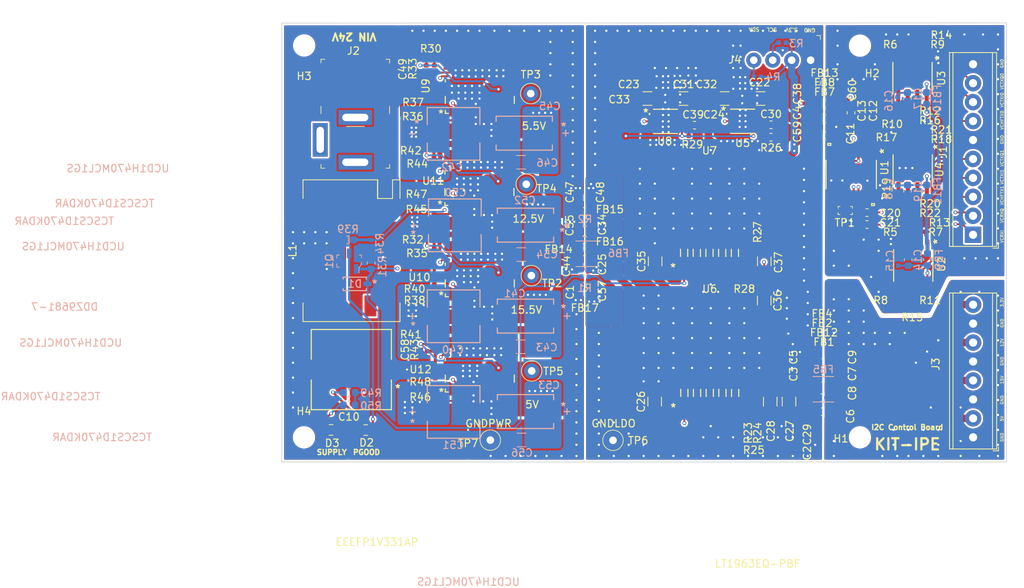
<source format=kicad_pcb>
(kicad_pcb (version 20171130) (host pcbnew 5.1.5-52549c5~84~ubuntu18.04.1)
  (layers (0 F.Cu signal hide) (1 In1.Cu power) (2 In2.Cu power) (31 B.Cu signal) (34 B.Paste user hide) (35 F.Paste user) (36 B.SilkS user) (37 F.SilkS user) (38 B.Mask user hide) (39 F.Mask user hide) (44 Edge.Cuts user))
  (net 0 "")
  (net 1 24V)
  (net 2 GNDPWR)
  (net 3 "/DC-DC Converters/VOUT_5V")
  (net 4 GND)
  (net 5 GNDREF)
  (net 6 5V_UN)
  (net 7 "/LDO Regulators/VOUT_12V")
  (net 8 12V)
  (net 9 15V)
  (net 10 3.3V)
  (net 11 "Net-(C12-Pad1)")
  (net 12 VCRXQ)
  (net 13 VCRXI)
  (net 14 "/LDO Regulators/VIN_15.5V")
  (net 15 "/LDO Regulators/VIN_12.5V")
  (net 16 "/LDO Regulators/VIN_5.5V")
  (net 17 /DAC/VD5V)
  (net 18 "/LDO Regulators/LDO_EN")
  (net 19 "Net-(D2-Pad2)")
  (net 20 "Net-(D3-Pad2)")
  (net 21 "/OP Amps/VIN_12V")
  (net 22 SCL)
  (net 23 SDA)
  (net 24 VCTXQ0)
  (net 25 VCTXI0)
  (net 26 VCHFTX0)
  (net 27 VCTXQ1)
  (net 28 VCTXI1)
  (net 29 VCHFTX1)
  (net 30 VREF)
  (net 31 "/OP Amps/VIN1")
  (net 32 "Net-(R11-Pad1)")
  (net 33 "Net-(R12-Pad1)")
  (net 34 "/OP Amps/VIN2")
  (net 35 "/OP Amps/VIN5")
  (net 36 "Net-(R13-Pad1)")
  (net 37 "Net-(R14-Pad1)")
  (net 38 "/OP Amps/VIN6")
  (net 39 "Net-(R20-Pad1)")
  (net 40 EN)
  (net 41 "Net-(U9-Pad10)")
  (net 42 "Net-(U10-Pad10)")
  (net 43 "Net-(U11-Pad10)")
  (net 44 "Net-(U12-Pad10)")
  (net 45 "Net-(C52-Pad1)")
  (net 46 "Net-(R41-Pad2)")
  (net 47 "Net-(C49-Pad2)")
  (net 48 "Net-(C53-Pad1)")
  (net 49 "Net-(C58-Pad2)")
  (net 50 "Net-(D2-Pad1)")
  (net 51 "Net-(R23-Pad1)")
  (net 52 "Net-(R32-Pad2)")
  (net 53 "Net-(R38-Pad2)")
  (net 54 "Net-(R42-Pad2)")
  (net 55 Earth)
  (net 56 "/OP Amps/VIN8")
  (net 57 "/OP Amps/VIN7")
  (net 58 "Net-(U9-Pad13)")
  (net 59 "Net-(U9-Pad12)")
  (net 60 "Net-(U10-Pad13)")
  (net 61 "Net-(U10-Pad12)")
  (net 62 "Net-(U11-Pad13)")
  (net 63 "Net-(U11-Pad12)")
  (net 64 "Net-(U12-Pad13)")
  (net 65 "Net-(U12-Pad12)")
  (net 66 "/DC-DC Converters/PGOOD")
  (net 67 3.3V_LDO)
  (net 68 "Net-(C11-Pad1)")
  (net 69 "Net-(C14-Pad1)")
  (net 70 "Net-(C16-Pad1)")
  (net 71 "Net-(C18-Pad1)")
  (net 72 "Net-(C27-Pad1)")
  (net 73 "Net-(C30-Pad1)")
  (net 74 "Net-(C39-Pad1)")
  (net 75 "Net-(C41-Pad1)")
  (net 76 "Net-(C45-Pad1)")
  (net 77 "Net-(J2-Pad1)")
  (net 78 "Net-(R5-Pad1)")
  (net 79 "Net-(R6-Pad1)")
  (net 80 "Net-(R8-Pad2)")
  (net 81 "Net-(R10-Pad2)")
  (net 82 "Net-(R17-Pad1)")
  (net 83 "Net-(R18-Pad1)")
  (net 84 "Net-(R19-Pad2)")
  (net 85 "Net-(R24-Pad1)")
  (net 86 "Net-(R27-Pad1)")
  (net 87 "Net-(R30-Pad2)")
  (net 88 "Net-(R35-Pad1)")
  (net 89 "Net-(R36-Pad2)")
  (net 90 "Net-(R36-Pad1)")
  (net 91 "Net-(R38-Pad1)")
  (net 92 "Net-(R44-Pad2)")
  (net 93 "Net-(R45-Pad2)")
  (net 94 "Net-(R45-Pad1)")
  (net 95 "Net-(R46-Pad2)")
  (net 96 "Net-(R46-Pad1)")
  (module "" (layer F.Cu) (at 244.6642 119.7096)
    (fp_text reference "" (at 190.5242 149.7696) (layer F.SilkS) (effects (font (size 1.27 1.27))))
    (fp_text value "" (at 190.5242 149.7696) (layer F.SilkS) (effects (font (size 1.27 1.27))))
    (fp_text user * (at 190.8622 149.6956 180) (layer F.SilkS))
  )
  (module "" (layer F.Cu) (at 244.6542 119.6996)
    (fp_text reference "" (at 190.5242 149.7696) (layer F.SilkS) (effects (font (size 1.27 1.27))))
    (fp_text value "" (at 190.5242 149.7696) (layer F.SilkS) (effects (font (size 1.27 1.27))))
    (fp_text user * (at 190.8622 149.6956 180) (layer F.SilkS))
  )
  (module digikey-footprints:Test_Point_D1.02mm (layer F.Cu) (at 190.5242 149.7696)
    (fp_text reference TP5 (at 2.9 0.05) (layer F.SilkS))
    (fp_text value TestPoint)
    (pad 1 thru_hole circle (at 0 0) (size 2.02 2.02) (drill 1.02) (layers *.Cu *.Mask) (net 48 "Net-(C53-Pad1)"))
  )
  (module digikey-footprints:Test_Point_D1.02mm (layer F.Cu) (at 189.7992 124.7446)
    (fp_text reference TP4 (at 2.725 0.579) (layer F.SilkS))
    (fp_text value TestPoint)
    (pad 1 thru_hole circle (at 0 0) (size 2.02 2.02) (drill 1.02) (layers *.Cu *.Mask) (net 45 "Net-(C52-Pad1)"))
  )
  (module digikey-footprints:Test_Point_D1.02mm (layer F.Cu) (at 190.3992 112.5946)
    (fp_text reference TP3 (at 0 -2.55) (layer F.SilkS))
    (fp_text value TestPoint)
    (pad 1 thru_hole circle (at 0 0) (size 2.02 2.02) (drill 1.02) (layers *.Cu *.Mask) (net 76 "Net-(C45-Pad1)"))
  )
  (module digikey-footprints:Test_Point_D1.02mm (layer F.Cu) (at 190.4742 136.9946)
    (fp_text reference TP2 (at 2.775 1.029) (layer F.SilkS))
    (fp_text value TestPoint)
    (pad 1 thru_hole circle (at 0 0) (size 2.02 2.02) (drill 1.02) (layers *.Cu *.Mask) (net 75 "Net-(C41-Pad1)"))
  )
  (module digikey-footprints:Test_Point_D1.02mm (layer F.Cu) (at 184.9742 159.0446)
    (fp_text reference TP7 (at -2.975 0.425) (layer F.SilkS))
    (fp_text value TestPoint)
    (pad 1 thru_hole circle (at 0 0) (size 2.02 2.02) (drill 1.02) (layers *.Cu *.Mask) (net 2 GNDPWR))
  )
  (module digikey-footprints:Test_Point_D1.02mm (layer F.Cu) (at 201.4242 159.0696)
    (fp_text reference TP6 (at 3.376 0.036) (layer F.SilkS))
    (fp_text value TestPoint)
    (pad 1 thru_hole circle (at 0 0) (size 2.02 2.02) (drill 1.02) (layers *.Cu *.Mask) (net 4 GND))
  )
  (module footprints:TerminalBlock_Phoenix_MPT-0,5-8-2.54_1x08_P2.54mm_Horizontal (layer F.Cu) (at 249.6942 158.6696 90)
    (fp_text reference J3 (at 9.808 -5.016 90) (layer F.SilkS))
    (fp_text value Screw_Terminal_01x08)
    (pad 8 thru_hole circle (at 17.78 0 90) (size 2.2 2.2) (drill 1.1) (layers *.Cu *.Mask) (net 10 3.3V))
    (pad 7 thru_hole circle (at 15.24 0 90) (size 2.2 2.2) (drill 1.1) (layers *.Cu *.Mask) (net 5 GNDREF))
    (pad 6 thru_hole circle (at 12.7 0 90) (size 2.2 2.2) (drill 1.1) (layers *.Cu *.Mask) (net 8 12V))
    (pad 5 thru_hole circle (at 10.16 0 90) (size 2.2 2.2) (drill 1.1) (layers *.Cu *.Mask) (net 5 GNDREF))
    (pad 4 thru_hole circle (at 7.62 0 90) (size 2.2 2.2) (drill 1.1) (layers *.Cu *.Mask) (net 9 15V))
    (pad 3 thru_hole circle (at 5.08 0 90) (size 2.2 2.2) (drill 1.1) (layers *.Cu *.Mask) (net 5 GNDREF))
    (pad 2 thru_hole circle (at 2.54 0 90) (size 2.2 2.2) (drill 1.1) (layers *.Cu *.Mask) (net 6 5V_UN))
    (pad 1 thru_hole rect (at 0 0 90) (size 2.2 2.2) (drill 1.1) (layers *.Cu *.Mask) (net 5 GNDREF))
  )
  (module footprints:EEEFP1V331AP (layer F.Cu) (at 166.3442 149.5896 180)
    (fp_text reference C10 (at 0.33 -6.33 180) (layer F.SilkS))
    (fp_text value EEEFP1V331AP (at -3.429 -23.1172 180) (layer F.SilkS))
    (fp_text user * (at -6.223 -2.5432) (layer F.SilkS))
    (fp_text user * (at -6.223 -2.5432) (layer F.SilkS))
    (pad 2 smd rect (at 4.0513 0 180) (size 5.3086 2.1082) (layers F.Cu F.Paste F.Mask) (net 2 GNDPWR))
    (pad 1 smd rect (at -4.0513 0 180) (size 5.3086 2.1082) (layers F.Cu F.Paste F.Mask) (net 1 24V))
  )
  (module footprints:C_0402_1005Metric (layer F.Cu) (at 231.9842 113.0996 90)
    (fp_text reference C60 (at 0.984 1.518 90) (layer F.SilkS))
    (fp_text value "100n 25V")
    (pad 2 smd roundrect (at 0.485 0 90) (size 0.59 0.64) (layers F.Cu F.Paste F.Mask) (net 4 GND))
    (pad 1 smd roundrect (at -0.485 0 90) (size 0.59 0.64) (layers F.Cu F.Paste F.Mask) (net 21 "/OP Amps/VIN_12V"))
  )
  (module footprints:TerminalBlock_Phoenix_MPT-0,5-10-2.54_1x10_P2.54mm_Horizontal (layer F.Cu) (at 249.6842 131.5196 90)
    (fp_text reference J1 (at 11.08 -4.02 90) (layer F.SilkS))
    (fp_text value Screw_Terminal_01x10)
    (pad 10 thru_hole circle (at 22.86 0 90) (size 2.2 2.2) (drill 1.1) (layers *.Cu *.Mask) (net 4 GND))
    (pad 9 thru_hole circle (at 20.32 0 90) (size 2.2 2.2) (drill 1.1) (layers *.Cu *.Mask) (net 24 VCTXQ0))
    (pad 8 thru_hole circle (at 17.78 0 90) (size 2.2 2.2) (drill 1.1) (layers *.Cu *.Mask) (net 25 VCTXI0))
    (pad 7 thru_hole circle (at 15.24 0 90) (size 2.2 2.2) (drill 1.1) (layers *.Cu *.Mask) (net 26 VCHFTX0))
    (pad 6 thru_hole circle (at 12.7 0 90) (size 2.2 2.2) (drill 1.1) (layers *.Cu *.Mask) (net 4 GND))
    (pad 5 thru_hole circle (at 10.16 0 90) (size 2.2 2.2) (drill 1.1) (layers *.Cu *.Mask) (net 27 VCTXQ1))
    (pad 4 thru_hole circle (at 7.62 0 90) (size 2.2 2.2) (drill 1.1) (layers *.Cu *.Mask) (net 28 VCTXI1))
    (pad 3 thru_hole circle (at 5.08 0 90) (size 2.2 2.2) (drill 1.1) (layers *.Cu *.Mask) (net 29 VCHFTX1))
    (pad 2 thru_hole circle (at 2.54 0 90) (size 2.2 2.2) (drill 1.1) (layers *.Cu *.Mask) (net 12 VCRXQ))
    (pad 1 thru_hole rect (at 0 0 90) (size 2.2 2.2) (drill 1.1) (layers *.Cu *.Mask) (net 13 VCRXI))
  )
  (module footprints:MountingHole_2.5mm (layer F.Cu) (at 159.9992 158.6696)
    (fp_text reference H4 (at 0 -3.5) (layer F.SilkS))
    (fp_text value MountingHole)
    (pad 1 np_thru_hole circle (at 0 0) (size 2.5 2.5) (drill 2.5) (layers *.Cu *.Mask))
  )
  (module footprints:MountingHole_2.5mm (layer F.Cu) (at 160.0242 106.1446)
    (fp_text reference H3 (at -0.006 4.114) (layer F.SilkS))
    (fp_text value MountingHole)
    (pad 1 np_thru_hole circle (at 0 0) (size 2.5 2.5) (drill 2.5) (layers *.Cu *.Mask))
  )
  (module footprints:MountingHole_2.5mm (layer F.Cu) (at 234.5242 106.1696)
    (fp_text reference H2 (at 1.64 3.706) (layer F.SilkS))
    (fp_text value MountingHole)
    (pad 1 np_thru_hole circle (at 0 0) (size 2.5 2.5) (drill 2.5) (layers *.Cu *.Mask))
  )
  (module footprints:MountingHole_2.5mm (layer F.Cu) (at 234.5242 158.6696)
    (fp_text reference H1 (at -2.546 0.182) (layer F.SilkS))
    (fp_text value MountingHole)
    (pad 1 np_thru_hole circle (at 0 0) (size 2.5 2.5) (drill 2.5) (layers *.Cu *.Mask))
  )
  (module footprints:R_0402_1005Metric (layer F.Cu) (at 241.5342 141.3096)
    (fp_text reference R15 (at 0 1.286) (layer F.SilkS))
    (fp_text value "2K 0.1%")
    (pad 2 smd roundrect (at 0.485 0) (size 0.59 0.64) (layers F.Cu F.Paste F.Mask) (net 4 GND))
    (pad 1 smd roundrect (at -0.485 0) (size 0.59 0.64) (layers F.Cu F.Paste F.Mask) (net 32 "Net-(R11-Pad1)"))
  )
  (module footprints:R_0402_1005Metric (layer F.Cu) (at 239.2778 140.1762)
    (fp_text reference R8 (at -1.9656 0.1334) (layer F.SilkS))
    (fp_text value "1K 0.1%")
    (pad 2 smd roundrect (at 0.485 0) (size 0.59 0.64) (layers F.Cu F.Paste F.Mask) (net 80 "Net-(R8-Pad2)"))
    (pad 1 smd roundrect (at -0.485 0) (size 0.59 0.64) (layers F.Cu F.Paste F.Mask) (net 35 "/OP Amps/VIN5"))
  )
  (module footprints:R_0402_1005Metric (layer F.Cu) (at 241.5154 140.1762)
    (fp_text reference R11 (at 2.4008 0.1334) (layer F.SilkS))
    (fp_text value "2K 0.1%")
    (pad 2 smd roundrect (at 0.485 0) (size 0.59 0.64) (layers F.Cu F.Paste F.Mask) (net 29 VCHFTX1))
    (pad 1 smd roundrect (at -0.485 0) (size 0.59 0.64) (layers F.Cu F.Paste F.Mask) (net 32 "Net-(R11-Pad1)"))
  )
  (module footprints:L_0603_1608Metric (layer F.Cu) (at 229.590001 150.747201)
    (fp_text reference FB2 (at -0.151801 -7.389601) (layer F.SilkS))
    (fp_text value "Ferrite_Bead 2A")
    (pad 2 smd roundrect (at 0.7875 0) (size 0.875 0.95) (layers F.Cu F.Paste F.Mask) (net 8 12V))
    (pad 1 smd roundrect (at -0.7875 0) (size 0.875 0.95) (layers F.Cu F.Paste F.Mask) (net 7 "/LDO Regulators/VOUT_12V"))
  )
  (module footprints:C_0402_1005Metric (layer F.Cu) (at 227.4242 150.1496 270)
    (fp_text reference C3 (at 0.066 1.796 90) (layer F.SilkS))
    (fp_text value "100n 25V")
    (pad 2 smd roundrect (at 0.485 0 270) (size 0.59 0.64) (layers F.Cu F.Paste F.Mask) (net 7 "/LDO Regulators/VOUT_12V"))
    (pad 1 smd roundrect (at -0.485 0 270) (size 0.59 0.64) (layers F.Cu F.Paste F.Mask) (net 4 GND))
  )
  (module footprints:C_0402_1005Metric (layer F.Cu) (at 231.7242 150.1696 270)
    (fp_text reference C7 (at 0 -1.778 90) (layer F.SilkS))
    (fp_text value "100n 25V")
    (pad 2 smd roundrect (at 0.485 0 270) (size 0.59 0.64) (layers F.Cu F.Paste F.Mask) (net 8 12V))
    (pad 1 smd roundrect (at -0.485 0 270) (size 0.59 0.64) (layers F.Cu F.Paste F.Mask) (net 5 GNDREF))
  )
  (module footprints:C_0402_1005Metric (layer F.Cu) (at 231.7142 152.7596 270)
    (fp_text reference C8 (at -0.004 -1.788 90) (layer F.SilkS))
    (fp_text value "100n 25V")
    (pad 2 smd roundrect (at 0.485 0 270) (size 0.59 0.64) (layers F.Cu F.Paste F.Mask) (net 9 15V))
    (pad 1 smd roundrect (at -0.485 0 270) (size 0.59 0.64) (layers F.Cu F.Paste F.Mask) (net 5 GNDREF))
  )
  (module footprints:C_0402_1005Metric (layer F.Cu) (at 227.4242 147.9996 270)
    (fp_text reference C5 (at -0.07 1.796 90) (layer F.SilkS))
    (fp_text value "100n 25V")
    (pad 2 smd roundrect (at 0.485 0 270) (size 0.59 0.64) (layers F.Cu F.Paste F.Mask) (net 67 3.3V_LDO))
    (pad 1 smd roundrect (at -0.485 0 270) (size 0.59 0.64) (layers F.Cu F.Paste F.Mask) (net 4 GND))
  )
  (module footprints:C_0402_1005Metric (layer F.Cu) (at 231.7242 147.9996 270)
    (fp_text reference C9 (at -0.07 -1.778 90) (layer F.SilkS))
    (fp_text value "100n 25V")
    (pad 2 smd roundrect (at 0.485 0 270) (size 0.59 0.64) (layers F.Cu F.Paste F.Mask) (net 10 3.3V))
    (pad 1 smd roundrect (at -0.485 0 270) (size 0.59 0.64) (layers F.Cu F.Paste F.Mask) (net 5 GNDREF))
  )
  (module footprints:L_0603_1608Metric (layer F.Cu) (at 229.499 155.238)
    (fp_text reference FB1 (at 0.1932 -9.3404) (layer F.SilkS))
    (fp_text value "Ferrite_Bead 2A")
    (pad 2 smd roundrect (at 0.7875 0) (size 0.875 0.95) (layers F.Cu F.Paste F.Mask) (net 6 5V_UN))
    (pad 1 smd roundrect (at -0.7875 0) (size 0.875 0.95) (layers F.Cu F.Paste F.Mask) (net 3 "/DC-DC Converters/VOUT_5V"))
  )
  (module footprints:C_0402_1005Metric (layer F.Cu) (at 231.7142 155.8496 90)
    (fp_text reference C6 (at 0 1.534 90) (layer F.SilkS))
    (fp_text value "100n 25V")
    (pad 2 smd roundrect (at 0.485 0 90) (size 0.59 0.64) (layers F.Cu F.Paste F.Mask) (net 6 5V_UN))
    (pad 1 smd roundrect (at -0.485 0 90) (size 0.59 0.64) (layers F.Cu F.Paste F.Mask) (net 5 GNDREF))
  )
  (module footprints:LT6201IS8-TRPBF (layer F.Cu) (at 241.6702 135.6296 270)
    (fp_text reference U2 (at -0.146 -3.77 270) (layer F.SilkS))
    (fp_text value LT6201-EDIT (at -60.598 9.438 90) (layer F.SilkS))
    (fp_text user * (at -3.194 -3.262 90) (layer F.SilkS))
    (fp_text user * (at -3.194 -3.262 90) (layer F.SilkS))
    (fp_text user * (at -3.2 -3.264 90) (layer F.SilkS))
    (pad 8 smd rect (at 2.4638 -1.905 270) (size 1.9812 0.5334) (layers F.Cu F.Paste F.Mask) (net 69 "Net-(C14-Pad1)"))
    (pad 7 smd rect (at 2.4638 -0.635 270) (size 1.9812 0.5334) (layers F.Cu F.Paste F.Mask) (net 29 VCHFTX1))
    (pad 6 smd rect (at 2.4638 0.635 270) (size 1.9812 0.5334) (layers F.Cu F.Paste F.Mask) (net 32 "Net-(R11-Pad1)"))
    (pad 5 smd rect (at 2.4638 1.905 270) (size 1.9812 0.5334) (layers F.Cu F.Paste F.Mask) (net 80 "Net-(R8-Pad2)"))
    (pad 4 smd rect (at -2.4638 1.905 270) (size 1.9812 0.5334) (layers F.Cu F.Paste F.Mask) (net 4 GND))
    (pad 3 smd rect (at -2.4638 0.635 270) (size 1.9812 0.5334) (layers F.Cu F.Paste F.Mask) (net 78 "Net-(R5-Pad1)"))
    (pad 2 smd rect (at -2.4638 -0.635 270) (size 1.9812 0.5334) (layers F.Cu F.Paste F.Mask) (net 36 "Net-(R13-Pad1)"))
    (pad 1 smd rect (at -2.4638 -1.905 270) (size 1.9812 0.5334) (layers F.Cu F.Paste F.Mask) (net 28 VCTXI1))
  )
  (module footprints:L_0603_1608Metric (layer F.Cu) (at 229.5689 148.63)
    (fp_text reference FB4 (at -0.1307 -6.5424) (layer F.SilkS))
    (fp_text value "Ferrite_Bead 2A")
    (pad 2 smd roundrect (at 0.7875 0) (size 0.875 0.95) (layers F.Cu F.Paste F.Mask) (net 10 3.3V))
    (pad 1 smd roundrect (at -0.7875 0) (size 0.875 0.95) (layers F.Cu F.Paste F.Mask) (net 67 3.3V_LDO))
  )
  (module footprints:C_0402_1005Metric (layer F.Cu) (at 227.3242 152.7596 90)
    (fp_text reference C29 (at -5.53 0.13 90) (layer F.SilkS))
    (fp_text value "100n 25V")
    (pad 2 smd roundrect (at 0.485 0 90) (size 0.59 0.64) (layers F.Cu F.Paste F.Mask) (net 4 GND))
    (pad 1 smd roundrect (at -0.485 0 90) (size 0.59 0.64) (layers F.Cu F.Paste F.Mask) (net 72 "Net-(C27-Pad1)"))
  )
  (module footprints:L_1812_4532Metric (layer B.Cu) (at 229.6142 152.2296 180)
    (fp_text reference FB5 (at 0 2.65) (layer B.SilkS) (effects (justify mirror)))
    (fp_text value "Ferrite_Bead 3A")
    (pad 2 smd roundrect (at 2.1375 0 180) (size 1.125 3.4) (layers B.Cu B.Paste B.Mask) (roundrect_rratio 0.222222) (net 4 GND))
    (pad 1 smd roundrect (at -2.1375 0 180) (size 1.125 3.4) (layers B.Cu B.Paste B.Mask) (roundrect_rratio 0.222222) (net 5 GNDREF))
  )
  (module footprints:L_0603_1608Metric (layer F.Cu) (at 229.4367 153.3696 180)
    (fp_text reference FB12 (at -0.2555 8.742) (layer F.SilkS))
    (fp_text value "Ferrite_Bead 2A")
    (pad 2 smd roundrect (at 0.7875 0 180) (size 0.875 0.95) (layers F.Cu F.Paste F.Mask) (net 72 "Net-(C27-Pad1)"))
    (pad 1 smd roundrect (at -0.7875 0 180) (size 0.875 0.95) (layers F.Cu F.Paste F.Mask) (net 9 15V))
  )
  (module footprints:C_0402_1005Metric (layer F.Cu) (at 227.6242 117.6396 270)
    (fp_text reference C59 (at 0.064 1.488 90) (layer F.SilkS))
    (fp_text value "100n 25V")
    (pad 2 smd roundrect (at 0.485 0 270) (size 0.59 0.64) (layers F.Cu F.Paste F.Mask) (net 67 3.3V_LDO))
    (pad 1 smd roundrect (at -0.485 0 270) (size 0.59 0.64) (layers F.Cu F.Paste F.Mask) (net 4 GND))
  )
  (module footprints:C_0402_1005Metric (layer F.Cu) (at 227.5742 115.3446 270)
    (fp_text reference C4 (at -0.181 1.438 90) (layer F.SilkS))
    (fp_text value "100n 25V")
    (pad 2 smd roundrect (at 0.485 0 270) (size 0.59 0.64) (layers F.Cu F.Paste F.Mask) (net 17 /DAC/VD5V))
    (pad 1 smd roundrect (at -0.485 0 270) (size 0.59 0.64) (layers F.Cu F.Paste F.Mask) (net 4 GND))
  )
  (module digikey-footprints:PROBE_PAD_0603 (layer F.Cu) (at 232.5542 128.2696)
    (fp_text reference TP1 (at -0.068 1.626) (layer F.SilkS))
    (fp_text value TestPoint)
    (pad 1 smd rect (at 0 0) (size 1.8 1) (layers F.Cu F.Paste F.Mask) (net 30 VREF))
  )
  (module footprints:LT1963EQ-PBF (layer F.Cu) (at 214.358401 127.313801)
    (fp_text reference U7 (at 0 -7.070201) (layer F.SilkS))
    (fp_text value LT1963EQ-PBF (at 2.379799 61.255799) (layer F.SilkS))
    (fp_text user * (at -4.8895 8.6106) (layer F.SilkS))
    (fp_text user * (at -4.8895 8.6106) (layer F.SilkS))
    (pad 6 smd rect (at 0 0) (size 10.5918 11.6332) (layers F.Cu F.Paste F.Mask) (net 4 GND))
    (pad 5 smd rect (at 3.4036 8.6106) (size 1.016 2.286) (layers F.Cu F.Paste F.Mask) (net 86 "Net-(R27-Pad1)"))
    (pad 4 smd rect (at 1.7018 8.6106) (size 1.016 2.286) (layers F.Cu F.Paste F.Mask) (net 7 "/LDO Regulators/VOUT_12V"))
    (pad 3 smd rect (at 0 8.6106) (size 1.016 2.286) (layers F.Cu F.Paste F.Mask) (net 4 GND))
    (pad 2 smd rect (at -1.7018 8.6106) (size 1.016 2.286) (layers F.Cu F.Paste F.Mask) (net 15 "/LDO Regulators/VIN_12.5V"))
    (pad 1 smd rect (at -3.4036 8.6106) (size 1.016 2.286) (layers F.Cu F.Paste F.Mask) (net 18 "/LDO Regulators/LDO_EN"))
  )
  (module footprints:C_0402_1005Metric (layer F.Cu) (at 198.3864 126.5658 270)
    (fp_text reference C48 (at -0.7342 -1.3338 90) (layer F.SilkS))
    (fp_text value "100n 25V")
    (pad 2 smd roundrect (at 0.485 0 270) (size 0.59 0.64) (layers F.Cu F.Paste F.Mask) (net 16 "/LDO Regulators/VIN_5.5V"))
    (pad 1 smd roundrect (at -0.485 0 270) (size 0.59 0.64) (layers F.Cu F.Paste F.Mask) (net 4 GND))
  )
  (module footprints:C_0402_1005Metric (layer F.Cu) (at 198.3104 139.2174 90)
    (fp_text reference C1 (at 0 -2.6542 90) (layer F.SilkS))
    (fp_text value "100n 25V")
    (pad 2 smd roundrect (at 0.485 0 90) (size 0.59 0.64) (layers F.Cu F.Paste F.Mask) (net 3 "/DC-DC Converters/VOUT_5V"))
    (pad 1 smd roundrect (at -0.485 0 90) (size 0.59 0.64) (layers F.Cu F.Paste F.Mask) (net 4 GND))
  )
  (module footprints:R_0402_1005Metric (layer B.Cu) (at 197.6742 137.1396 180)
    (fp_text reference R1 (at 0.05 -1.52) (layer B.SilkS) (effects (justify mirror)))
    (fp_text value "2K 1%")
    (pad 2 smd roundrect (at 0.485 0 180) (size 0.59 0.64) (layers B.Cu B.Paste B.Mask) (net 66 "/DC-DC Converters/PGOOD"))
    (pad 1 smd roundrect (at -0.485 0 180) (size 0.59 0.64) (layers B.Cu B.Paste B.Mask) (net 18 "/LDO Regulators/LDO_EN"))
  )
  (module footprints:LMZM33602RLRR (layer F.Cu) (at 183.5658 111.6076 90)
    (fp_text reference U9 (at 0.038 -7.2416 90) (layer F.SilkS))
    (fp_text value LMZM33602RLRR (at 29.972 0.4064 90) (layer F.SilkS))
    (pad 15 smd rect (at 3.35 -3.74 90) (size 0.7112 0.254) (layers F.Cu F.Paste F.Mask) (net 2 GNDPWR))
    (pad 15 smd rect (at 2.78 -4.349999) (size 0.7112 0.254) (layers F.Cu F.Paste F.Mask) (net 2 GNDPWR))
    (pad 10 smd rect (at 3.349999 3.75 90) (size 0.7112 0.254) (layers F.Cu F.Paste F.Mask) (net 41 "Net-(U9-Pad10)"))
    (pad 10 smd rect (at 2.78 4.34 180) (size 0.7112 0.254) (layers F.Cu F.Paste F.Mask) (net 41 "Net-(U9-Pad10)"))
    (pad 7 smd rect (at -2.78 4.34 180) (size 0.7112 0.254) (layers F.Cu F.Paste F.Mask) (net 76 "Net-(C45-Pad1)"))
    (pad 7 smd rect (at -3.350001 3.75 90) (size 0.7112 0.254) (layers F.Cu F.Paste F.Mask) (net 76 "Net-(C45-Pad1)"))
    (pad 2 smd rect (at -3.350001 -3.250001 90) (size 0.7112 0.254) (layers F.Cu F.Paste F.Mask) (net 40 EN))
    (pad 3 smd rect (at -3.350001 -2.75 90) (size 0.7112 0.254) (layers F.Cu F.Paste F.Mask) (net 90 "Net-(R36-Pad1)"))
    (pad 14 smd rect (at 3.350001 -3.250001 90) (size 0.7112 0.254) (layers F.Cu F.Paste F.Mask) (net 2 GNDPWR))
    (pad 16 smd rect (at 1.830001 -4.350001 180) (size 0.7112 0.254) (layers F.Cu F.Paste F.Mask) (net 47 "Net-(C49-Pad2)"))
    (pad 17 smd rect (at 1.329999 -4.350001 180) (size 0.7112 0.254) (layers F.Cu F.Paste F.Mask) (net 66 "/DC-DC Converters/PGOOD"))
    (pad 8 smd rect (at -0.395 2.51 90) (size 1.6002 3.4798) (layers F.Cu F.Paste F.Mask) (net 76 "Net-(C45-Pad1)"))
    (pad 7 smd rect (at -2.947 3.9096 90) (size 0.5842 0.5842) (layers F.Cu F.Paste F.Mask) (net 76 "Net-(C45-Pad1)"))
    (pad 18 smd rect (at -0.395 -2.51 90) (size 1.6002 3.4798) (layers F.Cu F.Paste F.Mask) (net 2 GNDPWR))
    (pad 11 smd rect (at 3.121 1.265 90) (size 0.254 4.2418) (layers F.Cu F.Paste F.Mask) (net 41 "Net-(U9-Pad10)"))
    (pad 4 smd rect (at -3.121 -1.996 90) (size 0.254 0.762) (layers F.Cu F.Paste F.Mask) (net 1 24V))
    (pad 13 smd rect (at 3.121 -2.496 90) (size 0.254 0.762) (layers F.Cu F.Paste F.Mask) (net 58 "Net-(U9-Pad13)"))
    (pad 12 smd rect (at 3.121 -1.496 90) (size 0.254 0.762) (layers F.Cu F.Paste F.Mask) (net 59 "Net-(U9-Pad12)"))
    (pad 6 smd rect (at -3.121 2.005 90) (size 0.254 2.7432) (layers F.Cu F.Paste F.Mask) (net 76 "Net-(C45-Pad1)"))
    (pad 5 smd rect (at -3.121 -0.499 90) (size 0.254 1.7526) (layers F.Cu F.Paste F.Mask) (net 2 GNDPWR))
    (pad 9 smd rect (at 1.584 4.121 180) (size 0.254 0.762) (layers F.Cu F.Paste F.Mask) (net 41 "Net-(U9-Pad10)"))
    (pad 10 smd rect (at 2.947 3.9096 90) (size 0.5842 0.5842) (layers F.Cu F.Paste F.Mask) (net 41 "Net-(U9-Pad10)"))
    (pad 1 smd rect (at -2.947 -3.9096 90) (size 0.5842 0.5842) (layers F.Cu F.Paste F.Mask) (net 89 "Net-(R36-Pad2)"))
    (pad 15 smd rect (at 2.947 -3.9096 90) (size 0.5842 0.5842) (layers F.Cu F.Paste F.Mask) (net 2 GNDPWR))
    (pad 4 smd rect (at -3.350001 -2.25 90) (size 0.7112 0.254) (layers F.Cu F.Paste F.Mask) (net 1 24V))
    (pad 4 smd rect (at -3.350001 -1.75 90) (size 0.7112 0.254) (layers F.Cu F.Paste F.Mask) (net 1 24V))
    (pad 5 smd rect (at -3.350001 -1.25 90) (size 0.7112 0.254) (layers F.Cu F.Paste F.Mask) (net 2 GNDPWR))
    (pad 1 smd rect (at -3.35 -3.74 90) (size 0.7112 0.254) (layers F.Cu F.Paste F.Mask) (net 89 "Net-(R36-Pad2)"))
    (pad 1 smd rect (at -2.78 -4.3 180) (size 0.7112 0.254) (layers F.Cu F.Paste F.Mask) (net 89 "Net-(R36-Pad2)"))
    (pad 5 smd rect (at -3.350001 -0.75 90) (size 0.7112 0.254) (layers F.Cu F.Paste F.Mask) (net 2 GNDPWR))
    (pad 5 smd rect (at -3.350001 -0.25 90) (size 0.7112 0.254) (layers F.Cu F.Paste F.Mask) (net 2 GNDPWR))
    (pad 5 smd rect (at -3.350001 0.25 90) (size 0.7112 0.254) (layers F.Cu F.Paste F.Mask) (net 2 GNDPWR))
    (pad 6 smd rect (at -3.350001 2.25 90) (size 0.7112 0.254) (layers F.Cu F.Paste F.Mask) (net 76 "Net-(C45-Pad1)"))
    (pad 6 smd rect (at -3.350001 1.75 90) (size 0.7112 0.254) (layers F.Cu F.Paste F.Mask) (net 76 "Net-(C45-Pad1)"))
    (pad 6 smd rect (at -3.350001 0.75 90) (size 0.7112 0.254) (layers F.Cu F.Paste F.Mask) (net 76 "Net-(C45-Pad1)"))
    (pad 6 smd rect (at -3.350001 1.25 90) (size 0.7112 0.254) (layers F.Cu F.Paste F.Mask) (net 76 "Net-(C45-Pad1)"))
    (pad 6 smd rect (at -3.350001 3.25 90) (size 0.7112 0.254) (layers F.Cu F.Paste F.Mask) (net 76 "Net-(C45-Pad1)"))
    (pad 6 smd rect (at -3.350001 2.75 90) (size 0.7112 0.254) (layers F.Cu F.Paste F.Mask) (net 76 "Net-(C45-Pad1)"))
    (pad 11 smd rect (at 3.349999 2.75 90) (size 0.7112 0.254) (layers F.Cu F.Paste F.Mask) (net 41 "Net-(U9-Pad10)"))
    (pad 11 smd rect (at 3.349999 3.25 90) (size 0.7112 0.254) (layers F.Cu F.Paste F.Mask) (net 41 "Net-(U9-Pad10)"))
    (pad 11 smd rect (at 3.349999 1.25 90) (size 0.7112 0.254) (layers F.Cu F.Paste F.Mask) (net 41 "Net-(U9-Pad10)"))
    (pad 11 smd rect (at 3.349999 0.75 90) (size 0.7112 0.254) (layers F.Cu F.Paste F.Mask) (net 41 "Net-(U9-Pad10)"))
    (pad 11 smd rect (at 3.349999 1.75 90) (size 0.7112 0.254) (layers F.Cu F.Paste F.Mask) (net 41 "Net-(U9-Pad10)"))
    (pad 11 smd rect (at 3.349999 2.25 90) (size 0.7112 0.254) (layers F.Cu F.Paste F.Mask) (net 41 "Net-(U9-Pad10)"))
    (pad 11 smd rect (at 3.349999 0.25 90) (size 0.7112 0.254) (layers F.Cu F.Paste F.Mask) (net 41 "Net-(U9-Pad10)"))
    (pad 11 smd rect (at 3.349999 -0.25 90) (size 0.7112 0.254) (layers F.Cu F.Paste F.Mask) (net 41 "Net-(U9-Pad10)"))
    (pad 11 smd rect (at 3.349999 -0.75 90) (size 0.7112 0.254) (layers F.Cu F.Paste F.Mask) (net 41 "Net-(U9-Pad10)"))
    (pad 12 smd rect (at 3.349999 -1.75 90) (size 0.7112 0.254) (layers F.Cu F.Paste F.Mask) (net 59 "Net-(U9-Pad12)"))
    (pad 12 smd rect (at 3.349999 -1.25 90) (size 0.7112 0.254) (layers F.Cu F.Paste F.Mask) (net 59 "Net-(U9-Pad12)"))
    (pad 13 smd rect (at 3.349999 -2.25 90) (size 0.7112 0.254) (layers F.Cu F.Paste F.Mask) (net 58 "Net-(U9-Pad13)"))
    (pad 13 smd rect (at 3.349999 -2.750001 90) (size 0.7112 0.254) (layers F.Cu F.Paste F.Mask) (net 58 "Net-(U9-Pad13)"))
    (pad 18 smd rect (at 0.129999 -4.350001 180) (size 0.7112 0.254) (layers F.Cu F.Paste F.Mask) (net 2 GNDPWR))
    (pad 18 smd rect (at -0.870001 -4.350001 180) (size 0.7112 0.254) (layers F.Cu F.Paste F.Mask) (net 2 GNDPWR))
    (pad 18 smd rect (at -0.369999 -4.350001 180) (size 0.7112 0.254) (layers F.Cu F.Paste F.Mask) (net 2 GNDPWR))
    (pad 9 smd rect (at 1.329999 4.349999 180) (size 0.7112 0.254) (layers F.Cu F.Paste F.Mask) (net 41 "Net-(U9-Pad10)"))
    (pad 9 smd rect (at 1.830001 4.349999 180) (size 0.7112 0.254) (layers F.Cu F.Paste F.Mask) (net 41 "Net-(U9-Pad10)"))
    (pad 8 smd rect (at 0.129999 4.349999 180) (size 0.7112 0.254) (layers F.Cu F.Paste F.Mask) (net 76 "Net-(C45-Pad1)"))
    (pad 8 smd rect (at -0.870001 4.349999 180) (size 0.7112 0.254) (layers F.Cu F.Paste F.Mask) (net 76 "Net-(C45-Pad1)"))
    (pad 8 smd rect (at -0.369999 4.349999 180) (size 0.7112 0.254) (layers F.Cu F.Paste F.Mask) (net 76 "Net-(C45-Pad1)"))
  )
  (module footprints:UCD1H470MCL1GS (layer B.Cu) (at 180.0492 117.9946)
    (fp_text reference C42 (at -0.2 4.5) (layer B.SilkS) (effects (justify mirror)))
    (fp_text value UCD1H470MCL1GS (at -44.985 4.635) (layer B.SilkS) (effects (justify mirror)))
    (fp_text user * (at -4.925 -1.345) (layer B.SilkS) (effects (justify mirror)))
    (pad 2 smd rect (at 2.7559 0) (size 3.302 1.8034) (layers B.Cu B.Paste B.Mask) (net 2 GNDPWR))
    (pad 1 smd rect (at -2.7559 0) (size 3.302 1.8034) (layers B.Cu B.Paste B.Mask) (net 1 24V))
  )
  (module footprints:T495D476K020ASE175 (layer B.Cu) (at 189.5242 117.9 180)
    (fp_text reference C45 (at -3.43 3.6204 180) (layer B.SilkS) (effects (justify mirror)))
    (fp_text value TCSCS1D470KDAR (at 56.24 -9.4196 180) (layer B.SilkS) (effects (justify mirror)))
    (fp_text user * (at -5.27 0.8704) (layer B.SilkS) (effects (justify mirror)))
    (fp_text user * (at -5.27 0.8904) (layer B.SilkS) (effects (justify mirror)))
    (pad 2 smd rect (at 2.667 0 90) (size 2.4892 2.2606) (layers B.Cu B.Paste B.Mask) (net 2 GNDPWR))
    (pad 1 smd rect (at -2.667 0 90) (size 2.4892 2.2606) (layers B.Cu B.Paste B.Mask) (net 76 "Net-(C45-Pad1)"))
  )
  (module footprints:T495D476K020ASE175 (layer B.Cu) (at 189.6912 142.4196 180)
    (fp_text reference C41 (at 1.447 3.02) (layer B.SilkS) (effects (justify mirror)))
    (fp_text value TCSCS1D470KDAR (at 56.747 -16.24) (layer B.SilkS) (effects (justify mirror)))
    (fp_text user * (at -5.083 1) (layer B.SilkS) (effects (justify mirror)))
    (fp_text user * (at -5.083 1.02) (layer B.SilkS) (effects (justify mirror)))
    (pad 2 smd rect (at 2.667 0 90) (size 2.4892 2.2606) (layers B.Cu B.Paste B.Mask) (net 2 GNDPWR))
    (pad 1 smd rect (at -2.667 0 90) (size 2.4892 2.2606) (layers B.Cu B.Paste B.Mask) (net 75 "Net-(C41-Pad1)"))
  )
  (module footprints:T495D476K020ASE175 (layer B.Cu) (at 189.6912 155.216 180)
    (fp_text reference C53 (at -3.153 3.5464) (layer B.SilkS) (effects (justify mirror)))
    (fp_text value TCSCS1D470KDAR (at 63.647 2.0164) (layer B.SilkS) (effects (justify mirror)))
    (fp_text user * (at -5.063 0.6764) (layer B.SilkS) (effects (justify mirror)))
    (fp_text user * (at -5.063 0.6664) (layer B.SilkS) (effects (justify mirror)))
    (pad 2 smd rect (at 2.667 0 90) (size 2.4892 2.2606) (layers B.Cu B.Paste B.Mask) (net 2 GNDPWR))
    (pad 1 smd rect (at -2.667 0 90) (size 2.4892 2.2606) (layers B.Cu B.Paste B.Mask) (net 48 "Net-(C53-Pad1)"))
  )
  (module footprints:T495D476K020ASE175 (layer B.Cu) (at 189.6912 130.232 180)
    (fp_text reference C52 (at 0.077 3.3324) (layer B.SilkS) (effects (justify mirror)))
    (fp_text value TCSCS1D470KDAR (at 61.817 0.5424) (layer B.SilkS) (effects (justify mirror)))
    (fp_text user * (at -4.903 -0.9376) (layer B.SilkS) (effects (justify mirror)))
    (fp_text user * (at -4.913 -0.9176) (layer B.SilkS) (effects (justify mirror)))
    (pad 2 smd rect (at 2.667 0 90) (size 2.4892 2.2606) (layers B.Cu B.Paste B.Mask) (net 2 GNDPWR))
    (pad 1 smd rect (at -2.667 0 90) (size 2.4892 2.2606) (layers B.Cu B.Paste B.Mask) (net 45 "Net-(C52-Pad1)"))
  )
  (module footprints:UCD1H470MCL1GS (layer B.Cu) (at 180.0606 142.4446)
    (fp_text reference C40 (at -0.1 4.5) (layer B.SilkS) (effects (justify mirror)))
    (fp_text value UCD1H470MCL1GS (at -51.3364 3.565) (layer B.SilkS) (effects (justify mirror)))
    (fp_text user * (at -5.4364 1.295) (layer B.SilkS) (effects (justify mirror)))
    (pad 2 smd rect (at 2.7559 0) (size 3.302 1.8034) (layers B.Cu B.Paste B.Mask) (net 2 GNDPWR))
    (pad 1 smd rect (at -2.7559 0) (size 3.302 1.8034) (layers B.Cu B.Paste B.Mask) (net 1 24V))
  )
  (module footprints:UCD1H470MCL1GS (layer B.Cu) (at 180.2198 130.2512)
    (fp_text reference C50 (at 0.0944 -4.3916) (layer B.SilkS) (effects (justify mirror)))
    (fp_text value UCD1H470MCL1GS (at -51.1456 2.8384) (layer B.SilkS) (effects (justify mirror)))
    (fp_text user * (at -5.5656 1.2384) (layer B.SilkS) (effects (justify mirror)))
    (pad 2 smd rect (at 2.7559 0) (size 3.302 1.8034) (layers B.Cu B.Paste B.Mask) (net 2 GNDPWR))
    (pad 1 smd rect (at -2.7559 0) (size 3.302 1.8034) (layers B.Cu B.Paste B.Mask) (net 1 24V))
  )
  (module footprints:UCD1H470MCL1GS (layer B.Cu) (at 180.0606 155.2622)
    (fp_text reference C51 (at -0.0664 4.4474) (layer B.SilkS) (effects (justify mirror)))
    (fp_text value UCD1H470MCL1GS (at 1.9836 22.7874) (layer B.SilkS) (effects (justify mirror)))
    (fp_text user * (at -5.5264 1.5274) (layer B.SilkS) (effects (justify mirror)))
    (pad 2 smd rect (at 2.7559 0) (size 3.302 1.8034) (layers B.Cu B.Paste B.Mask) (net 2 GNDPWR))
    (pad 1 smd rect (at -2.7559 0) (size 3.302 1.8034) (layers B.Cu B.Paste B.Mask) (net 1 24V))
  )
  (module footprints:LT3045EDD-TRPBF (layer F.Cu) (at 208.4458 116.3217)
    (fp_text reference U8 (at -0.0896 2.6519) (layer F.SilkS))
    (fp_text value LT3045EDD-TRPBF (at 4.7364 -30.8761) (layer F.SilkS))
    (fp_text user * (at -2.6296 -1.1581) (layer F.SilkS))
    (fp_text user * (at -2.6296 -1.1581) (layer F.SilkS))
    (pad 11 smd rect (at 0 0) (size 1.65 2.38) (layers F.Cu F.Paste F.Mask) (net 4 GND))
    (pad 10 smd rect (at 1.397 -1.000001) (size 0.75 0.3048) (layers F.Cu F.Paste F.Mask) (net 67 3.3V_LDO))
    (pad 9 smd rect (at 1.397 -0.499999) (size 0.75 0.3048) (layers F.Cu F.Paste F.Mask) (net 67 3.3V_LDO))
    (pad 8 smd rect (at 1.397 0) (size 0.75 0.3048) (layers F.Cu F.Paste F.Mask) (net 4 GND))
    (pad 7 smd rect (at 1.397 0.499999) (size 0.75 0.3048) (layers F.Cu F.Paste F.Mask) (net 74 "Net-(C39-Pad1)"))
    (pad 6 smd rect (at 1.397 1.000001) (size 0.75 0.3048) (layers F.Cu F.Paste F.Mask) (net 16 "/LDO Regulators/VIN_5.5V"))
    (pad 5 smd rect (at -1.397 1.000001) (size 0.75 0.3048) (layers F.Cu F.Paste F.Mask) (net 4 GND))
    (pad 4 smd rect (at -1.397 0.499999) (size 0.75 0.3048) (layers F.Cu F.Paste F.Mask))
    (pad 3 smd rect (at -1.397 0) (size 0.75 0.3048) (layers F.Cu F.Paste F.Mask) (net 18 "/LDO Regulators/LDO_EN"))
    (pad 2 smd rect (at -1.397 -0.499999) (size 0.75 0.3048) (layers F.Cu F.Paste F.Mask) (net 16 "/LDO Regulators/VIN_5.5V"))
    (pad 1 smd rect (at -1.397 -1.000001) (size 0.75 0.3048) (layers F.Cu F.Paste F.Mask) (net 16 "/LDO Regulators/VIN_5.5V"))
  )
  (module footprints:C_0402_1005Metric (layer B.Cu) (at 220.7742 110.3696 180)
    (fp_text reference R4 (at -2.13 0) (layer B.SilkS) (effects (justify mirror)))
    (fp_text value DNP)
    (pad 2 smd roundrect (at 0.485 0 180) (size 0.59 0.64) (layers B.Cu B.Paste B.Mask) (net 23 SDA))
    (pad 1 smd roundrect (at -0.485 0 180) (size 0.59 0.64) (layers B.Cu B.Paste B.Mask) (net 67 3.3V_LDO))
  )
  (module footprints:C_0402_1005Metric (layer B.Cu) (at 224.1242 105.7696)
    (fp_text reference R3 (at 1.87 0.11) (layer B.SilkS) (effects (justify mirror)))
    (fp_text value DNP)
    (pad 2 smd roundrect (at 0.485 0) (size 0.59 0.64) (layers B.Cu B.Paste B.Mask) (net 67 3.3V_LDO))
    (pad 1 smd roundrect (at -0.485 0) (size 0.59 0.64) (layers B.Cu B.Paste B.Mask) (net 22 SCL))
  )
  (module footprints:LMZM33602RLRR (layer F.Cu) (at 183.5658 136.1948 90)
    (fp_text reference U10 (at -1.0248 -8.0916 180) (layer F.SilkS))
    (fp_text value LMZM33602RLRR (at 55.5752 12.3444 90) (layer F.SilkS))
    (pad 15 smd rect (at 3.35 -3.74 90) (size 0.7112 0.254) (layers F.Cu F.Paste F.Mask) (net 2 GNDPWR))
    (pad 15 smd rect (at 2.78 -4.349999) (size 0.7112 0.254) (layers F.Cu F.Paste F.Mask) (net 2 GNDPWR))
    (pad 10 smd rect (at 3.349999 3.75 90) (size 0.7112 0.254) (layers F.Cu F.Paste F.Mask) (net 42 "Net-(U10-Pad10)"))
    (pad 10 smd rect (at 2.78 4.34 180) (size 0.7112 0.254) (layers F.Cu F.Paste F.Mask) (net 42 "Net-(U10-Pad10)"))
    (pad 7 smd rect (at -2.78 4.34 180) (size 0.7112 0.254) (layers F.Cu F.Paste F.Mask) (net 75 "Net-(C41-Pad1)"))
    (pad 7 smd rect (at -3.350001 3.75 90) (size 0.7112 0.254) (layers F.Cu F.Paste F.Mask) (net 75 "Net-(C41-Pad1)"))
    (pad 2 smd rect (at -3.350001 -3.250001 90) (size 0.7112 0.254) (layers F.Cu F.Paste F.Mask) (net 40 EN))
    (pad 3 smd rect (at -3.350001 -2.75 90) (size 0.7112 0.254) (layers F.Cu F.Paste F.Mask) (net 91 "Net-(R38-Pad1)"))
    (pad 14 smd rect (at 3.350001 -3.250001 90) (size 0.7112 0.254) (layers F.Cu F.Paste F.Mask) (net 2 GNDPWR))
    (pad 16 smd rect (at 1.830001 -4.350001 180) (size 0.7112 0.254) (layers F.Cu F.Paste F.Mask) (net 88 "Net-(R35-Pad1)"))
    (pad 17 smd rect (at 1.329999 -4.350001 180) (size 0.7112 0.254) (layers F.Cu F.Paste F.Mask) (net 66 "/DC-DC Converters/PGOOD"))
    (pad 8 smd rect (at -0.395 2.51 90) (size 1.6002 3.4798) (layers F.Cu F.Paste F.Mask) (net 75 "Net-(C41-Pad1)"))
    (pad 7 smd rect (at -2.947 3.9096 90) (size 0.5842 0.5842) (layers F.Cu F.Paste F.Mask) (net 75 "Net-(C41-Pad1)"))
    (pad 18 smd rect (at -0.395 -2.51 90) (size 1.6002 3.4798) (layers F.Cu F.Paste F.Mask) (net 2 GNDPWR))
    (pad 11 smd rect (at 3.121 1.265 90) (size 0.254 4.2418) (layers F.Cu F.Paste F.Mask) (net 42 "Net-(U10-Pad10)"))
    (pad 4 smd rect (at -3.121 -1.996 90) (size 0.254 0.762) (layers F.Cu F.Paste F.Mask) (net 1 24V))
    (pad 13 smd rect (at 3.121 -2.496 90) (size 0.254 0.762) (layers F.Cu F.Paste F.Mask) (net 60 "Net-(U10-Pad13)"))
    (pad 12 smd rect (at 3.121 -1.496 90) (size 0.254 0.762) (layers F.Cu F.Paste F.Mask) (net 61 "Net-(U10-Pad12)"))
    (pad 6 smd rect (at -3.121 2.005 90) (size 0.254 2.7432) (layers F.Cu F.Paste F.Mask) (net 75 "Net-(C41-Pad1)"))
    (pad 5 smd rect (at -3.121 -0.499 90) (size 0.254 1.7526) (layers F.Cu F.Paste F.Mask) (net 2 GNDPWR))
    (pad 9 smd rect (at 1.584 4.121 180) (size 0.254 0.762) (layers F.Cu F.Paste F.Mask) (net 42 "Net-(U10-Pad10)"))
    (pad 10 smd rect (at 2.947 3.9096 90) (size 0.5842 0.5842) (layers F.Cu F.Paste F.Mask) (net 42 "Net-(U10-Pad10)"))
    (pad 1 smd rect (at -2.947 -3.9096 90) (size 0.5842 0.5842) (layers F.Cu F.Paste F.Mask) (net 53 "Net-(R38-Pad2)"))
    (pad 15 smd rect (at 2.947 -3.9096 90) (size 0.5842 0.5842) (layers F.Cu F.Paste F.Mask) (net 2 GNDPWR))
    (pad 4 smd rect (at -3.350001 -2.25 90) (size 0.7112 0.254) (layers F.Cu F.Paste F.Mask) (net 1 24V))
    (pad 4 smd rect (at -3.350001 -1.75 90) (size 0.7112 0.254) (layers F.Cu F.Paste F.Mask) (net 1 24V))
    (pad 5 smd rect (at -3.350001 -1.25 90) (size 0.7112 0.254) (layers F.Cu F.Paste F.Mask) (net 2 GNDPWR))
    (pad 1 smd rect (at -3.35 -3.74 90) (size 0.7112 0.254) (layers F.Cu F.Paste F.Mask) (net 53 "Net-(R38-Pad2)"))
    (pad 1 smd rect (at -2.78 -4.3 180) (size 0.7112 0.254) (layers F.Cu F.Paste F.Mask) (net 53 "Net-(R38-Pad2)"))
    (pad 5 smd rect (at -3.350001 -0.75 90) (size 0.7112 0.254) (layers F.Cu F.Paste F.Mask) (net 2 GNDPWR))
    (pad 5 smd rect (at -3.350001 -0.25 90) (size 0.7112 0.254) (layers F.Cu F.Paste F.Mask) (net 2 GNDPWR))
    (pad 5 smd rect (at -3.350001 0.25 90) (size 0.7112 0.254) (layers F.Cu F.Paste F.Mask) (net 2 GNDPWR))
    (pad 6 smd rect (at -3.350001 2.25 90) (size 0.7112 0.254) (layers F.Cu F.Paste F.Mask) (net 75 "Net-(C41-Pad1)"))
    (pad 6 smd rect (at -3.350001 1.75 90) (size 0.7112 0.254) (layers F.Cu F.Paste F.Mask) (net 75 "Net-(C41-Pad1)"))
    (pad 6 smd rect (at -3.350001 0.75 90) (size 0.7112 0.254) (layers F.Cu F.Paste F.Mask) (net 75 "Net-(C41-Pad1)"))
    (pad 6 smd rect (at -3.350001 1.25 90) (size 0.7112 0.254) (layers F.Cu F.Paste F.Mask) (net 75 "Net-(C41-Pad1)"))
    (pad 6 smd rect (at -3.350001 3.25 90) (size 0.7112 0.254) (layers F.Cu F.Paste F.Mask) (net 75 "Net-(C41-Pad1)"))
    (pad 6 smd rect (at -3.350001 2.75 90) (size 0.7112 0.254) (layers F.Cu F.Paste F.Mask) (net 75 "Net-(C41-Pad1)"))
    (pad 11 smd rect (at 3.349999 2.75 90) (size 0.7112 0.254) (layers F.Cu F.Paste F.Mask) (net 42 "Net-(U10-Pad10)"))
    (pad 11 smd rect (at 3.349999 3.25 90) (size 0.7112 0.254) (layers F.Cu F.Paste F.Mask) (net 42 "Net-(U10-Pad10)"))
    (pad 11 smd rect (at 3.349999 1.25 90) (size 0.7112 0.254) (layers F.Cu F.Paste F.Mask) (net 42 "Net-(U10-Pad10)"))
    (pad 11 smd rect (at 3.349999 0.75 90) (size 0.7112 0.254) (layers F.Cu F.Paste F.Mask) (net 42 "Net-(U10-Pad10)"))
    (pad 11 smd rect (at 3.349999 1.75 90) (size 0.7112 0.254) (layers F.Cu F.Paste F.Mask) (net 42 "Net-(U10-Pad10)"))
    (pad 11 smd rect (at 3.349999 2.25 90) (size 0.7112 0.254) (layers F.Cu F.Paste F.Mask) (net 42 "Net-(U10-Pad10)"))
    (pad 11 smd rect (at 3.349999 0.25 90) (size 0.7112 0.254) (layers F.Cu F.Paste F.Mask) (net 42 "Net-(U10-Pad10)"))
    (pad 11 smd rect (at 3.349999 -0.25 90) (size 0.7112 0.254) (layers F.Cu F.Paste F.Mask) (net 42 "Net-(U10-Pad10)"))
    (pad 11 smd rect (at 3.349999 -0.75 90) (size 0.7112 0.254) (layers F.Cu F.Paste F.Mask) (net 42 "Net-(U10-Pad10)"))
    (pad 12 smd rect (at 3.349999 -1.75 90) (size 0.7112 0.254) (layers F.Cu F.Paste F.Mask) (net 61 "Net-(U10-Pad12)"))
    (pad 12 smd rect (at 3.349999 -1.25 90) (size 0.7112 0.254) (layers F.Cu F.Paste F.Mask) (net 61 "Net-(U10-Pad12)"))
    (pad 13 smd rect (at 3.349999 -2.25 90) (size 0.7112 0.254) (layers F.Cu F.Paste F.Mask) (net 60 "Net-(U10-Pad13)"))
    (pad 13 smd rect (at 3.349999 -2.750001 90) (size 0.7112 0.254) (layers F.Cu F.Paste F.Mask) (net 60 "Net-(U10-Pad13)"))
    (pad 18 smd rect (at 0.129999 -4.350001 180) (size 0.7112 0.254) (layers F.Cu F.Paste F.Mask) (net 2 GNDPWR))
    (pad 18 smd rect (at -0.870001 -4.350001 180) (size 0.7112 0.254) (layers F.Cu F.Paste F.Mask) (net 2 GNDPWR))
    (pad 18 smd rect (at -0.369999 -4.350001 180) (size 0.7112 0.254) (layers F.Cu F.Paste F.Mask) (net 2 GNDPWR))
    (pad 9 smd rect (at 1.329999 4.349999 180) (size 0.7112 0.254) (layers F.Cu F.Paste F.Mask) (net 42 "Net-(U10-Pad10)"))
    (pad 9 smd rect (at 1.830001 4.349999 180) (size 0.7112 0.254) (layers F.Cu F.Paste F.Mask) (net 42 "Net-(U10-Pad10)"))
    (pad 8 smd rect (at 0.129999 4.349999 180) (size 0.7112 0.254) (layers F.Cu F.Paste F.Mask) (net 75 "Net-(C41-Pad1)"))
    (pad 8 smd rect (at -0.870001 4.349999 180) (size 0.7112 0.254) (layers F.Cu F.Paste F.Mask) (net 75 "Net-(C41-Pad1)"))
    (pad 8 smd rect (at -0.369999 4.349999 180) (size 0.7112 0.254) (layers F.Cu F.Paste F.Mask) (net 75 "Net-(C41-Pad1)"))
  )
  (module footprints:LMZM33602RLRR (layer F.Cu) (at 183.515 123.952 90)
    (fp_text reference U11 (at -0.3426 -6.1908 180) (layer F.SilkS))
    (fp_text value LMZM33602RLRR (at 44.6024 6.8072 90) (layer F.SilkS))
    (pad 15 smd rect (at 3.35 -3.74 90) (size 0.7112 0.254) (layers F.Cu F.Paste F.Mask) (net 2 GNDPWR))
    (pad 15 smd rect (at 2.78 -4.349999) (size 0.7112 0.254) (layers F.Cu F.Paste F.Mask) (net 2 GNDPWR))
    (pad 10 smd rect (at 3.349999 3.75 90) (size 0.7112 0.254) (layers F.Cu F.Paste F.Mask) (net 43 "Net-(U11-Pad10)"))
    (pad 10 smd rect (at 2.78 4.34 180) (size 0.7112 0.254) (layers F.Cu F.Paste F.Mask) (net 43 "Net-(U11-Pad10)"))
    (pad 7 smd rect (at -2.78 4.34 180) (size 0.7112 0.254) (layers F.Cu F.Paste F.Mask) (net 45 "Net-(C52-Pad1)"))
    (pad 7 smd rect (at -3.350001 3.75 90) (size 0.7112 0.254) (layers F.Cu F.Paste F.Mask) (net 45 "Net-(C52-Pad1)"))
    (pad 2 smd rect (at -3.350001 -3.250001 90) (size 0.7112 0.254) (layers F.Cu F.Paste F.Mask) (net 40 EN))
    (pad 3 smd rect (at -3.350001 -2.75 90) (size 0.7112 0.254) (layers F.Cu F.Paste F.Mask) (net 94 "Net-(R45-Pad1)"))
    (pad 14 smd rect (at 3.350001 -3.250001 90) (size 0.7112 0.254) (layers F.Cu F.Paste F.Mask) (net 2 GNDPWR))
    (pad 16 smd rect (at 1.830001 -4.350001 180) (size 0.7112 0.254) (layers F.Cu F.Paste F.Mask) (net 92 "Net-(R44-Pad2)"))
    (pad 17 smd rect (at 1.329999 -4.350001 180) (size 0.7112 0.254) (layers F.Cu F.Paste F.Mask) (net 66 "/DC-DC Converters/PGOOD"))
    (pad 8 smd rect (at -0.395 2.51 90) (size 1.6002 3.4798) (layers F.Cu F.Paste F.Mask) (net 45 "Net-(C52-Pad1)"))
    (pad 7 smd rect (at -2.947 3.9096 90) (size 0.5842 0.5842) (layers F.Cu F.Paste F.Mask) (net 45 "Net-(C52-Pad1)"))
    (pad 18 smd rect (at -0.395 -2.51 90) (size 1.6002 3.4798) (layers F.Cu F.Paste F.Mask) (net 2 GNDPWR))
    (pad 11 smd rect (at 3.121 1.265 90) (size 0.254 4.2418) (layers F.Cu F.Paste F.Mask) (net 43 "Net-(U11-Pad10)"))
    (pad 4 smd rect (at -3.121 -1.996 90) (size 0.254 0.762) (layers F.Cu F.Paste F.Mask) (net 1 24V))
    (pad 13 smd rect (at 3.121 -2.496 90) (size 0.254 0.762) (layers F.Cu F.Paste F.Mask) (net 62 "Net-(U11-Pad13)"))
    (pad 12 smd rect (at 3.121 -1.496 90) (size 0.254 0.762) (layers F.Cu F.Paste F.Mask) (net 63 "Net-(U11-Pad12)"))
    (pad 6 smd rect (at -3.121 2.005 90) (size 0.254 2.7432) (layers F.Cu F.Paste F.Mask) (net 45 "Net-(C52-Pad1)"))
    (pad 5 smd rect (at -3.121 -0.499 90) (size 0.254 1.7526) (layers F.Cu F.Paste F.Mask) (net 2 GNDPWR))
    (pad 9 smd rect (at 1.584 4.121 180) (size 0.254 0.762) (layers F.Cu F.Paste F.Mask) (net 43 "Net-(U11-Pad10)"))
    (pad 10 smd rect (at 2.947 3.9096 90) (size 0.5842 0.5842) (layers F.Cu F.Paste F.Mask) (net 43 "Net-(U11-Pad10)"))
    (pad 1 smd rect (at -2.947 -3.9096 90) (size 0.5842 0.5842) (layers F.Cu F.Paste F.Mask) (net 93 "Net-(R45-Pad2)"))
    (pad 15 smd rect (at 2.947 -3.9096 90) (size 0.5842 0.5842) (layers F.Cu F.Paste F.Mask) (net 2 GNDPWR))
    (pad 4 smd rect (at -3.350001 -2.25 90) (size 0.7112 0.254) (layers F.Cu F.Paste F.Mask) (net 1 24V))
    (pad 4 smd rect (at -3.350001 -1.75 90) (size 0.7112 0.254) (layers F.Cu F.Paste F.Mask) (net 1 24V))
    (pad 5 smd rect (at -3.350001 -1.25 90) (size 0.7112 0.254) (layers F.Cu F.Paste F.Mask) (net 2 GNDPWR))
    (pad 1 smd rect (at -3.35 -3.74 90) (size 0.7112 0.254) (layers F.Cu F.Paste F.Mask) (net 93 "Net-(R45-Pad2)"))
    (pad 1 smd rect (at -2.78 -4.3 180) (size 0.7112 0.254) (layers F.Cu F.Paste F.Mask) (net 93 "Net-(R45-Pad2)"))
    (pad 5 smd rect (at -3.350001 -0.75 90) (size 0.7112 0.254) (layers F.Cu F.Paste F.Mask) (net 2 GNDPWR))
    (pad 5 smd rect (at -3.350001 -0.25 90) (size 0.7112 0.254) (layers F.Cu F.Paste F.Mask) (net 2 GNDPWR))
    (pad 5 smd rect (at -3.350001 0.25 90) (size 0.7112 0.254) (layers F.Cu F.Paste F.Mask) (net 2 GNDPWR))
    (pad 6 smd rect (at -3.350001 2.25 90) (size 0.7112 0.254) (layers F.Cu F.Paste F.Mask) (net 45 "Net-(C52-Pad1)"))
    (pad 6 smd rect (at -3.350001 1.75 90) (size 0.7112 0.254) (layers F.Cu F.Paste F.Mask) (net 45 "Net-(C52-Pad1)"))
    (pad 6 smd rect (at -3.350001 0.75 90) (size 0.7112 0.254) (layers F.Cu F.Paste F.Mask) (net 45 "Net-(C52-Pad1)"))
    (pad 6 smd rect (at -3.350001 1.25 90) (size 0.7112 0.254) (layers F.Cu F.Paste F.Mask) (net 45 "Net-(C52-Pad1)"))
    (pad 6 smd rect (at -3.350001 3.25 90) (size 0.7112 0.254) (layers F.Cu F.Paste F.Mask) (net 45 "Net-(C52-Pad1)"))
    (pad 6 smd rect (at -3.350001 2.75 90) (size 0.7112 0.254) (layers F.Cu F.Paste F.Mask) (net 45 "Net-(C52-Pad1)"))
    (pad 11 smd rect (at 3.349999 2.75 90) (size 0.7112 0.254) (layers F.Cu F.Paste F.Mask) (net 43 "Net-(U11-Pad10)"))
    (pad 11 smd rect (at 3.349999 3.25 90) (size 0.7112 0.254) (layers F.Cu F.Paste F.Mask) (net 43 "Net-(U11-Pad10)"))
    (pad 11 smd rect (at 3.349999 1.25 90) (size 0.7112 0.254) (layers F.Cu F.Paste F.Mask) (net 43 "Net-(U11-Pad10)"))
    (pad 11 smd rect (at 3.349999 0.75 90) (size 0.7112 0.254) (layers F.Cu F.Paste F.Mask) (net 43 "Net-(U11-Pad10)"))
    (pad 11 smd rect (at 3.349999 1.75 90) (size 0.7112 0.254) (layers F.Cu F.Paste F.Mask) (net 43 "Net-(U11-Pad10)"))
    (pad 11 smd rect (at 3.349999 2.25 90) (size 0.7112 0.254) (layers F.Cu F.Paste F.Mask) (net 43 "Net-(U11-Pad10)"))
    (pad 11 smd rect (at 3.349999 0.25 90) (size 0.7112 0.254) (layers F.Cu F.Paste F.Mask) (net 43 "Net-(U11-Pad10)"))
    (pad 11 smd rect (at 3.349999 -0.25 90) (size 0.7112 0.254) (layers F.Cu F.Paste F.Mask) (net 43 "Net-(U11-Pad10)"))
    (pad 11 smd rect (at 3.349999 -0.75 90) (size 0.7112 0.254) (layers F.Cu F.Paste F.Mask) (net 43 "Net-(U11-Pad10)"))
    (pad 12 smd rect (at 3.349999 -1.75 90) (size 0.7112 0.254) (layers F.Cu F.Paste F.Mask) (net 63 "Net-(U11-Pad12)"))
    (pad 12 smd rect (at 3.349999 -1.25 90) (size 0.7112 0.254) (layers F.Cu F.Paste F.Mask) (net 63 "Net-(U11-Pad12)"))
    (pad 13 smd rect (at 3.349999 -2.25 90) (size 0.7112 0.254) (layers F.Cu F.Paste F.Mask) (net 62 "Net-(U11-Pad13)"))
    (pad 13 smd rect (at 3.349999 -2.750001 90) (size 0.7112 0.254) (layers F.Cu F.Paste F.Mask) (net 62 "Net-(U11-Pad13)"))
    (pad 18 smd rect (at 0.129999 -4.350001 180) (size 0.7112 0.254) (layers F.Cu F.Paste F.Mask) (net 2 GNDPWR))
    (pad 18 smd rect (at -0.870001 -4.350001 180) (size 0.7112 0.254) (layers F.Cu F.Paste F.Mask) (net 2 GNDPWR))
    (pad 18 smd rect (at -0.369999 -4.350001 180) (size 0.7112 0.254) (layers F.Cu F.Paste F.Mask) (net 2 GNDPWR))
    (pad 9 smd rect (at 1.329999 4.349999 180) (size 0.7112 0.254) (layers F.Cu F.Paste F.Mask) (net 43 "Net-(U11-Pad10)"))
    (pad 9 smd rect (at 1.830001 4.349999 180) (size 0.7112 0.254) (layers F.Cu F.Paste F.Mask) (net 43 "Net-(U11-Pad10)"))
    (pad 8 smd rect (at 0.129999 4.349999 180) (size 0.7112 0.254) (layers F.Cu F.Paste F.Mask) (net 45 "Net-(C52-Pad1)"))
    (pad 8 smd rect (at -0.870001 4.349999 180) (size 0.7112 0.254) (layers F.Cu F.Paste F.Mask) (net 45 "Net-(C52-Pad1)"))
    (pad 8 smd rect (at -0.369999 4.349999 180) (size 0.7112 0.254) (layers F.Cu F.Paste F.Mask) (net 45 "Net-(C52-Pad1)"))
  )
  (module footprints:LMZM33602RLRR (layer F.Cu) (at 183.5658 148.963 90)
    (fp_text reference U12 (at -0.6066 -7.9416 180) (layer F.SilkS))
    (fp_text value LMZM33602RLRR (at 68.0894 17.1704 90) (layer F.SilkS))
    (pad 15 smd rect (at 3.35 -3.74 90) (size 0.7112 0.254) (layers F.Cu F.Paste F.Mask) (net 2 GNDPWR))
    (pad 15 smd rect (at 2.78 -4.349999) (size 0.7112 0.254) (layers F.Cu F.Paste F.Mask) (net 2 GNDPWR))
    (pad 10 smd rect (at 3.349999 3.75 90) (size 0.7112 0.254) (layers F.Cu F.Paste F.Mask) (net 44 "Net-(U12-Pad10)"))
    (pad 10 smd rect (at 2.78 4.34 180) (size 0.7112 0.254) (layers F.Cu F.Paste F.Mask) (net 44 "Net-(U12-Pad10)"))
    (pad 7 smd rect (at -2.78 4.34 180) (size 0.7112 0.254) (layers F.Cu F.Paste F.Mask) (net 48 "Net-(C53-Pad1)"))
    (pad 7 smd rect (at -3.350001 3.75 90) (size 0.7112 0.254) (layers F.Cu F.Paste F.Mask) (net 48 "Net-(C53-Pad1)"))
    (pad 2 smd rect (at -3.350001 -3.250001 90) (size 0.7112 0.254) (layers F.Cu F.Paste F.Mask) (net 40 EN))
    (pad 3 smd rect (at -3.350001 -2.75 90) (size 0.7112 0.254) (layers F.Cu F.Paste F.Mask) (net 96 "Net-(R46-Pad1)"))
    (pad 14 smd rect (at 3.350001 -3.250001 90) (size 0.7112 0.254) (layers F.Cu F.Paste F.Mask) (net 2 GNDPWR))
    (pad 16 smd rect (at 1.830001 -4.350001 180) (size 0.7112 0.254) (layers F.Cu F.Paste F.Mask) (net 49 "Net-(C58-Pad2)"))
    (pad 17 smd rect (at 1.329999 -4.350001 180) (size 0.7112 0.254) (layers F.Cu F.Paste F.Mask) (net 66 "/DC-DC Converters/PGOOD"))
    (pad 8 smd rect (at -0.395 2.51 90) (size 1.6002 3.4798) (layers F.Cu F.Paste F.Mask) (net 48 "Net-(C53-Pad1)"))
    (pad 7 smd rect (at -2.947 3.9096 90) (size 0.5842 0.5842) (layers F.Cu F.Paste F.Mask) (net 48 "Net-(C53-Pad1)"))
    (pad 18 smd rect (at -0.395 -2.51 90) (size 1.6002 3.4798) (layers F.Cu F.Paste F.Mask) (net 2 GNDPWR))
    (pad 11 smd rect (at 3.121 1.265 90) (size 0.254 4.2418) (layers F.Cu F.Paste F.Mask) (net 44 "Net-(U12-Pad10)"))
    (pad 4 smd rect (at -3.121 -1.996 90) (size 0.254 0.762) (layers F.Cu F.Paste F.Mask) (net 1 24V))
    (pad 13 smd rect (at 3.121 -2.496 90) (size 0.254 0.762) (layers F.Cu F.Paste F.Mask) (net 64 "Net-(U12-Pad13)"))
    (pad 12 smd rect (at 3.121 -1.496 90) (size 0.254 0.762) (layers F.Cu F.Paste F.Mask) (net 65 "Net-(U12-Pad12)"))
    (pad 6 smd rect (at -3.121 2.005 90) (size 0.254 2.7432) (layers F.Cu F.Paste F.Mask) (net 48 "Net-(C53-Pad1)"))
    (pad 5 smd rect (at -3.121 -0.499 90) (size 0.254 1.7526) (layers F.Cu F.Paste F.Mask) (net 2 GNDPWR))
    (pad 9 smd rect (at 1.584 4.121 180) (size 0.254 0.762) (layers F.Cu F.Paste F.Mask) (net 44 "Net-(U12-Pad10)"))
    (pad 10 smd rect (at 2.947 3.9096 90) (size 0.5842 0.5842) (layers F.Cu F.Paste F.Mask) (net 44 "Net-(U12-Pad10)"))
    (pad 1 smd rect (at -2.947 -3.9096 90) (size 0.5842 0.5842) (layers F.Cu F.Paste F.Mask) (net 95 "Net-(R46-Pad2)"))
    (pad 15 smd rect (at 2.947 -3.9096 90) (size 0.5842 0.5842) (layers F.Cu F.Paste F.Mask) (net 2 GNDPWR))
    (pad 4 smd rect (at -3.350001 -2.25 90) (size 0.7112 0.254) (layers F.Cu F.Paste F.Mask) (net 1 24V))
    (pad 4 smd rect (at -3.350001 -1.75 90) (size 0.7112 0.254) (layers F.Cu F.Paste F.Mask) (net 1 24V))
    (pad 5 smd rect (at -3.350001 -1.25 90) (size 0.7112 0.254) (layers F.Cu F.Paste F.Mask) (net 2 GNDPWR))
    (pad 1 smd rect (at -3.35 -3.74 90) (size 0.7112 0.254) (layers F.Cu F.Paste F.Mask) (net 95 "Net-(R46-Pad2)"))
    (pad 1 smd rect (at -2.78 -4.3 180) (size 0.7112 0.254) (layers F.Cu F.Paste F.Mask) (net 95 "Net-(R46-Pad2)"))
    (pad 5 smd rect (at -3.350001 -0.75 90) (size 0.7112 0.254) (layers F.Cu F.Paste F.Mask) (net 2 GNDPWR))
    (pad 5 smd rect (at -3.350001 -0.25 90) (size 0.7112 0.254) (layers F.Cu F.Paste F.Mask) (net 2 GNDPWR))
    (pad 5 smd rect (at -3.350001 0.25 90) (size 0.7112 0.254) (layers F.Cu F.Paste F.Mask) (net 2 GNDPWR))
    (pad 6 smd rect (at -3.350001 2.25 90) (size 0.7112 0.254) (layers F.Cu F.Paste F.Mask) (net 48 "Net-(C53-Pad1)"))
    (pad 6 smd rect (at -3.350001 1.75 90) (size 0.7112 0.254) (layers F.Cu F.Paste F.Mask) (net 48 "Net-(C53-Pad1)"))
    (pad 6 smd rect (at -3.350001 0.75 90) (size 0.7112 0.254) (layers F.Cu F.Paste F.Mask) (net 48 "Net-(C53-Pad1)"))
    (pad 6 smd rect (at -3.350001 1.25 90) (size 0.7112 0.254) (layers F.Cu F.Paste F.Mask) (net 48 "Net-(C53-Pad1)"))
    (pad 6 smd rect (at -3.350001 3.25 90) (size 0.7112 0.254) (layers F.Cu F.Paste F.Mask) (net 48 "Net-(C53-Pad1)"))
    (pad 6 smd rect (at -3.350001 2.75 90) (size 0.7112 0.254) (layers F.Cu F.Paste F.Mask) (net 48 "Net-(C53-Pad1)"))
    (pad 11 smd rect (at 3.349999 2.75 90) (size 0.7112 0.254) (layers F.Cu F.Paste F.Mask) (net 44 "Net-(U12-Pad10)"))
    (pad 11 smd rect (at 3.349999 3.25 90) (size 0.7112 0.254) (layers F.Cu F.Paste F.Mask) (net 44 "Net-(U12-Pad10)"))
    (pad 11 smd rect (at 3.349999 1.25 90) (size 0.7112 0.254) (layers F.Cu F.Paste F.Mask) (net 44 "Net-(U12-Pad10)"))
    (pad 11 smd rect (at 3.349999 0.75 90) (size 0.7112 0.254) (layers F.Cu F.Paste F.Mask) (net 44 "Net-(U12-Pad10)"))
    (pad 11 smd rect (at 3.349999 1.75 90) (size 0.7112 0.254) (layers F.Cu F.Paste F.Mask) (net 44 "Net-(U12-Pad10)"))
    (pad 11 smd rect (at 3.349999 2.25 90) (size 0.7112 0.254) (layers F.Cu F.Paste F.Mask) (net 44 "Net-(U12-Pad10)"))
    (pad 11 smd rect (at 3.349999 0.25 90) (size 0.7112 0.254) (layers F.Cu F.Paste F.Mask) (net 44 "Net-(U12-Pad10)"))
    (pad 11 smd rect (at 3.349999 -0.25 90) (size 0.7112 0.254) (layers F.Cu F.Paste F.Mask) (net 44 "Net-(U12-Pad10)"))
    (pad 11 smd rect (at 3.349999 -0.75 90) (size 0.7112 0.254) (layers F.Cu F.Paste F.Mask) (net 44 "Net-(U12-Pad10)"))
    (pad 12 smd rect (at 3.349999 -1.75 90) (size 0.7112 0.254) (layers F.Cu F.Paste F.Mask) (net 65 "Net-(U12-Pad12)"))
    (pad 12 smd rect (at 3.349999 -1.25 90) (size 0.7112 0.254) (layers F.Cu F.Paste F.Mask) (net 65 "Net-(U12-Pad12)"))
    (pad 13 smd rect (at 3.349999 -2.25 90) (size 0.7112 0.254) (layers F.Cu F.Paste F.Mask) (net 64 "Net-(U12-Pad13)"))
    (pad 13 smd rect (at 3.349999 -2.750001 90) (size 0.7112 0.254) (layers F.Cu F.Paste F.Mask) (net 64 "Net-(U12-Pad13)"))
    (pad 18 smd rect (at 0.129999 -4.350001 180) (size 0.7112 0.254) (layers F.Cu F.Paste F.Mask) (net 2 GNDPWR))
    (pad 18 smd rect (at -0.870001 -4.350001 180) (size 0.7112 0.254) (layers F.Cu F.Paste F.Mask) (net 2 GNDPWR))
    (pad 18 smd rect (at -0.369999 -4.350001 180) (size 0.7112 0.254) (layers F.Cu F.Paste F.Mask) (net 2 GNDPWR))
    (pad 9 smd rect (at 1.329999 4.349999 180) (size 0.7112 0.254) (layers F.Cu F.Paste F.Mask) (net 44 "Net-(U12-Pad10)"))
    (pad 9 smd rect (at 1.830001 4.349999 180) (size 0.7112 0.254) (layers F.Cu F.Paste F.Mask) (net 44 "Net-(U12-Pad10)"))
    (pad 8 smd rect (at 0.129999 4.349999 180) (size 0.7112 0.254) (layers F.Cu F.Paste F.Mask) (net 48 "Net-(C53-Pad1)"))
    (pad 8 smd rect (at -0.870001 4.349999 180) (size 0.7112 0.254) (layers F.Cu F.Paste F.Mask) (net 48 "Net-(C53-Pad1)"))
    (pad 8 smd rect (at -0.369999 4.349999 180) (size 0.7112 0.254) (layers F.Cu F.Paste F.Mask) (net 48 "Net-(C53-Pad1)"))
  )
  (module footprints:R_0402_1005Metric (layer F.Cu) (at 177.47 140.7 90)
    (fp_text reference R38 (at 0.3904 -2.6418 180) (layer F.SilkS))
    (fp_text value "39K 1%")
    (pad 2 smd roundrect (at 0.485 0 90) (size 0.59 0.64) (layers F.Cu F.Paste F.Mask) (net 53 "Net-(R38-Pad2)"))
    (pad 1 smd roundrect (at -0.485 0 90) (size 0.59 0.64) (layers F.Cu F.Paste F.Mask) (net 91 "Net-(R38-Pad1)"))
  )
  (module footprints:R_0402_1005Metric (layer F.Cu) (at 176.96 132.22)
    (fp_text reference R32 (at -2.3858 -0.0384) (layer F.SilkS))
    (fp_text value "130K 1%")
    (pad 2 smd roundrect (at 0.485 0) (size 0.59 0.64) (layers F.Cu F.Paste F.Mask) (net 52 "Net-(R32-Pad2)"))
    (pad 1 smd roundrect (at -0.485 0) (size 0.59 0.64) (layers F.Cu F.Paste F.Mask) (net 75 "Net-(C41-Pad1)"))
  )
  (module footprints:R_0402_1005Metric (layer F.Cu) (at 177.46 133.85 90)
    (fp_text reference R35 (at -0.1496 -2.3158 180) (layer F.SilkS))
    (fp_text value "15K 1%")
    (pad 2 smd roundrect (at 0.485 0 90) (size 0.59 0.64) (layers F.Cu F.Paste F.Mask) (net 52 "Net-(R32-Pad2)"))
    (pad 1 smd roundrect (at -0.485 0 90) (size 0.59 0.64) (layers F.Cu F.Paste F.Mask) (net 88 "Net-(R35-Pad1)"))
  )
  (module footprints:R_0402_1005Metric (layer F.Cu) (at 177.47 138.69 270)
    (fp_text reference R40 (at 0.0956 2.6418 180) (layer F.SilkS))
    (fp_text value "10K 1%")
    (pad 2 smd roundrect (at 0.485 0 270) (size 0.59 0.64) (layers F.Cu F.Paste F.Mask) (net 53 "Net-(R38-Pad2)"))
    (pad 1 smd roundrect (at -0.485 0 270) (size 0.59 0.64) (layers F.Cu F.Paste F.Mask) (net 88 "Net-(R35-Pad1)"))
  )
  (module footprints:C_1206_3216Metric (layer B.Cu) (at 189.0242 146.534 180)
    (fp_text reference C43 (at -3.51 -0.0956) (layer B.SilkS) (effects (justify mirror)))
    (fp_text value "22u 25V")
    (pad 2 smd roundrect (at 1.4 0 180) (size 1.25 1.75) (layers B.Cu B.Paste B.Mask) (roundrect_rratio 0.2) (net 2 GNDPWR))
    (pad 1 smd roundrect (at -1.4 0 180) (size 1.25 1.75) (layers B.Cu B.Paste B.Mask) (roundrect_rratio 0.2) (net 75 "Net-(C41-Pad1)"))
  )
  (module footprints:R_0805_2012Metric (layer B.Cu) (at 197.6617 131.0696 180)
    (fp_text reference R2 (at 0 1.65) (layer B.SilkS) (effects (justify mirror)))
    (fp_text value 100)
    (pad 2 smd roundrect (at 0.9375 0 180) (size 0.975 1.4) (layers B.Cu B.Paste B.Mask) (net 2 GNDPWR))
    (pad 1 smd roundrect (at -0.9375 0 180) (size 0.975 1.4) (layers B.Cu B.Paste B.Mask) (net 4 GND))
  )
  (module footprints:LT1963EQ-PBF (layer F.Cu) (at 214.390501 146.084401)
    (fp_text reference U6 (at 0 -7.298801) (layer F.SilkS))
    (fp_text value LT1963EQ-PBF (at 6.411699 29.531199) (layer F.SilkS))
    (fp_text user * (at -4.8895 8.6106) (layer F.SilkS))
    (fp_text user * (at -4.8895 8.6106) (layer F.SilkS))
    (pad 6 smd rect (at 0 0) (size 10.5918 11.6332) (layers F.Cu F.Paste F.Mask) (net 4 GND))
    (pad 5 smd rect (at 3.4036 8.6106) (size 1.016 2.286) (layers F.Cu F.Paste F.Mask) (net 51 "Net-(R23-Pad1)"))
    (pad 4 smd rect (at 1.7018 8.6106) (size 1.016 2.286) (layers F.Cu F.Paste F.Mask) (net 72 "Net-(C27-Pad1)"))
    (pad 3 smd rect (at 0 8.6106) (size 1.016 2.286) (layers F.Cu F.Paste F.Mask) (net 4 GND))
    (pad 2 smd rect (at -1.7018 8.6106) (size 1.016 2.286) (layers F.Cu F.Paste F.Mask) (net 14 "/LDO Regulators/VIN_15.5V"))
    (pad 1 smd rect (at -3.4036 8.6106) (size 1.016 2.286) (layers F.Cu F.Paste F.Mask) (net 18 "/LDO Regulators/LDO_EN"))
  )
  (module footprints:R_0603_1608Metric (layer B.Cu) (at 166.0858 152.6623 180)
    (fp_text reference R49 (at -2.9084 -0.0773) (layer B.SilkS) (effects (justify mirror)))
    (fp_text value "3.3K 1%")
    (pad 2 smd roundrect (at 0.7875 0 180) (size 0.875 0.95) (layers B.Cu B.Paste B.Mask) (net 19 "Net-(D2-Pad2)"))
    (pad 1 smd roundrect (at -0.7875 0 180) (size 0.875 0.95) (layers B.Cu B.Paste B.Mask) (net 1 24V))
  )
  (module footprints:L_0603_1608Metric (layer F.Cu) (at 197.6367 137.4296 180)
    (fp_text reference FB17 (at 0 -3.896) (layer F.SilkS))
    (fp_text value "Ferrite_Bead 2A")
    (pad 2 smd roundrect (at 0.7875 0 180) (size 0.875 0.95) (layers F.Cu F.Paste F.Mask) (net 48 "Net-(C53-Pad1)"))
    (pad 1 smd roundrect (at -0.7875 0 180) (size 0.875 0.95) (layers F.Cu F.Paste F.Mask) (net 3 "/DC-DC Converters/VOUT_5V"))
  )
  (module footprints:L_0603_1608Metric (layer F.Cu) (at 197.5989 128.397 180)
    (fp_text reference FB15 (at -3.3913 0.2794 180) (layer F.SilkS))
    (fp_text value "Ferrite_Bead 2A")
    (pad 2 smd roundrect (at 0.7875 0 180) (size 0.875 0.95) (layers F.Cu F.Paste F.Mask) (net 76 "Net-(C45-Pad1)"))
    (pad 1 smd roundrect (at -0.7875 0 180) (size 0.875 0.95) (layers F.Cu F.Paste F.Mask) (net 16 "/LDO Regulators/VIN_5.5V"))
  )
  (module footprints:L_0603_1608Metric (layer F.Cu) (at 197.5942 132.1562)
    (fp_text reference FB16 (at 3.396 0.2794) (layer F.SilkS))
    (fp_text value "Ferrite_Bead 2A")
    (pad 2 smd roundrect (at 0.7875 0) (size 0.875 0.95) (layers F.Cu F.Paste F.Mask) (net 15 "/LDO Regulators/VIN_12.5V"))
    (pad 1 smd roundrect (at -0.7875 0) (size 0.875 0.95) (layers F.Cu F.Paste F.Mask) (net 45 "Net-(C52-Pad1)"))
  )
  (module footprints:L_0603_1608Metric (layer F.Cu) (at 197.5942 133.8096 180)
    (fp_text reference FB14 (at 3.462 0.358) (layer F.SilkS))
    (fp_text value "Ferrite_Bead 2A")
    (pad 2 smd roundrect (at 0.7875 0 180) (size 0.875 0.95) (layers F.Cu F.Paste F.Mask) (net 75 "Net-(C41-Pad1)"))
    (pad 1 smd roundrect (at -0.7875 0 180) (size 0.875 0.95) (layers F.Cu F.Paste F.Mask) (net 14 "/LDO Regulators/VIN_15.5V"))
  )
  (module footprints:L_0603_1608Metric (layer B.Cu) (at 243.5742 134.8396 270)
    (fp_text reference FB9 (at 0 -1.56 90) (layer B.SilkS) (effects (justify mirror)))
    (fp_text value "Ferrite_Bead 2A")
    (pad 2 smd roundrect (at 0.7875 0 270) (size 0.875 0.95) (layers B.Cu B.Paste B.Mask) (net 69 "Net-(C14-Pad1)"))
    (pad 1 smd roundrect (at -0.7875 0 270) (size 0.875 0.95) (layers B.Cu B.Paste B.Mask) (net 21 "/OP Amps/VIN_12V"))
  )
  (module footprints:L_0603_1608Metric (layer B.Cu) (at 243.4842 125.6496 90)
    (fp_text reference FB11 (at 0 1.43 90) (layer B.SilkS) (effects (justify mirror)))
    (fp_text value "Ferrite_Bead 2A")
    (pad 2 smd roundrect (at 0.7875 0 90) (size 0.875 0.95) (layers B.Cu B.Paste B.Mask) (net 71 "Net-(C18-Pad1)"))
    (pad 1 smd roundrect (at -0.7875 0 90) (size 0.875 0.95) (layers B.Cu B.Paste B.Mask) (net 21 "/OP Amps/VIN_12V"))
  )
  (module footprints:L_0603_1608Metric (layer B.Cu) (at 243.4642 113.2396 90)
    (fp_text reference FB10 (at 0 1.43 90) (layer B.SilkS) (effects (justify mirror)))
    (fp_text value "Ferrite_Bead 2A")
    (pad 2 smd roundrect (at 0.7875 0 90) (size 0.875 0.95) (layers B.Cu B.Paste B.Mask) (net 70 "Net-(C16-Pad1)"))
    (pad 1 smd roundrect (at -0.7875 0 90) (size 0.875 0.95) (layers B.Cu B.Paste B.Mask) (net 21 "/OP Amps/VIN_12V"))
  )
  (module footprints:L_0603_1608Metric (layer F.Cu) (at 229.7742 118.2196)
    (fp_text reference FB7 (at 0 -5.85) (layer F.SilkS))
    (fp_text value "Ferrite_Bead 2A")
    (pad 2 smd roundrect (at 0.7875 0) (size 0.875 0.95) (layers F.Cu F.Paste F.Mask) (net 68 "Net-(C11-Pad1)"))
    (pad 1 smd roundrect (at -0.7875 0) (size 0.875 0.95) (layers F.Cu F.Paste F.Mask) (net 67 3.3V_LDO))
  )
  (module footprints:L_0603_1608Metric (layer F.Cu) (at 229.7742 115.9696 180)
    (fp_text reference FB8 (at 0 4.87) (layer F.SilkS))
    (fp_text value "Ferrite_Bead 2A")
    (pad 2 smd roundrect (at 0.7875 0 180) (size 0.875 0.95) (layers F.Cu F.Paste F.Mask) (net 17 /DAC/VD5V))
    (pad 1 smd roundrect (at -0.7875 0 180) (size 0.875 0.95) (layers F.Cu F.Paste F.Mask) (net 11 "Net-(C12-Pad1)"))
  )
  (module footprints:C_0402_1005Metric (layer F.Cu) (at 227.3242 155.8296 90)
    (fp_text reference C2 (at -4.95 0.13 270) (layer F.SilkS))
    (fp_text value "100n 25V")
    (pad 2 smd roundrect (at 0.485 0 90) (size 0.59 0.64) (layers F.Cu F.Paste F.Mask) (net 3 "/DC-DC Converters/VOUT_5V"))
    (pad 1 smd roundrect (at -0.485 0 90) (size 0.59 0.64) (layers F.Cu F.Paste F.Mask) (net 4 GND))
  )
  (module footprints:C_0603_1608Metric (layer F.Cu) (at 233.3242 115.1696 90)
    (fp_text reference C12 (at 0.26 2.972 90) (layer F.SilkS))
    (fp_text value "10u 16V")
    (pad 2 smd roundrect (at 0.7875 0 90) (size 0.875 0.95) (layers F.Cu F.Paste F.Mask) (net 4 GND))
    (pad 1 smd roundrect (at -0.7875 0 90) (size 0.875 0.95) (layers F.Cu F.Paste F.Mask) (net 11 "Net-(C12-Pad1)"))
  )
  (module footprints:C_0402_1005Metric (layer F.Cu) (at 231.9742 115.5196 90)
    (fp_text reference C13 (at 0.61 2.798 90) (layer F.SilkS))
    (fp_text value "100n 25V")
    (pad 2 smd roundrect (at 0.485 0 90) (size 0.59 0.64) (layers F.Cu F.Paste F.Mask) (net 4 GND))
    (pad 1 smd roundrect (at -0.485 0 90) (size 0.59 0.64) (layers F.Cu F.Paste F.Mask) (net 11 "Net-(C12-Pad1)"))
  )
  (module footprints:C_0402_1005Metric (layer F.Cu) (at 231.9742 117.7196 90)
    (fp_text reference C11 (at -0.238 1.274 90) (layer F.SilkS))
    (fp_text value "100n 25V")
    (pad 2 smd roundrect (at 0.485 0 90) (size 0.59 0.64) (layers F.Cu F.Paste F.Mask) (net 4 GND))
    (pad 1 smd roundrect (at -0.485 0 90) (size 0.59 0.64) (layers F.Cu F.Paste F.Mask) (net 68 "Net-(C11-Pad1)"))
  )
  (module footprints:C_0402_1005Metric (layer B.Cu) (at 239.5442 125.3796 270)
    (fp_text reference C18 (at 0 1.17 90) (layer B.SilkS) (effects (justify mirror)))
    (fp_text value "100n 25V")
    (pad 2 smd roundrect (at 0.485 0 270) (size 0.59 0.64) (layers B.Cu B.Paste B.Mask) (net 4 GND))
    (pad 1 smd roundrect (at -0.485 0 270) (size 0.59 0.64) (layers B.Cu B.Paste B.Mask) (net 71 "Net-(C18-Pad1)"))
  )
  (module footprints:C_0402_1005Metric (layer B.Cu) (at 239.5542 113.5696 270)
    (fp_text reference C16 (at 0 1.17 90) (layer B.SilkS) (effects (justify mirror)))
    (fp_text value "100n 25V")
    (pad 2 smd roundrect (at 0.485 0 270) (size 0.59 0.64) (layers B.Cu B.Paste B.Mask) (net 4 GND))
    (pad 1 smd roundrect (at -0.485 0 270) (size 0.59 0.64) (layers B.Cu B.Paste B.Mask) (net 70 "Net-(C16-Pad1)"))
  )
  (module footprints:C_0603_1608Metric (layer B.Cu) (at 240.9012 113.2643 90)
    (fp_text reference C17 (at 0 1.43 90) (layer B.SilkS) (effects (justify mirror)))
    (fp_text value "1u 16V")
    (pad 2 smd roundrect (at 0.7875 0 90) (size 0.875 0.95) (layers B.Cu B.Paste B.Mask) (net 70 "Net-(C16-Pad1)"))
    (pad 1 smd roundrect (at -0.7875 0 90) (size 0.875 0.95) (layers B.Cu B.Paste B.Mask) (net 4 GND))
  )
  (module footprints:C_0603_1608Metric (layer B.Cu) (at 240.8996 125.6596 90)
    (fp_text reference C19 (at 0 1.43 90) (layer B.SilkS) (effects (justify mirror)))
    (fp_text value "1u 16V")
    (pad 2 smd roundrect (at 0.7875 0 90) (size 0.875 0.95) (layers B.Cu B.Paste B.Mask) (net 71 "Net-(C18-Pad1)"))
    (pad 1 smd roundrect (at -0.7875 0 90) (size 0.875 0.95) (layers B.Cu B.Paste B.Mask) (net 4 GND))
  )
  (module footprints:C_0603_1608Metric (layer F.Cu) (at 235.4707 128.543 180)
    (fp_text reference C20 (at -3.1115 -0.0826) (layer F.SilkS))
    (fp_text value "1u 16V")
    (pad 2 smd roundrect (at 0.7875 0 180) (size 0.875 0.95) (layers F.Cu F.Paste F.Mask) (net 4 GND))
    (pad 1 smd roundrect (at -0.7875 0 180) (size 0.875 0.95) (layers F.Cu F.Paste F.Mask) (net 12 VCRXQ))
  )
  (module footprints:C_0603_1608Metric (layer F.Cu) (at 235.4707 130.1432 180)
    (fp_text reference C21 (at -3.1115 0.2476) (layer F.SilkS))
    (fp_text value "1u 16V")
    (pad 2 smd roundrect (at 0.7875 0 180) (size 0.875 0.95) (layers F.Cu F.Paste F.Mask) (net 4 GND))
    (pad 1 smd roundrect (at -0.7875 0 180) (size 0.875 0.95) (layers F.Cu F.Paste F.Mask) (net 13 VCRXI))
  )
  (module footprints:C_0402_1005Metric (layer B.Cu) (at 239.6642 135.1696 90)
    (fp_text reference C14 (at 0.28 2.64 90) (layer B.SilkS) (effects (justify mirror)))
    (fp_text value "100n 25V")
    (pad 2 smd roundrect (at 0.485 0 90) (size 0.59 0.64) (layers B.Cu B.Paste B.Mask) (net 4 GND))
    (pad 1 smd roundrect (at -0.485 0 90) (size 0.59 0.64) (layers B.Cu B.Paste B.Mask) (net 69 "Net-(C14-Pad1)"))
  )
  (module footprints:C_0603_1608Metric (layer B.Cu) (at 240.9942 134.8696 270)
    (fp_text reference C15 (at 0.13 2.41 90) (layer B.SilkS) (effects (justify mirror)))
    (fp_text value "1u 16V")
    (pad 2 smd roundrect (at 0.7875 0 270) (size 0.875 0.95) (layers B.Cu B.Paste B.Mask) (net 69 "Net-(C14-Pad1)"))
    (pad 1 smd roundrect (at -0.7875 0 270) (size 0.875 0.95) (layers B.Cu B.Paste B.Mask) (net 4 GND))
  )
  (module footprints:C_0402_1005Metric (layer F.Cu) (at 198.3242 135.5446 270)
    (fp_text reference C25 (at -0.061 -1.65 90) (layer F.SilkS))
    (fp_text value "100n 25V")
    (pad 2 smd roundrect (at 0.485 0 270) (size 0.59 0.64) (layers F.Cu F.Paste F.Mask) (net 4 GND))
    (pad 1 smd roundrect (at -0.485 0 270) (size 0.59 0.64) (layers F.Cu F.Paste F.Mask) (net 14 "/LDO Regulators/VIN_15.5V"))
  )
  (module footprints:C_0402_1005Metric (layer F.Cu) (at 206.2642 111.3536)
    (fp_text reference C23 (at -2.734 0) (layer F.SilkS))
    (fp_text value "100n 25V")
    (pad 2 smd roundrect (at 0.485 0) (size 0.59 0.64) (layers F.Cu F.Paste F.Mask) (net 4 GND))
    (pad 1 smd roundrect (at -0.485 0) (size 0.59 0.64) (layers F.Cu F.Paste F.Mask) (net 16 "/LDO Regulators/VIN_5.5V"))
  )
  (module footprints:C_0402_1005Metric (layer F.Cu) (at 216.3842 111.3396)
    (fp_text reference C32 (at -2.44 0.014) (layer F.SilkS))
    (fp_text value "100n 25V")
    (pad 2 smd roundrect (at 0.485 0) (size 0.59 0.64) (layers F.Cu F.Paste F.Mask) (net 4 GND))
    (pad 1 smd roundrect (at -0.485 0) (size 0.59 0.64) (layers F.Cu F.Paste F.Mask) (net 16 "/LDO Regulators/VIN_5.5V"))
  )
  (module footprints:C_0603_1608Metric (layer F.Cu) (at 222.6076 116.7812)
    (fp_text reference C30 (at 0 -1.43) (layer F.SilkS))
    (fp_text value "470n 16V")
    (pad 2 smd roundrect (at 0.7875 0) (size 0.875 0.95) (layers F.Cu F.Paste F.Mask) (net 4 GND))
    (pad 1 smd roundrect (at -0.7875 0) (size 0.875 0.95) (layers F.Cu F.Paste F.Mask) (net 73 "Net-(C30-Pad1)"))
  )
  (module footprints:C_0603_1608Metric (layer F.Cu) (at 212.3542 116.8296)
    (fp_text reference C39 (at -0.188 -1.412) (layer F.SilkS))
    (fp_text value "470n 16V")
    (pad 2 smd roundrect (at 0.7875 0) (size 0.875 0.95) (layers F.Cu F.Paste F.Mask) (net 4 GND))
    (pad 1 smd roundrect (at -0.7875 0) (size 0.875 0.95) (layers F.Cu F.Paste F.Mask) (net 74 "Net-(C39-Pad1)"))
  )
  (module footprints:C_0402_1005Metric (layer F.Cu) (at 196.71 135.532 270)
    (fp_text reference C44 (at 0.2056 1.5618 90) (layer F.SilkS))
    (fp_text value "100n 25V")
    (pad 2 smd roundrect (at 0.485 0 270) (size 0.59 0.64) (layers F.Cu F.Paste F.Mask) (net 2 GNDPWR))
    (pad 1 smd roundrect (at -0.485 0 270) (size 0.59 0.64) (layers F.Cu F.Paste F.Mask) (net 75 "Net-(C41-Pad1)"))
  )
  (module footprints:C_0402_1005Metric (layer F.Cu) (at 196.77858 130.2615 90)
    (fp_text reference C55 (at 0 -1.17 90) (layer F.SilkS))
    (fp_text value "100n 25V")
    (pad 2 smd roundrect (at 0.485 0 90) (size 0.59 0.64) (layers F.Cu F.Paste F.Mask) (net 2 GNDPWR))
    (pad 1 smd roundrect (at -0.485 0 90) (size 0.59 0.64) (layers F.Cu F.Paste F.Mask) (net 45 "Net-(C52-Pad1)"))
  )
  (module footprints:DDZ9681-7 (layer B.Cu) (at 166.8 138.1 180)
    (fp_text reference D1 (at 0 0) (layer B.SilkS) (effects (justify mirror)))
    (fp_text value DDZ9681-7 (at 38.8858 -3.0796) (layer B.SilkS) (effects (justify mirror)))
    (fp_text user * (at -2.6616 0) (layer B.SilkS) (effects (justify mirror)))
    (fp_text user * (at -2.6616 0) (layer B.SilkS) (effects (justify mirror)))
    (pad 2 smd rect (at 1.725 0 180) (size 1.1112 0.6008) (layers B.Cu B.Paste B.Mask) (net 2 GNDPWR))
    (pad 1 smd rect (at -1.725 0 180) (size 1.1112 0.6008) (layers B.Cu B.Paste B.Mask) (net 66 "/DC-DC Converters/PGOOD"))
  )
  (module footprints:R_0805_2012Metric (layer F.Cu) (at 163.6242 157.6796 180)
    (fp_text reference D3 (at -0.16 -1.77) (layer F.SilkS))
    (fp_text value LED)
    (pad 2 smd roundrect (at 0.9375 0 180) (size 0.975 1.4) (layers F.Cu F.Paste F.Mask) (net 20 "Net-(D3-Pad2)"))
    (pad 1 smd roundrect (at -0.9375 0 180) (size 0.975 1.4) (layers F.Cu F.Paste F.Mask) (net 2 GNDPWR))
  )
  (module footprints:R_0805_2012Metric (layer F.Cu) (at 168.2842 157.6996 180)
    (fp_text reference D2 (at -0.1 -1.69) (layer F.SilkS))
    (fp_text value LED)
    (pad 2 smd roundrect (at 0.9375 0 180) (size 0.975 1.4) (layers F.Cu F.Paste F.Mask) (net 19 "Net-(D2-Pad2)"))
    (pad 1 smd roundrect (at -0.9375 0 180) (size 0.975 1.4) (layers F.Cu F.Paste F.Mask) (net 50 "Net-(D2-Pad1)"))
  )
  (module digikey-footprints:PinHeader_1x4_P2.54mm_Drill1.02mm (layer F.Cu) (at 227.9142 108.1196 180)
    (fp_text reference J4 (at 10.16 0.068) (layer F.SilkS))
    (fp_text value 0022232041)
    (pad 4 thru_hole circle (at 7.62 0 180) (size 2.02 2.02) (drill 1.02) (layers *.Cu *.Mask) (net 23 SDA))
    (pad 3 thru_hole circle (at 5.08 0 180) (size 2.02 2.02) (drill 1.02) (layers *.Cu *.Mask) (net 22 SCL))
    (pad 2 thru_hole circle (at 2.54 0 180) (size 2.02 2.02) (drill 1.02) (layers *.Cu *.Mask) (net 67 3.3V_LDO))
    (pad 1 thru_hole circle (at 0 0 180) (size 2.02 2.02) (drill 1.02) (layers *.Cu *.Mask) (net 4 GND))
  )
  (module digikey-footprints:SOT-23-3 (layer B.Cu) (at 166.05 135.05 90)
    (fp_text reference Q1 (at 0.0004 -2.6558 270) (layer B.SilkS) (effects (justify mirror)))
    (fp_text value BSS138)
    (pad 1 smd rect (at -1.05 0.95 90) (size 1.3 0.6) (layers B.Cu B.Paste B.Mask) (net 66 "/DC-DC Converters/PGOOD"))
    (pad 2 smd rect (at -1.05 -0.95 90) (size 1.3 0.6) (layers B.Cu B.Paste B.Mask) (net 2 GNDPWR))
    (pad 3 smd rect (at 1.05 0 90) (size 1.3 0.6) (layers B.Cu B.Paste B.Mask) (net 50 "Net-(D2-Pad1)"))
  )
  (module footprints:R_0402_1005Metric (layer F.Cu) (at 240.4716 118.4338 180)
    (fp_text reference R17 (at 2.3974 -0.0318) (layer F.SilkS))
    (fp_text value "1K 0.1%")
    (pad 2 smd roundrect (at 0.485 0 180) (size 0.59 0.64) (layers F.Cu F.Paste F.Mask) (net 56 "/OP Amps/VIN8"))
    (pad 1 smd roundrect (at -0.485 0 180) (size 0.59 0.64) (layers F.Cu F.Paste F.Mask) (net 82 "Net-(R17-Pad1)"))
  )
  (module footprints:R_0402_1005Metric (layer F.Cu) (at 240.4486 106.0132 180)
    (fp_text reference R6 (at 1.8664 -0.0064) (layer F.SilkS))
    (fp_text value "1K 0.1%")
    (pad 2 smd roundrect (at 0.485 0 180) (size 0.59 0.64) (layers F.Cu F.Paste F.Mask) (net 31 "/OP Amps/VIN1"))
    (pad 1 smd roundrect (at -0.485 0 180) (size 0.59 0.64) (layers F.Cu F.Paste F.Mask) (net 79 "Net-(R6-Pad1)"))
  )
  (module footprints:R_0402_1005Metric (layer F.Cu) (at 242.7092 118.4338)
    (fp_text reference R18 (at 2.731 0.2858) (layer F.SilkS))
    (fp_text value "2K 0.1%")
    (pad 2 smd roundrect (at 0.485 0) (size 0.59 0.64) (layers F.Cu F.Paste F.Mask) (net 26 VCHFTX0))
    (pad 1 smd roundrect (at -0.485 0) (size 0.59 0.64) (layers F.Cu F.Paste F.Mask) (net 83 "Net-(R18-Pad1)"))
  )
  (module footprints:R_0402_1005Metric (layer F.Cu) (at 242.9886 105.9878)
    (fp_text reference R9 (at 1.9436 0.0318) (layer F.SilkS))
    (fp_text value "2K 0.1%")
    (pad 2 smd roundrect (at 0.485 0) (size 0.59 0.64) (layers F.Cu F.Paste F.Mask) (net 24 VCTXQ0))
    (pad 1 smd roundrect (at -0.485 0) (size 0.59 0.64) (layers F.Cu F.Paste F.Mask) (net 37 "Net-(R14-Pad1)"))
  )
  (module footprints:R_0402_1005Metric (layer F.Cu) (at 242.7092 117.2908)
    (fp_text reference R21 (at 2.731 0.1588) (layer F.SilkS))
    (fp_text value "2K 0.1%")
    (pad 2 smd roundrect (at 0.485 0) (size 0.59 0.64) (layers F.Cu F.Paste F.Mask) (net 4 GND))
    (pad 1 smd roundrect (at -0.485 0) (size 0.59 0.64) (layers F.Cu F.Paste F.Mask) (net 83 "Net-(R18-Pad1)"))
  )
  (module footprints:R_0402_1005Metric (layer F.Cu) (at 242.9886 104.8956)
    (fp_text reference R14 (at 2.4516 -0.146) (layer F.SilkS))
    (fp_text value "2K 0.1%")
    (pad 2 smd roundrect (at 0.485 0) (size 0.59 0.64) (layers F.Cu F.Paste F.Mask) (net 4 GND))
    (pad 1 smd roundrect (at -0.485 0) (size 0.59 0.64) (layers F.Cu F.Paste F.Mask) (net 37 "Net-(R14-Pad1)"))
  )
  (module footprints:R_0402_1005Metric (layer F.Cu) (at 241.4392 128.573)
    (fp_text reference R22 (at 2.477 0.0526) (layer F.SilkS))
    (fp_text value "2K 0.1%")
    (pad 2 smd roundrect (at 0.485 0) (size 0.59 0.64) (layers F.Cu F.Paste F.Mask) (net 4 GND))
    (pad 1 smd roundrect (at -0.485 0) (size 0.59 0.64) (layers F.Cu F.Paste F.Mask) (net 39 "Net-(R20-Pad1)"))
  )
  (module footprints:R_0402_1005Metric (layer F.Cu) (at 241.4138 116.1316)
    (fp_text reference R16 (at 2.5024 0.048) (layer F.SilkS))
    (fp_text value "2K 0.1%")
    (pad 2 smd roundrect (at 0.485 0) (size 0.59 0.64) (layers F.Cu F.Paste F.Mask) (net 4 GND))
    (pad 1 smd roundrect (at -0.485 0) (size 0.59 0.64) (layers F.Cu F.Paste F.Mask) (net 33 "Net-(R12-Pad1)"))
  )
  (module footprints:R_0402_1005Metric (layer F.Cu) (at 239.2016 127.4)
    (fp_text reference R19 (at -1.1274 -2.0764 90) (layer F.SilkS))
    (fp_text value "1K 0.1%")
    (pad 2 smd roundrect (at 0.485 0) (size 0.59 0.64) (layers F.Cu F.Paste F.Mask) (net 84 "Net-(R19-Pad2)"))
    (pad 1 smd roundrect (at -0.485 0) (size 0.59 0.64) (layers F.Cu F.Paste F.Mask) (net 57 "/OP Amps/VIN7"))
  )
  (module footprints:R_0402_1005Metric (layer F.Cu) (at 239.1786 115.0394)
    (fp_text reference R10 (at -0.3424 1.6482 180) (layer F.SilkS))
    (fp_text value "1K 0.1%")
    (pad 2 smd roundrect (at 0.485 0) (size 0.59 0.64) (layers F.Cu F.Paste F.Mask) (net 81 "Net-(R10-Pad2)"))
    (pad 1 smd roundrect (at -0.485 0) (size 0.59 0.64) (layers F.Cu F.Paste F.Mask) (net 34 "/OP Amps/VIN2"))
  )
  (module footprints:R_0402_1005Metric (layer F.Cu) (at 241.4416 127.4046)
    (fp_text reference R20 (at 2.4746 -0.049) (layer F.SilkS))
    (fp_text value "2K 0.1%")
    (pad 2 smd roundrect (at 0.485 0) (size 0.59 0.64) (layers F.Cu F.Paste F.Mask) (net 27 VCTXQ1))
    (pad 1 smd roundrect (at -0.485 0) (size 0.59 0.64) (layers F.Cu F.Paste F.Mask) (net 39 "Net-(R20-Pad1)"))
  )
  (module footprints:R_0402_1005Metric (layer F.Cu) (at 241.4138 115.014)
    (fp_text reference R12 (at 2.5024 -0.1044) (layer F.SilkS))
    (fp_text value "2K 0.1%")
    (pad 2 smd roundrect (at 0.485 0) (size 0.59 0.64) (layers F.Cu F.Paste F.Mask) (net 25 VCTXI0))
    (pad 1 smd roundrect (at -0.485 0) (size 0.59 0.64) (layers F.Cu F.Paste F.Mask) (net 33 "Net-(R12-Pad1)"))
  )
  (module footprints:R_0402_1005Metric (layer F.Cu) (at 240.5502 131.083 180)
    (fp_text reference R5 (at 1.968 -0.0826) (layer F.SilkS))
    (fp_text value "1K 0.1%")
    (pad 2 smd roundrect (at 0.485 0 180) (size 0.59 0.64) (layers F.Cu F.Paste F.Mask) (net 38 "/OP Amps/VIN6"))
    (pad 1 smd roundrect (at -0.485 0 180) (size 0.59 0.64) (layers F.Cu F.Paste F.Mask) (net 78 "Net-(R5-Pad1)"))
  )
  (module footprints:R_0402_1005Metric (layer F.Cu) (at 242.7854 131.1084)
    (fp_text reference R7 (at 1.8928 0.0572) (layer F.SilkS))
    (fp_text value "2K 0.1%")
    (pad 2 smd roundrect (at 0.485 0) (size 0.59 0.64) (layers F.Cu F.Paste F.Mask) (net 28 VCTXI1))
    (pad 1 smd roundrect (at -0.485 0) (size 0.59 0.64) (layers F.Cu F.Paste F.Mask) (net 36 "Net-(R13-Pad1)"))
  )
  (module footprints:R_0402_1005Metric (layer F.Cu) (at 242.7854 129.94)
    (fp_text reference R13 (at 2.4008 -0.0444) (layer F.SilkS))
    (fp_text value "2K 0.1%")
    (pad 2 smd roundrect (at 0.485 0) (size 0.59 0.64) (layers F.Cu F.Paste F.Mask) (net 4 GND))
    (pad 1 smd roundrect (at -0.485 0) (size 0.59 0.64) (layers F.Cu F.Paste F.Mask) (net 36 "Net-(R13-Pad1)"))
  )
  (module footprints:R_0402_1005Metric (layer F.Cu) (at 219.4506 153.679 90)
    (fp_text reference R23 (at -4.4106 0.0816 90) (layer F.SilkS))
    (fp_text value "3.9K 5%")
    (pad 2 smd roundrect (at 0.485 0 90) (size 0.59 0.64) (layers F.Cu F.Paste F.Mask) (net 4 GND))
    (pad 1 smd roundrect (at -0.485 0 90) (size 0.59 0.64) (layers F.Cu F.Paste F.Mask) (net 51 "Net-(R23-Pad1)"))
  )
  (module footprints:R_0402_1005Metric (layer F.Cu) (at 220.6698 153.679 90)
    (fp_text reference R24 (at -4.4106 0.1324 90) (layer F.SilkS))
    (fp_text value "43K 1%")
    (pad 2 smd roundrect (at 0.485 0 90) (size 0.59 0.64) (layers F.Cu F.Paste F.Mask) (net 51 "Net-(R23-Pad1)"))
    (pad 1 smd roundrect (at -0.485 0 90) (size 0.59 0.64) (layers F.Cu F.Paste F.Mask) (net 85 "Net-(R24-Pad1)"))
  )
  (module footprints:R_0402_1005Metric (layer F.Cu) (at 220.0602 155.6602)
    (fp_text reference R25 (at 0.234 4.7154 180) (layer F.SilkS))
    (fp_text value "1.2K 1%")
    (pad 2 smd roundrect (at 0.485 0) (size 0.59 0.64) (layers F.Cu F.Paste F.Mask) (net 85 "Net-(R24-Pad1)"))
    (pad 1 smd roundrect (at -0.485 0) (size 0.59 0.64) (layers F.Cu F.Paste F.Mask) (net 72 "Net-(C27-Pad1)"))
  )
  (module footprints:R_0603_1608Metric (layer F.Cu) (at 222.6076 118.4322 180)
    (fp_text reference R26 (at 0 -1.43) (layer F.SilkS))
    (fp_text value "51K 0.1%")
    (pad 2 smd roundrect (at 0.7875 0 180) (size 0.875 0.95) (layers F.Cu F.Paste F.Mask) (net 73 "Net-(C30-Pad1)"))
    (pad 1 smd roundrect (at -0.7875 0 180) (size 0.875 0.95) (layers F.Cu F.Paste F.Mask) (net 4 GND))
  )
  (module footprints:R_0402_1005Metric (layer F.Cu) (at 212.0542 118.2496 180)
    (fp_text reference R29 (at 0 -1.17) (layer F.SilkS))
    (fp_text value "33K 1%")
    (pad 2 smd roundrect (at 0.485 0 180) (size 0.59 0.64) (layers F.Cu F.Paste F.Mask) (net 74 "Net-(C39-Pad1)"))
    (pad 1 smd roundrect (at -0.485 0 180) (size 0.59 0.64) (layers F.Cu F.Paste F.Mask) (net 4 GND))
  )
  (module footprints:R_0402_1005Metric (layer B.Cu) (at 169 132.7 90)
    (fp_text reference R34 (at 0 1.17 90) (layer B.SilkS) (effects (justify mirror)))
    (fp_text value "100K 1%")
    (pad 2 smd roundrect (at 0.485 0 90) (size 0.59 0.64) (layers B.Cu B.Paste B.Mask) (net 40 EN))
    (pad 1 smd roundrect (at -0.485 0 90) (size 0.59 0.64) (layers B.Cu B.Paste B.Mask) (net 1 24V))
  )
  (module footprints:R_0603_1608Metric (layer B.Cu) (at 165.9 132.2 180)
    (fp_text reference R39 (at 0 1.43) (layer B.SilkS) (effects (justify mirror)))
    (fp_text value "7.5K 1%")
    (pad 2 smd roundrect (at 0.7875 0 180) (size 0.875 0.95) (layers B.Cu B.Paste B.Mask) (net 2 GNDPWR))
    (pad 1 smd roundrect (at -0.7875 0 180) (size 0.875 0.95) (layers B.Cu B.Paste B.Mask) (net 40 EN))
  )
  (module footprints:R_0603_1608Metric (layer B.Cu) (at 169 135.3125 270)
    (fp_text reference R31 (at 0.4471 -1.5142 90) (layer B.SilkS) (effects (justify mirror)))
    (fp_text value "100K 1%")
    (pad 2 smd roundrect (at 0.7875 0 270) (size 0.875 0.95) (layers B.Cu B.Paste B.Mask) (net 66 "/DC-DC Converters/PGOOD"))
    (pad 1 smd roundrect (at -0.7875 0 270) (size 0.875 0.95) (layers B.Cu B.Paste B.Mask) (net 1 24V))
  )
  (module footprints:R_0402_1005Metric (layer F.Cu) (at 177.423 128.25 90)
    (fp_text reference R45 (at 0.1324 -2.3408 180) (layer F.SilkS))
    (fp_text value "39K 1%")
    (pad 2 smd roundrect (at 0.485 0 90) (size 0.59 0.64) (layers F.Cu F.Paste F.Mask) (net 93 "Net-(R45-Pad2)"))
    (pad 1 smd roundrect (at -0.485 0 90) (size 0.59 0.64) (layers F.Cu F.Paste F.Mask) (net 94 "Net-(R45-Pad1)"))
  )
  (module footprints:R_0402_1005Metric (layer F.Cu) (at 176.915 120.1)
    (fp_text reference R42 (at -2.5948 0.1436) (layer F.SilkS))
    (fp_text value "110K 1%")
    (pad 2 smd roundrect (at 0.485 0) (size 0.59 0.64) (layers F.Cu F.Paste F.Mask) (net 54 "Net-(R42-Pad2)"))
    (pad 1 smd roundrect (at -0.485 0) (size 0.59 0.64) (layers F.Cu F.Paste F.Mask) (net 45 "Net-(C52-Pad1)"))
  )
  (module footprints:R_0402_1005Metric (layer F.Cu) (at 177.423 126 270)
    (fp_text reference R47 (at 0.0856 2.3408 180) (layer F.SilkS))
    (fp_text value "10K 1%")
    (pad 2 smd roundrect (at 0.485 0 270) (size 0.59 0.64) (layers F.Cu F.Paste F.Mask) (net 93 "Net-(R45-Pad2)"))
    (pad 1 smd roundrect (at -0.485 0 270) (size 0.59 0.64) (layers F.Cu F.Paste F.Mask) (net 92 "Net-(R44-Pad2)"))
  )
  (module footprints:R_0603_1608Metric (layer B.Cu) (at 166.0604 154.3387 180)
    (fp_text reference R50 (at -2.9338 -0.1109) (layer B.SilkS) (effects (justify mirror)))
    (fp_text value "3.3K 1%")
    (pad 2 smd roundrect (at 0.7875 0 180) (size 0.875 0.95) (layers B.Cu B.Paste B.Mask) (net 20 "Net-(D3-Pad2)"))
    (pad 1 smd roundrect (at -0.7875 0 180) (size 0.875 0.95) (layers B.Cu B.Paste B.Mask) (net 1 24V))
  )
  (module footprints:R_0402_1005Metric (layer F.Cu) (at 177.4698 115.7 90)
    (fp_text reference R36 (at 0.0284 -2.8956 180) (layer F.SilkS))
    (fp_text value "82K 1%")
    (pad 2 smd roundrect (at 0.485 0 90) (size 0.59 0.64) (layers F.Cu F.Paste F.Mask) (net 89 "Net-(R36-Pad2)"))
    (pad 1 smd roundrect (at -0.485 0 90) (size 0.59 0.64) (layers F.Cu F.Paste F.Mask) (net 90 "Net-(R36-Pad1)"))
  )
  (module footprints:R_0402_1005Metric (layer F.Cu) (at 177.6 153.3 90)
    (fp_text reference R46 (at 0.0364 -2.0098 180) (layer F.SilkS))
    (fp_text value "82K 1%")
    (pad 2 smd roundrect (at 0.485 0 90) (size 0.59 0.64) (layers F.Cu F.Paste F.Mask) (net 95 "Net-(R46-Pad2)"))
    (pad 1 smd roundrect (at -0.485 0 90) (size 0.59 0.64) (layers F.Cu F.Paste F.Mask) (net 96 "Net-(R46-Pad1)"))
  )
  (module footprints:R_0402_1005Metric (layer F.Cu) (at 177 107.75)
    (fp_text reference R30 (at 0 -1.17) (layer F.SilkS))
    (fp_text value "43K 1%")
    (pad 2 smd roundrect (at 0.485 0) (size 0.59 0.64) (layers F.Cu F.Paste F.Mask) (net 87 "Net-(R30-Pad2)"))
    (pad 1 smd roundrect (at -0.485 0) (size 0.59 0.64) (layers F.Cu F.Paste F.Mask) (net 76 "Net-(C45-Pad1)"))
  )
  (module footprints:R_0402_1005Metric (layer F.Cu) (at 177.4698 109.3 270)
    (fp_text reference R33 (at -0.0304 2.8956 90) (layer F.SilkS))
    (fp_text value "2K 1%")
    (pad 2 smd roundrect (at 0.485 0 270) (size 0.59 0.64) (layers F.Cu F.Paste F.Mask) (net 47 "Net-(C49-Pad2)"))
    (pad 1 smd roundrect (at -0.485 0 270) (size 0.59 0.64) (layers F.Cu F.Paste F.Mask) (net 87 "Net-(R30-Pad2)"))
  )
  (module footprints:R_0402_1005Metric (layer F.Cu) (at 177.4698 113.765 270)
    (fp_text reference R37 (at 0.0046 2.8456 180) (layer F.SilkS))
    (fp_text value "10K 1%")
    (pad 2 smd roundrect (at 0.485 0 270) (size 0.59 0.64) (layers F.Cu F.Paste F.Mask) (net 89 "Net-(R36-Pad2)"))
    (pad 1 smd roundrect (at -0.485 0 270) (size 0.59 0.64) (layers F.Cu F.Paste F.Mask) (net 47 "Net-(C49-Pad2)"))
  )
  (module footprints:R_0402_1005Metric (layer F.Cu) (at 177.0658 145.007)
    (fp_text reference R41 (at -2.7456 -0.1254) (layer F.SilkS))
    (fp_text value "20K 1%")
    (pad 2 smd roundrect (at 0.485 0) (size 0.59 0.64) (layers F.Cu F.Paste F.Mask) (net 46 "Net-(R41-Pad2)"))
    (pad 1 smd roundrect (at -0.485 0) (size 0.59 0.64) (layers F.Cu F.Paste F.Mask) (net 48 "Net-(C53-Pad1)"))
  )
  (module footprints:R_0402_1005Metric (layer F.Cu) (at 177.6 146.639 270)
    (fp_text reference R43 (at 0.2746 2.7718 90) (layer F.SilkS))
    (fp_text value "20K 1%")
    (pad 2 smd roundrect (at 0.485 0 270) (size 0.59 0.64) (layers F.Cu F.Paste F.Mask) (net 49 "Net-(C58-Pad2)"))
    (pad 1 smd roundrect (at -0.485 0 270) (size 0.59 0.64) (layers F.Cu F.Paste F.Mask) (net 46 "Net-(R41-Pad2)"))
  )
  (module footprints:R_0402_1005Metric (layer F.Cu) (at 177.6 151.25 270)
    (fp_text reference R48 (at -0.0184 2.0098 180) (layer F.SilkS))
    (fp_text value "10K 1%")
    (pad 2 smd roundrect (at 0.485 0 270) (size 0.59 0.64) (layers F.Cu F.Paste F.Mask) (net 95 "Net-(R46-Pad2)"))
    (pad 1 smd roundrect (at -0.485 0 270) (size 0.59 0.64) (layers F.Cu F.Paste F.Mask) (net 49 "Net-(C58-Pad2)"))
  )
  (module footprints:AD5675ARUZ (layer F.Cu) (at 233.3498 123.4376 270)
    (fp_text reference U1 (at -0.908 -4.4704 90) (layer F.SilkS))
    (fp_text value AD5675RBRUZ (at -31.134 22.4536 90) (layer F.SilkS))
    (fp_text user * (at -3.128999 -4.4188 90) (layer F.SilkS))
    (fp_text user * (at -3.128999 -4.4188 90) (layer F.SilkS))
    (fp_text user * (at -3.128999 -4.4188 90) (layer F.SilkS))
    (pad 20 smd rect (at 2.874998 -2.924998 270) (size 1.5612 0.3508) (layers F.Cu F.Paste F.Mask) (net 12 VCRXQ))
    (pad 19 smd rect (at 2.874998 -2.274999 270) (size 1.5612 0.3508) (layers F.Cu F.Paste F.Mask) (net 13 VCRXI))
    (pad 18 smd rect (at 2.874998 -1.624998 270) (size 1.5612 0.3508) (layers F.Cu F.Paste F.Mask) (net 30 VREF))
    (pad 17 smd rect (at 2.874998 -0.974999 270) (size 1.5612 0.3508) (layers F.Cu F.Paste F.Mask) (net 68 "Net-(C11-Pad1)"))
    (pad 16 smd rect (at 2.874998 -0.324998 270) (size 1.5612 0.3508) (layers F.Cu F.Paste F.Mask) (net 23 SDA))
    (pad 15 smd rect (at 2.874998 0.325001 270) (size 1.5612 0.3508) (layers F.Cu F.Paste F.Mask) (net 4 GND))
    (pad 14 smd rect (at 2.874998 0.975002 270) (size 1.5612 0.3508) (layers F.Cu F.Paste F.Mask) (net 4 GND))
    (pad 13 smd rect (at 2.874998 1.625001 270) (size 1.5612 0.3508) (layers F.Cu F.Paste F.Mask) (net 4 GND))
    (pad 12 smd rect (at 2.874998 2.275002 270) (size 1.5612 0.3508) (layers F.Cu F.Paste F.Mask) (net 38 "/OP Amps/VIN6"))
    (pad 11 smd rect (at 2.874998 2.925 270) (size 1.5612 0.3508) (layers F.Cu F.Paste F.Mask) (net 35 "/OP Amps/VIN5"))
    (pad 10 smd rect (at -2.874998 2.924998 270) (size 1.5612 0.3508) (layers F.Cu F.Paste F.Mask) (net 57 "/OP Amps/VIN7"))
    (pad 9 smd rect (at -2.874998 2.274999 270) (size 1.5612 0.3508) (layers F.Cu F.Paste F.Mask) (net 56 "/OP Amps/VIN8"))
    (pad 8 smd rect (at -2.874998 1.624998 270) (size 1.5612 0.3508) (layers F.Cu F.Paste F.Mask) (net 68 "Net-(C11-Pad1)"))
    (pad 7 smd rect (at -2.874998 0.974999 270) (size 1.5612 0.3508) (layers F.Cu F.Paste F.Mask) (net 4 GND))
    (pad 6 smd rect (at -2.874998 0.324998 270) (size 1.5612 0.3508) (layers F.Cu F.Paste F.Mask) (net 4 GND))
    (pad 5 smd rect (at -2.874998 -0.325001 270) (size 1.5612 0.3508) (layers F.Cu F.Paste F.Mask) (net 22 SCL))
    (pad 4 smd rect (at -2.874998 -0.974999 270) (size 1.5612 0.3508) (layers F.Cu F.Paste F.Mask) (net 68 "Net-(C11-Pad1)"))
    (pad 3 smd rect (at -2.874998 -1.625001 270) (size 1.5612 0.3508) (layers F.Cu F.Paste F.Mask) (net 11 "Net-(C12-Pad1)"))
    (pad 2 smd rect (at -2.874998 -2.274999 270) (size 1.5612 0.3508) (layers F.Cu F.Paste F.Mask) (net 31 "/OP Amps/VIN1"))
    (pad 1 smd rect (at -2.874998 -2.925 270) (size 1.5612 0.3508) (layers F.Cu F.Paste F.Mask) (net 34 "/OP Amps/VIN2"))
  )
  (module footprints:LT6201IS8-TRPBF (layer F.Cu) (at 241.5916 122.9296 270)
    (fp_text reference U4 (at -0.146 -3.5946 270) (layer F.SilkS))
    (fp_text value LT6201-EDIT (at -33.928 -3.8486 90) (layer F.SilkS))
    (fp_text user * (at -3.194 -3.3406 90) (layer F.SilkS))
    (fp_text user * (at -3.194 -3.3406 90) (layer F.SilkS))
    (fp_text user * (at -3.194 -3.3406 90) (layer F.SilkS))
    (pad 8 smd rect (at 2.4638 -1.905 270) (size 1.9812 0.5334) (layers F.Cu F.Paste F.Mask) (net 71 "Net-(C18-Pad1)"))
    (pad 7 smd rect (at 2.4638 -0.635 270) (size 1.9812 0.5334) (layers F.Cu F.Paste F.Mask) (net 27 VCTXQ1))
    (pad 6 smd rect (at 2.4638 0.635 270) (size 1.9812 0.5334) (layers F.Cu F.Paste F.Mask) (net 39 "Net-(R20-Pad1)"))
    (pad 5 smd rect (at 2.4638 1.905 270) (size 1.9812 0.5334) (layers F.Cu F.Paste F.Mask) (net 84 "Net-(R19-Pad2)"))
    (pad 4 smd rect (at -2.4638 1.905 270) (size 1.9812 0.5334) (layers F.Cu F.Paste F.Mask) (net 4 GND))
    (pad 3 smd rect (at -2.4638 0.635 270) (size 1.9812 0.5334) (layers F.Cu F.Paste F.Mask) (net 82 "Net-(R17-Pad1)"))
    (pad 2 smd rect (at -2.4638 -0.635 270) (size 1.9812 0.5334) (layers F.Cu F.Paste F.Mask) (net 83 "Net-(R18-Pad1)"))
    (pad 1 smd rect (at -2.4638 -1.905 270) (size 1.9812 0.5334) (layers F.Cu F.Paste F.Mask) (net 26 VCHFTX0))
  )
  (module footprints:LT6201IS8-TRPBF (layer F.Cu) (at 241.5662 110.5344 270)
    (fp_text reference U3 (at 0 -3.874 90) (layer F.SilkS))
    (fp_text value LT6201-EDIT (at -21.5328 3.238 90) (layer F.SilkS))
    (fp_text user * (at -2.7178 -3.5814 90) (layer F.SilkS))
    (fp_text user * (at -2.7178 -3.5814 90) (layer F.SilkS))
    (fp_text user * (at -2.7178 -3.5814 90) (layer F.SilkS))
    (pad 8 smd rect (at 2.4638 -1.905 270) (size 1.9812 0.5334) (layers F.Cu F.Paste F.Mask) (net 70 "Net-(C16-Pad1)"))
    (pad 7 smd rect (at 2.4638 -0.635 270) (size 1.9812 0.5334) (layers F.Cu F.Paste F.Mask) (net 25 VCTXI0))
    (pad 6 smd rect (at 2.4638 0.635 270) (size 1.9812 0.5334) (layers F.Cu F.Paste F.Mask) (net 33 "Net-(R12-Pad1)"))
    (pad 5 smd rect (at 2.4638 1.905 270) (size 1.9812 0.5334) (layers F.Cu F.Paste F.Mask) (net 81 "Net-(R10-Pad2)"))
    (pad 4 smd rect (at -2.4638 1.905 270) (size 1.9812 0.5334) (layers F.Cu F.Paste F.Mask) (net 4 GND))
    (pad 3 smd rect (at -2.4638 0.635 270) (size 1.9812 0.5334) (layers F.Cu F.Paste F.Mask) (net 79 "Net-(R6-Pad1)"))
    (pad 2 smd rect (at -2.4638 -0.635 270) (size 1.9812 0.5334) (layers F.Cu F.Paste F.Mask) (net 37 "Net-(R14-Pad1)"))
    (pad 1 smd rect (at -2.4638 -1.905 270) (size 1.9812 0.5334) (layers F.Cu F.Paste F.Mask) (net 24 VCTXQ0))
  )
  (module footprints:LT3045EDD-TRPBF (layer F.Cu) (at 218.7963 116.3062)
    (fp_text reference U5 (at 0 2.9214) (layer F.SilkS))
    (fp_text value LT3045EDD-TRPBF (at 5.3079 -25.7806) (layer F.SilkS))
    (fp_text user * (at -2.5661 -1.3966) (layer F.SilkS))
    (fp_text user * (at -2.5661 -1.3966) (layer F.SilkS))
    (pad 11 smd rect (at 0 0) (size 1.65 2.38) (layers F.Cu F.Paste F.Mask) (net 4 GND))
    (pad 10 smd rect (at 1.397 -1.000001) (size 0.75 0.3048) (layers F.Cu F.Paste F.Mask) (net 17 /DAC/VD5V))
    (pad 9 smd rect (at 1.397 -0.499999) (size 0.75 0.3048) (layers F.Cu F.Paste F.Mask) (net 17 /DAC/VD5V))
    (pad 8 smd rect (at 1.397 0) (size 0.75 0.3048) (layers F.Cu F.Paste F.Mask) (net 4 GND))
    (pad 7 smd rect (at 1.397 0.499999) (size 0.75 0.3048) (layers F.Cu F.Paste F.Mask) (net 73 "Net-(C30-Pad1)"))
    (pad 6 smd rect (at 1.397 1.000001) (size 0.75 0.3048) (layers F.Cu F.Paste F.Mask) (net 16 "/LDO Regulators/VIN_5.5V"))
    (pad 5 smd rect (at -1.397 1.000001) (size 0.75 0.3048) (layers F.Cu F.Paste F.Mask) (net 4 GND))
    (pad 4 smd rect (at -1.397 0.499999) (size 0.75 0.3048) (layers F.Cu F.Paste F.Mask))
    (pad 3 smd rect (at -1.397 0) (size 0.75 0.3048) (layers F.Cu F.Paste F.Mask) (net 18 "/LDO Regulators/LDO_EN"))
    (pad 2 smd rect (at -1.397 -0.499999) (size 0.75 0.3048) (layers F.Cu F.Paste F.Mask) (net 16 "/LDO Regulators/VIN_5.5V"))
    (pad 1 smd rect (at -1.397 -1.000001) (size 0.75 0.3048) (layers F.Cu F.Paste F.Mask) (net 16 "/LDO Regulators/VIN_5.5V"))
  )
  (module footprints:C_0402_1005Metric (layer F.Cu) (at 198.35592 130.27406 90)
    (fp_text reference C34 (at 0.12446 1.61828 90) (layer F.SilkS))
    (fp_text value "100n 25V")
    (pad 2 smd roundrect (at 0.485 0 90) (size 0.59 0.64) (layers F.Cu F.Paste F.Mask) (net 4 GND))
    (pad 1 smd roundrect (at -0.485 0 90) (size 0.59 0.64) (layers F.Cu F.Paste F.Mask) (net 15 "/LDO Regulators/VIN_12.5V"))
  )
  (module footprints:C_1206_3216Metric (layer F.Cu) (at 207.0686 135.0862 90)
    (fp_text reference C35 (at 0 -1.82 90) (layer F.SilkS))
    (fp_text value "10u 25V")
    (pad 2 smd roundrect (at 1.4 0 90) (size 1.25 1.75) (layers F.Cu F.Paste F.Mask) (roundrect_rratio 0.2) (net 4 GND))
    (pad 1 smd roundrect (at -1.4 0 90) (size 1.25 1.75) (layers F.Cu F.Paste F.Mask) (roundrect_rratio 0.2) (net 15 "/LDO Regulators/VIN_12.5V"))
  )
  (module footprints:C_1206_3216Metric (layer F.Cu) (at 207.0046 153.8822 90)
    (fp_text reference C26 (at 0 -1.82 90) (layer F.SilkS))
    (fp_text value "10u 25V")
    (pad 2 smd roundrect (at 1.4 0 90) (size 1.25 1.75) (layers F.Cu F.Paste F.Mask) (roundrect_rratio 0.2) (net 4 GND))
    (pad 1 smd roundrect (at -1.4 0 90) (size 1.25 1.75) (layers F.Cu F.Paste F.Mask) (roundrect_rratio 0.2) (net 14 "/LDO Regulators/VIN_15.5V"))
  )
  (module footprints:C_1206_3216Metric (layer F.Cu) (at 221.6842 140.3396 270)
    (fp_text reference C36 (at 0 -1.82 90) (layer F.SilkS))
    (fp_text value "22u 25V")
    (pad 2 smd roundrect (at 1.4 0 270) (size 1.25 1.75) (layers F.Cu F.Paste F.Mask) (roundrect_rratio 0.2) (net 4 GND))
    (pad 1 smd roundrect (at -1.4 0 270) (size 1.25 1.75) (layers F.Cu F.Paste F.Mask) (roundrect_rratio 0.2) (net 7 "/LDO Regulators/VOUT_12V"))
  )
  (module footprints:C_1206_3216Metric (layer F.Cu) (at 225.0132 153.8822 90)
    (fp_text reference C27 (at -3.9534 0.107 90) (layer F.SilkS))
    (fp_text value "22u 25V")
    (pad 2 smd roundrect (at 1.4 0 90) (size 1.25 1.75) (layers F.Cu F.Paste F.Mask) (roundrect_rratio 0.2) (net 4 GND))
    (pad 1 smd roundrect (at -1.4 0 90) (size 1.25 1.75) (layers F.Cu F.Paste F.Mask) (roundrect_rratio 0.2) (net 72 "Net-(C27-Pad1)"))
  )
  (module footprints:C_1206_3216Metric (layer F.Cu) (at 221.699 135.0862 90)
    (fp_text reference C37 (at -0.1434 1.8972 90) (layer F.SilkS))
    (fp_text value "22u 25V")
    (pad 2 smd roundrect (at 1.4 0 90) (size 1.25 1.75) (layers F.Cu F.Paste F.Mask) (roundrect_rratio 0.2) (net 4 GND))
    (pad 1 smd roundrect (at -1.4 0 90) (size 1.25 1.75) (layers F.Cu F.Paste F.Mask) (roundrect_rratio 0.2) (net 7 "/LDO Regulators/VOUT_12V"))
  )
  (module footprints:C_1206_3216Metric (layer F.Cu) (at 222.4986 153.8822 90)
    (fp_text reference C28 (at -3.9534 0.0816 90) (layer F.SilkS))
    (fp_text value "22u 25V")
    (pad 2 smd roundrect (at 1.4 0 90) (size 1.25 1.75) (layers F.Cu F.Paste F.Mask) (roundrect_rratio 0.2) (net 4 GND))
    (pad 1 smd roundrect (at -1.4 0 90) (size 1.25 1.75) (layers F.Cu F.Paste F.Mask) (roundrect_rratio 0.2) (net 72 "Net-(C27-Pad1)"))
  )
  (module footprints:C_0402_1005Metric (layer F.Cu) (at 227.5842 113.3996 90)
    (fp_text reference C38 (at 0.776 -1.448 90) (layer F.SilkS))
    (fp_text value "100n 25V")
    (pad 2 smd roundrect (at 0.485 0 90) (size 0.59 0.64) (layers F.Cu F.Paste F.Mask) (net 4 GND))
    (pad 1 smd roundrect (at -0.485 0 90) (size 0.59 0.64) (layers F.Cu F.Paste F.Mask) (net 7 "/LDO Regulators/VOUT_12V"))
  )
  (module footprints:C_1206_3216Metric (layer F.Cu) (at 216.3833 113.2582)
    (fp_text reference C24 (at -1.4231 2.1594 180) (layer F.SilkS))
    (fp_text value "22u 25V")
    (pad 2 smd roundrect (at 1.4 0) (size 1.25 1.75) (layers F.Cu F.Paste F.Mask) (roundrect_rratio 0.2) (net 4 GND))
    (pad 1 smd roundrect (at -1.4 0) (size 1.25 1.75) (layers F.Cu F.Paste F.Mask) (roundrect_rratio 0.2) (net 16 "/LDO Regulators/VIN_5.5V"))
  )
  (module footprints:C_1206_3216Metric (layer F.Cu) (at 206.0298 113.2582)
    (fp_text reference C33 (at -3.7696 0.1274) (layer F.SilkS))
    (fp_text value "22u 25V")
    (pad 2 smd roundrect (at 1.4 0) (size 1.25 1.75) (layers F.Cu F.Paste F.Mask) (roundrect_rratio 0.2) (net 4 GND))
    (pad 1 smd roundrect (at -1.4 0) (size 1.25 1.75) (layers F.Cu F.Paste F.Mask) (roundrect_rratio 0.2) (net 16 "/LDO Regulators/VIN_5.5V"))
  )
  (module footprints:C_1206_3216Metric (layer F.Cu) (at 221.2093 113.2582 180)
    (fp_text reference C22 (at 0.1531 2.1586) (layer F.SilkS))
    (fp_text value "22u 25V")
    (pad 2 smd roundrect (at 1.4 0 180) (size 1.25 1.75) (layers F.Cu F.Paste F.Mask) (roundrect_rratio 0.2) (net 4 GND))
    (pad 1 smd roundrect (at -1.4 0 180) (size 1.25 1.75) (layers F.Cu F.Paste F.Mask) (roundrect_rratio 0.2) (net 17 /DAC/VD5V))
  )
  (module footprints:C_1206_3216Metric (layer F.Cu) (at 210.8588 113.2582 180)
    (fp_text reference C31 (at 0 1.9046) (layer F.SilkS))
    (fp_text value "22u 25V")
    (pad 2 smd roundrect (at 1.4 0 180) (size 1.25 1.75) (layers F.Cu F.Paste F.Mask) (roundrect_rratio 0.2) (net 4 GND))
    (pad 1 smd roundrect (at -1.4 0 180) (size 1.25 1.75) (layers F.Cu F.Paste F.Mask) (roundrect_rratio 0.2) (net 67 3.3V_LDO))
  )
  (module footprints:C_1206_3216Metric (layer B.Cu) (at 189.1242 134.1696 180)
    (fp_text reference C54 (at -3.45 0) (layer B.SilkS) (effects (justify mirror)))
    (fp_text value "22u 25V")
    (pad 2 smd roundrect (at 1.4 0 180) (size 1.25 1.75) (layers B.Cu B.Paste B.Mask) (roundrect_rratio 0.2) (net 2 GNDPWR))
    (pad 1 smd roundrect (at -1.4 0 180) (size 1.25 1.75) (layers B.Cu B.Paste B.Mask) (roundrect_rratio 0.2) (net 45 "Net-(C52-Pad1)"))
  )
  (module footprints:C_0402_1005Metric (layer F.Cu) (at 176.4 109.3 270)
    (fp_text reference C49 (at 0.0196 3.1758 90) (layer F.SilkS))
    (fp_text value "82p 25V")
    (pad 2 smd roundrect (at 0.485 0 270) (size 0.59 0.64) (layers F.Cu F.Paste F.Mask) (net 47 "Net-(C49-Pad2)"))
    (pad 1 smd roundrect (at -0.485 0 270) (size 0.59 0.64) (layers F.Cu F.Paste F.Mask) (net 76 "Net-(C45-Pad1)"))
  )
  (module footprints:C_0402_1005Metric (layer F.Cu) (at 176.51 146.64 270)
    (fp_text reference C58 (at 0.2736 2.9518 90) (layer F.SilkS))
    (fp_text value "82p 25V")
    (pad 2 smd roundrect (at 0.485 0 270) (size 0.59 0.64) (layers F.Cu F.Paste F.Mask) (net 49 "Net-(C58-Pad2)"))
    (pad 1 smd roundrect (at -0.485 0 270) (size 0.59 0.64) (layers F.Cu F.Paste F.Mask) (net 48 "Net-(C53-Pad1)"))
  )
  (module footprints:C_1206_3216Metric (layer B.Cu) (at 189.1 121.8 180)
    (fp_text reference C46 (at -3.5142 -0.0796) (layer B.SilkS) (effects (justify mirror)))
    (fp_text value "47u 25V")
    (pad 2 smd roundrect (at 1.4 0 180) (size 1.25 1.75) (layers B.Cu B.Paste B.Mask) (roundrect_rratio 0.2) (net 2 GNDPWR))
    (pad 1 smd roundrect (at -1.4 0 180) (size 1.25 1.75) (layers B.Cu B.Paste B.Mask) (roundrect_rratio 0.2) (net 76 "Net-(C45-Pad1)"))
  )
  (module footprints:C_1206_3216Metric (layer B.Cu) (at 189.1538 159.026 180)
    (fp_text reference C56 (at -0.0604 -1.7236) (layer B.SilkS) (effects (justify mirror)))
    (fp_text value "22u 25V")
    (pad 2 smd roundrect (at 1.4 0 180) (size 1.25 1.75) (layers B.Cu B.Paste B.Mask) (roundrect_rratio 0.2) (net 2 GNDPWR))
    (pad 1 smd roundrect (at -1.4 0 180) (size 1.25 1.75) (layers B.Cu B.Paste B.Mask) (roundrect_rratio 0.2) (net 48 "Net-(C53-Pad1)"))
  )
  (module footprints:C_0402_1005Metric (layer F.Cu) (at 196.8116 126.5658 90)
    (fp_text reference C47 (at 0.7342 -1.17 90) (layer F.SilkS))
    (fp_text value "100n 25V")
    (pad 2 smd roundrect (at 0.485 0 90) (size 0.59 0.64) (layers F.Cu F.Paste F.Mask) (net 2 GNDPWR))
    (pad 1 smd roundrect (at -0.485 0 90) (size 0.59 0.64) (layers F.Cu F.Paste F.Mask) (net 76 "Net-(C45-Pad1)"))
  )
  (module footprints:C_0402_1005Metric (layer F.Cu) (at 196.7354 139.2174 270)
    (fp_text reference C57 (at -0.1778 -3.2388 90) (layer F.SilkS))
    (fp_text value "100n 25V")
    (pad 2 smd roundrect (at 0.485 0 270) (size 0.59 0.64) (layers F.Cu F.Paste F.Mask) (net 2 GNDPWR))
    (pad 1 smd roundrect (at -0.485 0 270) (size 0.59 0.64) (layers F.Cu F.Paste F.Mask) (net 48 "Net-(C53-Pad1)"))
  )
  (module footprints:L_0603_1608Metric (layer F.Cu) (at 229.7642 113.9496 180)
    (fp_text reference FB13 (at 0 4.12) (layer F.SilkS))
    (fp_text value "Ferrite_Bead 2A")
    (pad 2 smd roundrect (at 0.7875 0 180) (size 0.875 0.95) (layers F.Cu F.Paste F.Mask) (net 7 "/LDO Regulators/VOUT_12V"))
    (pad 1 smd roundrect (at -0.7875 0 180) (size 0.875 0.95) (layers F.Cu F.Paste F.Mask) (net 21 "/OP Amps/VIN_12V"))
  )
  (module footprints:R_0402_1005Metric (layer F.Cu) (at 219.6162 134.7306 90)
    (fp_text reference R27 (at 3.565 1.186 90) (layer F.SilkS))
    (fp_text value "4.12K 0.1%")
    (pad 2 smd roundrect (at 0.485 0 90) (size 0.59 0.64) (layers F.Cu F.Paste F.Mask) (net 4 GND))
    (pad 1 smd roundrect (at -0.485 0 90) (size 0.59 0.64) (layers F.Cu F.Paste F.Mask) (net 86 "Net-(R27-Pad1)"))
  )
  (module footprints:R_0402_1005Metric (layer F.Cu) (at 219.6162 136.915 90)
    (fp_text reference R28 (at -1.8706 -0.592 180) (layer F.SilkS))
    (fp_text value "36.5K 0.1%")
    (pad 2 smd roundrect (at 0.485 0 90) (size 0.59 0.64) (layers F.Cu F.Paste F.Mask) (net 86 "Net-(R27-Pad1)"))
    (pad 1 smd roundrect (at -0.485 0 90) (size 0.59 0.64) (layers F.Cu F.Paste F.Mask) (net 7 "/LDO Regulators/VOUT_12V"))
  )
  (module footprints:R_0402_1005Metric (layer F.Cu) (at 177.423 121.7 270)
    (fp_text reference R44 (at 0.3096 2.2388 180) (layer F.SilkS))
    (fp_text value "5.1K 1%")
    (pad 2 smd roundrect (at 0.485 0 270) (size 0.59 0.64) (layers F.Cu F.Paste F.Mask) (net 92 "Net-(R44-Pad2)"))
    (pad 1 smd roundrect (at -0.485 0 270) (size 0.59 0.64) (layers F.Cu F.Paste F.Mask) (net 54 "Net-(R42-Pad2)"))
  )
  (module footprints:L_1812_4532Metric (layer B.Cu) (at 197.8242 134.0696 180)
    (fp_text reference FB6 (at -4.32 0.06) (layer B.SilkS) (effects (justify mirror)))
    (fp_text value "Ferrite_Bead 3A")
    (pad 2 smd roundrect (at 2.1375 0 180) (size 1.125 3.4) (layers B.Cu B.Paste B.Mask) (roundrect_rratio 0.222222) (net 2 GNDPWR))
    (pad 1 smd roundrect (at -2.1375 0 180) (size 1.125 3.4) (layers B.Cu B.Paste B.Mask) (roundrect_rratio 0.222222) (net 4 GND))
  )
  (module digikey-footprints:Barrel_Jack_5.5mmODx2.1mmID_PJ-202A (layer F.Cu) (at 166.878 118.7958)
    (fp_text reference J2 (at -0.2538 -11.9262) (layer F.SilkS))
    (fp_text value Jack-DC)
    (pad 2 thru_hole rect (at 0 -3) (size 4.5 2) (drill oval 3.5 1) (layers *.Cu *.Mask) (net 55 Earth))
    (pad 1 thru_hole rect (at 0 3) (size 4.5 2) (drill oval 3.5 1) (layers *.Cu *.Mask) (net 77 "Net-(J2-Pad1)"))
    (pad 3 thru_hole rect (at -4.7 0) (size 2 4.5) (drill oval 1 3.5) (layers *.Cu *.Mask))
  )
  (module footprints:WE-UCF_2TURNS_744290321 (layer F.Cu) (at 166.37 133.6548 90)
    (fp_text reference L1 (at 0 -7.9 90) (layer F.SilkS))
    (fp_text value WE-UCF_2TURNS_744290321)
    (pad 10 smd rect (at -7.4 5.08 180) (size 1.6 2.8) (layers F.Cu F.Paste F.Mask) (net 1 24V))
    (pad 6 smd rect (at -7.4 -5.08) (size 1.6 2.8) (layers F.Cu F.Paste F.Mask) (net 2 GNDPWR))
    (pad 7 smd rect (at -7.4 -2.54) (size 1.6 2.8) (layers F.Cu F.Paste F.Mask))
    (pad 9 smd rect (at -7.4 2.54 180) (size 1.6 2.8) (layers F.Cu F.Paste F.Mask))
    (pad 2 smd rect (at 7.4 2.54 180) (size 1.6 2.8) (layers F.Cu F.Paste F.Mask))
    (pad 1 smd rect (at 7.4 5.08 180) (size 1.6 2.8) (layers F.Cu F.Paste F.Mask) (net 77 "Net-(J2-Pad1)"))
    (pad 5 smd rect (at 7.4 -5.08) (size 1.6 2.8) (layers F.Cu F.Paste F.Mask) (net 55 Earth))
    (pad 4 smd rect (at 7.4 -2.54) (size 1.6 2.8) (layers F.Cu F.Paste F.Mask))
  )
  (gr_text GNDLDO (at 201.4982 156.8196) (layer F.SilkS) (effects (font (size 1 1))))
  (gr_text GNDPWR (at 184.7342 156.8196) (layer F.SilkS) (effects (font (size 1 1))))
  (gr_text KIT-IPE (at 240.8682 159.6136) (layer F.SilkS) (effects (font (size 1.5 1.5) (thickness 0.3))))
  (gr_text "I2C Control Board" (at 240.8682 157.3276) (layer F.SilkS) (effects (font (size 0.7 0.7) (thickness 0.175))))
  (gr_text 5V (at 190.5762 154.2796) (layer F.SilkS) (effects (font (size 1 1))))
  (gr_text 15.5V (at 189.8142 141.5796) (layer F.SilkS) (effects (font (size 1 1))))
  (gr_text 12.5V (at 190.0682 129.3876) (layer F.SilkS) (effects (font (size 1 1))))
  (gr_text 5.5V (at 190.8302 116.9416) (layer F.SilkS) (effects (font (size 1 1))))
  (gr_text SUPPLY (at 163.7242 160.6696) (layer F.SilkS) (effects (font (size 0.7 0.7) (thickness 0.175))))
  (gr_text "PGOOD\n" (at 168.3842 160.6696) (layer F.SilkS) (effects (font (size 0.7 0.7) (thickness 0.175))))
  (gr_text GND (at 227.7942 104.0796 180) (layer F.SilkS) (effects (font (size 0.5 0.5) (thickness 0.1))))
  (gr_text 3.3V (at 225.3642 104.0396 180) (layer F.SilkS) (effects (font (size 0.5 0.5) (thickness 0.1))))
  (gr_text SCL (at 222.7142 104.0196 180) (layer F.SilkS) (effects (font (size 0.5 0.5) (thickness 0.1))))
  (gr_text SDA (at 220.3342 103.9796 180) (layer F.SilkS) (effects (font (size 0.5 0.5) (thickness 0.1))))
  (gr_text * (at 178.4142 152.6296) (layer F.SilkS) (effects (font (size 1 1))))
  (gr_text * (at 178.3942 139.6796) (layer F.SilkS) (effects (font (size 1 1))))
  (gr_text * (at 178.2342 127.4996) (layer F.SilkS) (effects (font (size 1 1))))
  (gr_text * (at 178.3642 115.3096) (layer F.SilkS) (effects (font (size 1 1))))
  (gr_text "VIN 24V" (at 166.7242 104.9696 180) (layer F.SilkS) (effects (font (size 1 1) (thickness 0.25))))
  (gr_text 5V (at 253.5642 156.1596 90) (layer F.SilkS) (effects (font (size 0.4 0.4) (thickness 0.075))))
  (gr_text 15V (at 253.5642 150.9596 90) (layer F.SilkS) (effects (font (size 0.4 0.4) (thickness 0.075))))
  (gr_text GND (at 253.5642 158.6596 90) (layer F.SilkS) (effects (font (size 0.4 0.4) (thickness 0.075))))
  (gr_text GND (at 253.5642 153.6596 90) (layer F.SilkS) (effects (font (size 0.4 0.4) (thickness 0.075))))
  (gr_text GND (at 253.5642 148.4596 90) (layer F.SilkS) (effects (font (size 0.4 0.4) (thickness 0.075))))
  (gr_text 12V (at 253.5642 145.9596 90) (layer F.SilkS) (effects (font (size 0.4 0.4) (thickness 0.075))))
  (gr_text GND (at 253.5642 143.3596 90) (layer F.SilkS) (effects (font (size 0.4 0.4) (thickness 0.075))))
  (gr_text 3.3V (at 253.5642 140.5596 90) (layer F.SilkS) (effects (font (size 0.4 0.4) (thickness 0.075))))
  (gr_text VCRXI (at 253.5642 131.7596 90) (layer F.SilkS) (effects (font (size 0.4 0.4) (thickness 0.075))))
  (gr_text VCRXQ (at 253.5642 128.9596 90) (layer F.SilkS) (effects (font (size 0.4 0.4) (thickness 0.075))))
  (gr_text VCHFTX1 (at 253.5642 126.2596 90) (layer F.SilkS) (effects (font (size 0.4 0.4) (thickness 0.075))))
  (gr_text VCTXI1 (at 253.5642 123.7596 90) (layer F.SilkS) (effects (font (size 0.4 0.4) (thickness 0.075))))
  (gr_text VCTXQ1 (at 253.5642 121.2596 90) (layer F.SilkS) (effects (font (size 0.4 0.4) (thickness 0.075))))
  (gr_text GND (at 253.5642 118.7596 90) (layer F.SilkS) (effects (font (size 0.4 0.4) (thickness 0.075))))
  (gr_text VCHFTX0 (at 253.5642 116.1596 90) (layer F.SilkS) (effects (font (size 0.4 0.4) (thickness 0.075))))
  (gr_text GND (at 253.5642 108.5596 90) (layer F.SilkS) (effects (font (size 0.4 0.4) (thickness 0.075))))
  (gr_text VCTXQ0 (at 253.5642 110.9596 90) (layer F.SilkS) (effects (font (size 0.4 0.4) (thickness 0.075))))
  (gr_text VCTXI0 (at 253.5642 113.4596 90) (layer F.SilkS) (effects (font (size 0.4 0.4) (thickness 0.075))))
  (gr_line (start 235.0242 158.6696) (end 235.0242 159.1696) (layer F.SilkS) (width 0.12))
  (gr_line (start 254.1742 103.1196) (end 157.0242 103.1496) (layer Edge.Cuts) (width 0.1))
  (gr_line (start 254.1742 161.9696) (end 157.0242 161.9696) (layer Edge.Cuts) (width 0.1))
  (gr_line (start 254.1742 103.1196) (end 254.1742 161.9696) (layer Edge.Cuts) (width 0.1))
  (gr_line (start 157.0242 161.9696) (end 157.0242 103.1496) (layer Edge.Cuts) (width 0.1))
  (segment (start 169 133.185) (end 169 134.525) (width 0.4) (layer B.Cu) (net 1))
  (segment (start 169 134.525) (end 170.5992 134.525) (width 0.25) (layer B.Cu) (net 1))
  (via (at 170.5992 134.525) (size 0.5) (drill 0.3) (layers F.Cu B.Cu) (net 1))
  (via (at 175.0242 117.1696) (size 0.5) (drill 0.3) (layers F.Cu B.Cu) (net 1))
  (via (at 175.0242 117.7696) (size 0.5) (drill 0.3) (layers F.Cu B.Cu) (net 1))
  (via (at 175.0242 118.3696) (size 0.5) (drill 0.3) (layers F.Cu B.Cu) (net 1))
  (via (at 174.4242 117.1696) (size 0.5) (drill 0.3) (layers F.Cu B.Cu) (net 1))
  (via (at 174.4242 117.7696) (size 0.5) (drill 0.3) (layers F.Cu B.Cu) (net 1))
  (via (at 174.4242 118.3696) (size 0.5) (drill 0.3) (layers F.Cu B.Cu) (net 1))
  (via (at 174.4942 129.1996) (size 0.5) (drill 0.3) (layers F.Cu B.Cu) (net 1))
  (via (at 175.1942 129.1996) (size 0.5) (drill 0.3) (layers F.Cu B.Cu) (net 1))
  (via (at 174.4942 129.7996) (size 0.5) (drill 0.3) (layers F.Cu B.Cu) (net 1))
  (via (at 175.1942 129.7996) (size 0.5) (drill 0.3) (layers F.Cu B.Cu) (net 1))
  (via (at 174.4942 130.3996) (size 0.5) (drill 0.3) (layers F.Cu B.Cu) (net 1))
  (via (at 175.1942 130.3996) (size 0.5) (drill 0.3) (layers F.Cu B.Cu) (net 1))
  (via (at 168.0242 152.6496) (size 0.5) (drill 0.3) (layers F.Cu B.Cu) (net 1))
  (segment (start 166.8733 152.6623) (end 168.0115 152.6623) (width 0.3) (layer B.Cu) (net 1))
  (segment (start 168.0115 152.6623) (end 168.0242 152.6496) (width 0.3) (layer B.Cu) (net 1))
  (segment (start 166.8479 152.6877) (end 166.8733 152.6623) (width 0.3) (layer B.Cu) (net 1))
  (segment (start 166.8479 154.3387) (end 166.8479 152.6877) (width 0.3) (layer B.Cu) (net 1))
  (via (at 173.5242 153.9396) (size 0.5) (drill 0.3) (layers F.Cu B.Cu) (net 1))
  (via (at 174.5242 153.9396) (size 0.5) (drill 0.3) (layers F.Cu B.Cu) (net 1))
  (via (at 174.5242 154.6696) (size 0.5) (drill 0.3) (layers F.Cu B.Cu) (net 1))
  (via (at 173.5242 154.6696) (size 0.5) (drill 0.3) (layers F.Cu B.Cu) (net 1))
  (via (at 173.5242 155.4196) (size 0.5) (drill 0.3) (layers F.Cu B.Cu) (net 1))
  (via (at 174.5242 155.4196) (size 0.5) (drill 0.3) (layers F.Cu B.Cu) (net 1))
  (via (at 175.5242 153.9396) (size 0.5) (drill 0.3) (layers F.Cu B.Cu) (net 1))
  (via (at 175.0242 141.6696) (size 0.5) (drill 0.3) (layers F.Cu B.Cu) (net 1))
  (via (at 175.0142 142.4396) (size 0.5) (drill 0.3) (layers F.Cu B.Cu) (net 1))
  (via (at 174.0142 142.3896) (size 0.5) (drill 0.3) (layers F.Cu B.Cu) (net 1))
  (via (at 174.0242 141.6696) (size 0.5) (drill 0.3) (layers F.Cu B.Cu) (net 1))
  (via (at 174.0242 140.9496) (size 0.5) (drill 0.3) (layers F.Cu B.Cu) (net 1))
  (via (at 175.0442 140.9596) (size 0.5) (drill 0.3) (layers F.Cu B.Cu) (net 1))
  (via (at 176.0442 140.9396) (size 0.5) (drill 0.3) (layers F.Cu B.Cu) (net 1))
  (via (at 181.0242 122.4996) (size 0.5) (drill 0.3) (layers F.Cu B.Cu) (net 2))
  (via (at 184.1242 128.8696) (size 0.5) (drill 0.3) (layers F.Cu B.Cu) (net 2))
  (via (at 182.8242 128.0696) (size 0.5) (drill 0.3) (layers F.Cu B.Cu) (net 2))
  (via (at 182.8242 122.5196) (size 0.5) (drill 0.3) (layers F.Cu B.Cu) (net 2))
  (via (at 180.5242 123.9796) (size 0.5) (drill 0.3) (layers F.Cu B.Cu) (net 2))
  (via (at 181.9242 121.7696) (size 0.5) (drill 0.3) (layers F.Cu B.Cu) (net 2))
  (via (at 185.2242 130.5696) (size 0.5) (drill 0.3) (layers F.Cu B.Cu) (net 2))
  (via (at 185.6242 122.5096) (size 0.5) (drill 0.3) (layers F.Cu B.Cu) (net 2))
  (via (at 186.5242 122.5096) (size 0.5) (drill 0.3) (layers F.Cu B.Cu) (net 2))
  (via (at 181.0242 121.7696) (size 0.5) (drill 0.3) (layers F.Cu B.Cu) (net 2))
  (via (at 186.5242 121.7696) (size 0.5) (drill 0.3) (layers F.Cu B.Cu) (net 2))
  (via (at 181.4242 124.7696) (size 0.5) (drill 0.3) (layers F.Cu B.Cu) (net 2))
  (via (at 185.6242 121.7696) (size 0.5) (drill 0.3) (layers F.Cu B.Cu) (net 2))
  (via (at 184.6242 122.5096) (size 0.5) (drill 0.3) (layers F.Cu B.Cu) (net 2))
  (via (at 182.8242 126.2696) (size 0.5) (drill 0.3) (layers F.Cu B.Cu) (net 2))
  (via (at 181.4242 123.9796) (size 0.5) (drill 0.3) (layers F.Cu B.Cu) (net 2))
  (via (at 183.3242 124.7696) (size 0.5) (drill 0.3) (layers F.Cu B.Cu) (net 2))
  (via (at 180.5242 124.7696) (size 0.5) (drill 0.3) (layers F.Cu B.Cu) (net 2))
  (via (at 183.3242 123.9496) (size 0.5) (drill 0.3) (layers F.Cu B.Cu) (net 2))
  (via (at 182.3242 125.5696) (size 0.5) (drill 0.3) (layers F.Cu B.Cu) (net 2))
  (via (at 182.8242 121.7696) (size 0.5) (drill 0.3) (layers F.Cu B.Cu) (net 2))
  (via (at 184.6242 121.7696) (size 0.5) (drill 0.3) (layers F.Cu B.Cu) (net 2))
  (via (at 182.3242 123.9796) (size 0.5) (drill 0.3) (layers F.Cu B.Cu) (net 2))
  (via (at 183.7242 122.5096) (size 0.5) (drill 0.3) (layers F.Cu B.Cu) (net 2))
  (via (at 185.2242 129.7696) (size 0.5) (drill 0.3) (layers F.Cu B.Cu) (net 2))
  (via (at 181.9142 122.5196) (size 0.5) (drill 0.3) (layers F.Cu B.Cu) (net 2))
  (via (at 183.7242 121.7696) (size 0.5) (drill 0.3) (layers F.Cu B.Cu) (net 2))
  (via (at 182.3242 124.7696) (size 0.5) (drill 0.3) (layers F.Cu B.Cu) (net 2))
  (via (at 181.4242 125.5696) (size 0.5) (drill 0.3) (layers F.Cu B.Cu) (net 2))
  (via (at 183.3242 125.5696) (size 0.5) (drill 0.3) (layers F.Cu B.Cu) (net 2))
  (via (at 182.8242 128.8696) (size 0.5) (drill 0.3) (layers F.Cu B.Cu) (net 2))
  (via (at 185.2042 128.8896) (size 0.5) (drill 0.3) (layers F.Cu B.Cu) (net 2))
  (via (at 183.7542 134.8496) (size 0.5) (drill 0.3) (layers F.Cu B.Cu) (net 2))
  (via (at 181.9542 134.8496) (size 0.5) (drill 0.3) (layers F.Cu B.Cu) (net 2))
  (via (at 181.0542 134.8496) (size 0.5) (drill 0.3) (layers F.Cu B.Cu) (net 2))
  (via (at 182.3442 137.8696) (size 0.5) (drill 0.3) (layers F.Cu B.Cu) (net 2))
  (via (at 185.2442 142.8696) (size 0.5) (drill 0.3) (layers F.Cu B.Cu) (net 2))
  (via (at 186.5542 134.8496) (size 0.5) (drill 0.3) (layers F.Cu B.Cu) (net 2))
  (via (at 181.9442 134.0696) (size 0.5) (drill 0.3) (layers F.Cu B.Cu) (net 2))
  (via (at 185.2442 142.0696) (size 0.5) (drill 0.3) (layers F.Cu B.Cu) (net 2))
  (via (at 182.8442 134.0696) (size 0.5) (drill 0.3) (layers F.Cu B.Cu) (net 2))
  (via (at 183.7442 134.0696) (size 0.5) (drill 0.3) (layers F.Cu B.Cu) (net 2))
  (via (at 182.8442 140.3696) (size 0.5) (drill 0.3) (layers F.Cu B.Cu) (net 2))
  (via (at 182.8442 141.1696) (size 0.5) (drill 0.3) (layers F.Cu B.Cu) (net 2))
  (via (at 186.5442 134.0696) (size 0.5) (drill 0.3) (layers F.Cu B.Cu) (net 2))
  (via (at 182.8542 134.8496) (size 0.5) (drill 0.3) (layers F.Cu B.Cu) (net 2))
  (via (at 183.3442 137.8696) (size 0.5) (drill 0.3) (layers F.Cu B.Cu) (net 2))
  (via (at 184.6542 134.8496) (size 0.5) (drill 0.3) (layers F.Cu B.Cu) (net 2))
  (via (at 182.8442 138.5696) (size 0.5) (drill 0.3) (layers F.Cu B.Cu) (net 2))
  (via (at 181.4442 137.8696) (size 0.5) (drill 0.3) (layers F.Cu B.Cu) (net 2))
  (via (at 184.1442 141.1696) (size 0.5) (drill 0.3) (layers F.Cu B.Cu) (net 2))
  (via (at 185.2442 141.1596) (size 0.5) (drill 0.3) (layers F.Cu B.Cu) (net 2))
  (via (at 181.0442 134.0696) (size 0.5) (drill 0.3) (layers F.Cu B.Cu) (net 2))
  (via (at 183.3442 137.0696) (size 0.5) (drill 0.3) (layers F.Cu B.Cu) (net 2))
  (via (at 185.6442 134.0696) (size 0.5) (drill 0.3) (layers F.Cu B.Cu) (net 2))
  (via (at 185.6542 134.8496) (size 0.5) (drill 0.3) (layers F.Cu B.Cu) (net 2))
  (via (at 184.6442 134.0696) (size 0.5) (drill 0.3) (layers F.Cu B.Cu) (net 2))
  (via (at 183.6242 147.6496) (size 0.5) (drill 0.3) (layers F.Cu B.Cu) (net 2))
  (via (at 181.8242 147.6596) (size 0.5) (drill 0.3) (layers F.Cu B.Cu) (net 2))
  (via (at 180.9242 147.6596) (size 0.5) (drill 0.3) (layers F.Cu B.Cu) (net 2))
  (via (at 182.2242 150.4696) (size 0.5) (drill 0.3) (layers F.Cu B.Cu) (net 2))
  (via (at 185.1242 155.5496) (size 0.5) (drill 0.3) (layers F.Cu B.Cu) (net 2))
  (via (at 186.4242 147.6496) (size 0.5) (drill 0.3) (layers F.Cu B.Cu) (net 2))
  (via (at 181.8242 146.7496) (size 0.5) (drill 0.3) (layers F.Cu B.Cu) (net 2))
  (via (at 185.1242 154.7496) (size 0.5) (drill 0.3) (layers F.Cu B.Cu) (net 2))
  (via (at 183.2242 149.0796) (size 0.5) (drill 0.3) (layers F.Cu B.Cu) (net 2))
  (via (at 182.7242 146.7496) (size 0.5) (drill 0.3) (layers F.Cu B.Cu) (net 2))
  (via (at 183.6242 146.7496) (size 0.5) (drill 0.3) (layers F.Cu B.Cu) (net 2))
  (via (at 182.7242 153.0496) (size 0.5) (drill 0.3) (layers F.Cu B.Cu) (net 2))
  (via (at 182.7242 153.8496) (size 0.5) (drill 0.3) (layers F.Cu B.Cu) (net 2))
  (via (at 186.4242 146.7496) (size 0.5) (drill 0.3) (layers F.Cu B.Cu) (net 2))
  (via (at 182.7242 147.6596) (size 0.5) (drill 0.3) (layers F.Cu B.Cu) (net 2))
  (via (at 183.1942 150.4496) (size 0.5) (drill 0.3) (layers F.Cu B.Cu) (net 2))
  (via (at 184.5242 147.6496) (size 0.5) (drill 0.3) (layers F.Cu B.Cu) (net 2))
  (via (at 182.7242 151.2496) (size 0.5) (drill 0.3) (layers F.Cu B.Cu) (net 2))
  (via (at 181.3242 150.4696) (size 0.5) (drill 0.3) (layers F.Cu B.Cu) (net 2))
  (via (at 184.0242 153.8496) (size 0.5) (drill 0.3) (layers F.Cu B.Cu) (net 2))
  (via (at 185.1242 153.8496) (size 0.5) (drill 0.3) (layers F.Cu B.Cu) (net 2))
  (via (at 180.9242 146.7496) (size 0.5) (drill 0.3) (layers F.Cu B.Cu) (net 2))
  (via (at 183.2242 149.7496) (size 0.5) (drill 0.3) (layers F.Cu B.Cu) (net 2))
  (via (at 185.5242 146.7496) (size 0.5) (drill 0.3) (layers F.Cu B.Cu) (net 2))
  (via (at 185.5242 147.6496) (size 0.5) (drill 0.3) (layers F.Cu B.Cu) (net 2))
  (via (at 184.5242 146.7496) (size 0.5) (drill 0.3) (layers F.Cu B.Cu) (net 2))
  (via (at 181.3342 149.0896) (size 0.5) (drill 0.3) (layers F.Cu B.Cu) (net 2))
  (via (at 182.2242 149.7496) (size 0.5) (drill 0.3) (layers F.Cu B.Cu) (net 2))
  (via (at 181.3242 149.7496) (size 0.5) (drill 0.3) (layers F.Cu B.Cu) (net 2))
  (via (at 182.2142 149.0896) (size 0.5) (drill 0.3) (layers F.Cu B.Cu) (net 2))
  (via (at 181.4442 136.2896) (size 0.5) (drill 0.3) (layers F.Cu B.Cu) (net 2))
  (via (at 180.5442 136.2896) (size 0.5) (drill 0.3) (layers F.Cu B.Cu) (net 2))
  (via (at 182.3442 137.0696) (size 0.5) (drill 0.3) (layers F.Cu B.Cu) (net 2))
  (via (at 180.5442 137.0696) (size 0.5) (drill 0.3) (layers F.Cu B.Cu) (net 2))
  (via (at 181.4442 137.0696) (size 0.5) (drill 0.3) (layers F.Cu B.Cu) (net 2))
  (via (at 182.3442 136.2896) (size 0.5) (drill 0.3) (layers F.Cu B.Cu) (net 2))
  (via (at 180.7242 111.5696) (size 0.5) (drill 0.3) (layers F.Cu B.Cu) (net 2))
  (via (at 181.6242 111.5696) (size 0.5) (drill 0.3) (layers F.Cu B.Cu) (net 2))
  (via (at 182.5242 111.5696) (size 0.5) (drill 0.3) (layers F.Cu B.Cu) (net 2))
  (via (at 180.7242 112.4696) (size 0.5) (drill 0.3) (layers F.Cu B.Cu) (net 2))
  (via (at 181.6242 112.4696) (size 0.5) (drill 0.3) (layers F.Cu B.Cu) (net 2))
  (via (at 182.5242 112.4696) (size 0.5) (drill 0.3) (layers F.Cu B.Cu) (net 2))
  (segment (start 165.1 132.2125) (end 165.1125 132.2) (width 0.4) (layer B.Cu) (net 2))
  (segment (start 165.075 136.125) (end 165.1 136.1) (width 0.4) (layer B.Cu) (net 2))
  (segment (start 165.075 138.1) (end 165.075 136.125) (width 0.4) (layer B.Cu) (net 2))
  (via (at 163.06 136.11) (size 0.5) (drill 0.3) (layers F.Cu B.Cu) (net 2))
  (segment (start 165.1 136.1) (end 163.07 136.1) (width 0.25) (layer B.Cu) (net 2))
  (segment (start 163.07 136.1) (end 163.06 136.11) (width 0.25) (layer B.Cu) (net 2))
  (via (at 195.6442 129.7696) (size 0.5) (drill 0.3) (layers F.Cu B.Cu) (net 2))
  (via (at 196.2242 129.7696) (size 0.5) (drill 0.3) (layers F.Cu B.Cu) (net 2))
  (via (at 196.4242 125.2696) (size 0.5) (drill 0.3) (layers F.Cu B.Cu) (net 2))
  (via (at 195.1242 136.1696) (size 0.5) (drill 0.3) (layers F.Cu B.Cu) (net 2))
  (via (at 195.9242 136.1696) (size 0.5) (drill 0.3) (layers F.Cu B.Cu) (net 2))
  (via (at 195.8242 125.2696) (size 0.5) (drill 0.3) (layers F.Cu B.Cu) (net 2))
  (via (at 197.1242 140.2696) (size 0.5) (drill 0.3) (layers F.Cu B.Cu) (net 2))
  (via (at 196.4242 140.2696) (size 0.5) (drill 0.3) (layers F.Cu B.Cu) (net 2))
  (via (at 180.3242 109.4696) (size 0.5) (drill 0.3) (layers F.Cu B.Cu) (net 2))
  (via (at 181.2242 109.4696) (size 0.5) (drill 0.3) (layers F.Cu B.Cu) (net 2))
  (via (at 182.1242 109.4696) (size 0.5) (drill 0.3) (layers F.Cu B.Cu) (net 2))
  (via (at 183.0242 109.4696) (size 0.5) (drill 0.3) (layers F.Cu B.Cu) (net 2))
  (via (at 183.9242 109.4696) (size 0.5) (drill 0.3) (layers F.Cu B.Cu) (net 2))
  (via (at 184.8242 109.4696) (size 0.5) (drill 0.3) (layers F.Cu B.Cu) (net 2))
  (via (at 185.8242 109.4696) (size 0.5) (drill 0.3) (layers F.Cu B.Cu) (net 2))
  (via (at 186.7242 109.4696) (size 0.5) (drill 0.3) (layers F.Cu B.Cu) (net 2))
  (via (at 183.5242 112.4696) (size 0.5) (drill 0.3) (layers F.Cu B.Cu) (net 2))
  (via (at 183.5242 113.2696) (size 0.5) (drill 0.3) (layers F.Cu B.Cu) (net 2))
  (via (at 182.5242 113.2696) (size 0.5) (drill 0.3) (layers F.Cu B.Cu) (net 2))
  (via (at 181.6242 113.2696) (size 0.5) (drill 0.3) (layers F.Cu B.Cu) (net 2))
  (via (at 180.7242 113.2696) (size 0.5) (drill 0.3) (layers F.Cu B.Cu) (net 2))
  (via (at 180.3142 110.1796) (size 0.5) (drill 0.3) (layers F.Cu B.Cu) (net 2))
  (via (at 181.2242 110.2896) (size 0.5) (drill 0.3) (layers F.Cu B.Cu) (net 2))
  (via (at 182.1242 110.2996) (size 0.5) (drill 0.3) (layers F.Cu B.Cu) (net 2))
  (via (at 183.0142 110.2996) (size 0.5) (drill 0.3) (layers F.Cu B.Cu) (net 2))
  (via (at 183.5242 111.5596) (size 0.5) (drill 0.3) (layers F.Cu B.Cu) (net 2))
  (via (at 183.9242 110.2696) (size 0.5) (drill 0.3) (layers F.Cu B.Cu) (net 2))
  (via (at 184.8242 110.2696) (size 0.5) (drill 0.3) (layers F.Cu B.Cu) (net 2))
  (via (at 185.8242 110.2696) (size 0.5) (drill 0.3) (layers F.Cu B.Cu) (net 2))
  (via (at 186.7242 110.2696) (size 0.5) (drill 0.3) (layers F.Cu B.Cu) (net 2))
  (via (at 183.0242 113.9696) (size 0.5) (drill 0.3) (layers F.Cu B.Cu) (net 2))
  (via (at 183.0242 115.7696) (size 0.5) (drill 0.3) (layers F.Cu B.Cu) (net 2))
  (via (at 183.0242 116.6696) (size 0.5) (drill 0.3) (layers F.Cu B.Cu) (net 2))
  (via (at 184.1242 116.6696) (size 0.5) (drill 0.3) (layers F.Cu B.Cu) (net 2))
  (via (at 185.1242 116.6596) (size 0.5) (drill 0.3) (layers F.Cu B.Cu) (net 2))
  (via (at 185.1242 117.4696) (size 0.5) (drill 0.3) (layers F.Cu B.Cu) (net 2))
  (via (at 185.1242 118.2696) (size 0.5) (drill 0.3) (layers F.Cu B.Cu) (net 2))
  (via (at 183.3442 136.2496) (size 0.5) (drill 0.3) (layers F.Cu B.Cu) (net 2))
  (via (at 179.8242 112.4696) (size 0.5) (drill 0.3) (layers F.Cu B.Cu) (net 2))
  (via (at 179.8242 111.5696) (size 0.5) (drill 0.3) (layers F.Cu B.Cu) (net 2))
  (via (at 195.0542 129.7696) (size 0.5) (drill 0.3) (layers F.Cu B.Cu) (net 2))
  (via (at 196.9942 125.2696) (size 0.5) (drill 0.3) (layers F.Cu B.Cu) (net 2))
  (via (at 158.5242 154.6696) (size 0.5) (drill 0.3) (layers F.Cu B.Cu) (net 2))
  (via (at 158.5242 152.6696) (size 0.5) (drill 0.3) (layers F.Cu B.Cu) (net 2))
  (via (at 158.5242 150.6696) (size 0.5) (drill 0.3) (layers F.Cu B.Cu) (net 2))
  (via (at 158.5242 148.6696) (size 0.5) (drill 0.3) (layers F.Cu B.Cu) (net 2))
  (via (at 158.5242 146.6696) (size 0.5) (drill 0.3) (layers F.Cu B.Cu) (net 2))
  (via (at 158.5242 144.6696) (size 0.5) (drill 0.3) (layers F.Cu B.Cu) (net 2))
  (via (at 158.5242 142.6696) (size 0.5) (drill 0.3) (layers F.Cu B.Cu) (net 2))
  (via (at 158.5242 140.6696) (size 0.5) (drill 0.3) (layers F.Cu B.Cu) (net 2))
  (via (at 158.5242 138.6696) (size 0.5) (drill 0.3) (layers F.Cu B.Cu) (net 2))
  (via (at 158.5242 136.6696) (size 0.5) (drill 0.3) (layers F.Cu B.Cu) (net 2))
  (via (at 158.5242 134.6696) (size 0.5) (drill 0.3) (layers F.Cu B.Cu) (net 2))
  (via (at 158.5242 131.1696) (size 0.5) (drill 0.3) (layers F.Cu B.Cu) (net 2))
  (via (at 158.5242 132.6696) (size 0.5) (drill 0.3) (layers F.Cu B.Cu) (net 2))
  (via (at 160.0242 131.1696) (size 0.5) (drill 0.3) (layers F.Cu B.Cu) (net 2))
  (via (at 161.5242 131.1696) (size 0.5) (drill 0.3) (layers F.Cu B.Cu) (net 2))
  (via (at 161.5242 132.6696) (size 0.5) (drill 0.3) (layers F.Cu B.Cu) (net 2))
  (via (at 160.0242 132.6696) (size 0.5) (drill 0.3) (layers F.Cu B.Cu) (net 2))
  (via (at 163.0242 131.1696) (size 0.5) (drill 0.3) (layers F.Cu B.Cu) (net 2))
  (via (at 163.0242 132.6696) (size 0.5) (drill 0.3) (layers F.Cu B.Cu) (net 2))
  (via (at 174.5242 104.1696) (size 0.5) (drill 0.3) (layers F.Cu B.Cu) (net 2))
  (via (at 176.0242 104.1696) (size 0.5) (drill 0.3) (layers F.Cu B.Cu) (net 2))
  (via (at 177.5242 104.1696) (size 0.5) (drill 0.3) (layers F.Cu B.Cu) (net 2))
  (via (at 179.0242 104.1696) (size 0.5) (drill 0.3) (layers F.Cu B.Cu) (net 2))
  (via (at 180.5242 104.1696) (size 0.5) (drill 0.3) (layers F.Cu B.Cu) (net 2))
  (via (at 182.0242 104.1696) (size 0.5) (drill 0.3) (layers F.Cu B.Cu) (net 2))
  (via (at 183.5242 104.1696) (size 0.5) (drill 0.3) (layers F.Cu B.Cu) (net 2))
  (via (at 185.5242 104.1696) (size 0.5) (drill 0.3) (layers F.Cu B.Cu) (net 2))
  (via (at 187.5242 104.1696) (size 0.5) (drill 0.3) (layers F.Cu B.Cu) (net 2))
  (via (at 189.5242 104.1696) (size 0.5) (drill 0.3) (layers F.Cu B.Cu) (net 2))
  (via (at 191.5242 104.1696) (size 0.5) (drill 0.3) (layers F.Cu B.Cu) (net 2))
  (via (at 193.0242 104.1696) (size 0.5) (drill 0.3) (layers F.Cu B.Cu) (net 2))
  (via (at 194.5242 104.1696) (size 0.5) (drill 0.3) (layers F.Cu B.Cu) (net 2))
  (via (at 196.0242 104.1696) (size 0.5) (drill 0.3) (layers F.Cu B.Cu) (net 2))
  (via (at 196.0242 105.6696) (size 0.5) (drill 0.3) (layers F.Cu B.Cu) (net 2))
  (via (at 196.0242 107.1696) (size 0.5) (drill 0.3) (layers F.Cu B.Cu) (net 2))
  (via (at 196.0242 108.6696) (size 0.5) (drill 0.3) (layers F.Cu B.Cu) (net 2))
  (via (at 196.0242 110.1696) (size 0.5) (drill 0.3) (layers F.Cu B.Cu) (net 2))
  (via (at 196.0242 111.6696) (size 0.5) (drill 0.3) (layers F.Cu B.Cu) (net 2))
  (via (at 193.0242 105.6696) (size 0.5) (drill 0.3) (layers F.Cu B.Cu) (net 2))
  (via (at 193.0242 107.1696) (size 0.5) (drill 0.3) (layers F.Cu B.Cu) (net 2))
  (via (at 193.0242 108.6696) (size 0.5) (drill 0.3) (layers F.Cu B.Cu) (net 2))
  (via (at 193.0242 110.1696) (size 0.5) (drill 0.3) (layers F.Cu B.Cu) (net 2))
  (via (at 196.0242 113.1696) (size 0.5) (drill 0.3) (layers F.Cu B.Cu) (net 2))
  (via (at 196.0242 114.6696) (size 0.5) (drill 0.3) (layers F.Cu B.Cu) (net 2))
  (via (at 196.0242 116.1696) (size 0.5) (drill 0.3) (layers F.Cu B.Cu) (net 2))
  (via (at 196.0242 117.6696) (size 0.5) (drill 0.3) (layers F.Cu B.Cu) (net 2))
  (via (at 196.0242 119.1696) (size 0.5) (drill 0.3) (layers F.Cu B.Cu) (net 2))
  (via (at 196.0242 120.6696) (size 0.5) (drill 0.3) (layers F.Cu B.Cu) (net 2))
  (via (at 196.0242 122.1696) (size 0.5) (drill 0.3) (layers F.Cu B.Cu) (net 2))
  (via (at 196.0242 123.6696) (size 0.5) (drill 0.3) (layers F.Cu B.Cu) (net 2))
  (via (at 196.5242 161.1696) (size 0.5) (drill 0.3) (layers F.Cu B.Cu) (net 2))
  (via (at 194.5242 161.1696) (size 0.5) (drill 0.3) (layers F.Cu B.Cu) (net 2))
  (via (at 192.5242 161.1696) (size 0.5) (drill 0.3) (layers F.Cu B.Cu) (net 2))
  (via (at 191.0242 161.1696) (size 0.5) (drill 0.3) (layers F.Cu B.Cu) (net 2))
  (via (at 189.0242 161.1696) (size 0.5) (drill 0.3) (layers F.Cu B.Cu) (net 2))
  (via (at 187.0242 161.1696) (size 0.5) (drill 0.3) (layers F.Cu B.Cu) (net 2))
  (via (at 185.0242 161.1696) (size 0.5) (drill 0.3) (layers F.Cu B.Cu) (net 2))
  (via (at 196.5242 159.6696) (size 0.5) (drill 0.3) (layers F.Cu B.Cu) (net 2))
  (via (at 196.5242 158.1696) (size 0.5) (drill 0.3) (layers F.Cu B.Cu) (net 2))
  (via (at 196.5242 156.6696) (size 0.5) (drill 0.3) (layers F.Cu B.Cu) (net 2))
  (via (at 196.5242 155.1696) (size 0.5) (drill 0.3) (layers F.Cu B.Cu) (net 2))
  (via (at 196.5242 153.6696) (size 0.5) (drill 0.3) (layers F.Cu B.Cu) (net 2))
  (via (at 196.5242 151.6696) (size 0.5) (drill 0.3) (layers F.Cu B.Cu) (net 2))
  (via (at 196.5242 150.1696) (size 0.5) (drill 0.3) (layers F.Cu B.Cu) (net 2))
  (via (at 196.5242 148.1696) (size 0.5) (drill 0.3) (layers F.Cu B.Cu) (net 2))
  (via (at 196.5242 146.1696) (size 0.5) (drill 0.3) (layers F.Cu B.Cu) (net 2))
  (via (at 196.5242 144.1696) (size 0.5) (drill 0.3) (layers F.Cu B.Cu) (net 2))
  (via (at 196.5242 142.1696) (size 0.5) (drill 0.3) (layers F.Cu B.Cu) (net 2))
  (segment (start 198.3104 137.5434) (end 198.4242 137.4296) (width 1) (layer F.Cu) (net 3))
  (segment (start 198.3104 138.7324) (end 198.3104 137.5434) (width 1) (layer F.Cu) (net 3))
  (segment (start 227.3708 155.238) (end 227.3242 155.2846) (width 1) (layer F.Cu) (net 3))
  (segment (start 228.7115 155.238) (end 227.3708 155.238) (width 1) (layer F.Cu) (net 3))
  (segment (start 200.0842 137.4296) (end 198.4242 137.4296) (width 1) (layer F.Cu) (net 3))
  (segment (start 228.7115 155.238) (end 228.7115 157.1823) (width 1) (layer F.Cu) (net 3))
  (segment (start 225.9558 159.938) (end 207.4926 159.938) (width 1) (layer F.Cu) (net 3))
  (segment (start 228.7115 157.1823) (end 225.9558 159.938) (width 1) (layer F.Cu) (net 3))
  (segment (start 207.4926 159.938) (end 201.8242 154.2696) (width 1) (layer F.Cu) (net 3))
  (segment (start 201.8242 139.1696) (end 200.0842 137.4296) (width 1) (layer F.Cu) (net 3))
  (segment (start 201.8242 154.2696) (end 201.8242 139.1696) (width 1) (layer F.Cu) (net 3))
  (via (at 219.0242 147.3696) (size 0.5) (drill 0.3) (layers F.Cu B.Cu) (net 4))
  (via (at 217.0242 147.3696) (size 0.5) (drill 0.3) (layers F.Cu B.Cu) (net 4))
  (via (at 221.0242 145.3696) (size 0.5) (drill 0.3) (layers F.Cu B.Cu) (net 4))
  (via (at 217.0242 141.3696) (size 0.5) (drill 0.3) (layers F.Cu B.Cu) (net 4))
  (via (at 209.5242 145.3696) (size 0.5) (drill 0.3) (layers F.Cu B.Cu) (net 4))
  (via (at 217.0242 149.3696) (size 0.5) (drill 0.3) (layers F.Cu B.Cu) (net 4))
  (via (at 219.0242 141.3696) (size 0.5) (drill 0.3) (layers F.Cu B.Cu) (net 4))
  (via (at 207.5322 149.3696) (size 0.5) (drill 0.3) (layers F.Cu B.Cu) (net 4))
  (via (at 205.5322 141.3696) (size 0.5) (drill 0.3) (layers F.Cu B.Cu) (net 4))
  (via (at 214.5242 145.3696) (size 0.5) (drill 0.3) (layers F.Cu B.Cu) (net 4))
  (via (at 207.5322 143.3696) (size 0.5) (drill 0.3) (layers F.Cu B.Cu) (net 4))
  (via (at 221.0242 149.3696) (size 0.5) (drill 0.3) (layers F.Cu B.Cu) (net 4))
  (via (at 219.0242 149.3696) (size 0.5) (drill 0.3) (layers F.Cu B.Cu) (net 4))
  (via (at 207.5322 145.3696) (size 0.5) (drill 0.3) (layers F.Cu B.Cu) (net 4))
  (via (at 209.5242 141.3696) (size 0.5) (drill 0.3) (layers F.Cu B.Cu) (net 4))
  (via (at 212.0242 149.3696) (size 0.5) (drill 0.3) (layers F.Cu B.Cu) (net 4))
  (via (at 205.5322 143.3696) (size 0.5) (drill 0.3) (layers F.Cu B.Cu) (net 4))
  (via (at 212.0242 143.3696) (size 0.5) (drill 0.3) (layers F.Cu B.Cu) (net 4))
  (via (at 214.5242 141.3696) (size 0.5) (drill 0.3) (layers F.Cu B.Cu) (net 4))
  (via (at 214.5242 149.3696) (size 0.5) (drill 0.3) (layers F.Cu B.Cu) (net 4))
  (via (at 214.5242 147.3696) (size 0.5) (drill 0.3) (layers F.Cu B.Cu) (net 4))
  (via (at 214.5242 143.3696) (size 0.5) (drill 0.3) (layers F.Cu B.Cu) (net 4))
  (via (at 219.0242 143.3696) (size 0.5) (drill 0.3) (layers F.Cu B.Cu) (net 4))
  (via (at 212.0242 141.3696) (size 0.5) (drill 0.3) (layers F.Cu B.Cu) (net 4))
  (via (at 219.0242 145.3696) (size 0.5) (drill 0.3) (layers F.Cu B.Cu) (net 4))
  (via (at 209.5242 147.3696) (size 0.5) (drill 0.3) (layers F.Cu B.Cu) (net 4))
  (via (at 209.5242 149.3696) (size 0.5) (drill 0.3) (layers F.Cu B.Cu) (net 4))
  (via (at 221.0242 147.3696) (size 0.5) (drill 0.3) (layers F.Cu B.Cu) (net 4))
  (via (at 205.5322 147.3696) (size 0.5) (drill 0.3) (layers F.Cu B.Cu) (net 4))
  (via (at 212.0242 147.3696) (size 0.5) (drill 0.3) (layers F.Cu B.Cu) (net 4))
  (via (at 217.0242 143.3696) (size 0.5) (drill 0.3) (layers F.Cu B.Cu) (net 4))
  (via (at 205.5322 149.3696) (size 0.5) (drill 0.3) (layers F.Cu B.Cu) (net 4))
  (via (at 207.5322 147.3696) (size 0.5) (drill 0.3) (layers F.Cu B.Cu) (net 4))
  (via (at 220.0742 118.9696) (size 0.5) (drill 0.3) (layers F.Cu B.Cu) (net 4))
  (via (at 217.4742 118.9696) (size 0.5) (drill 0.3) (layers F.Cu B.Cu) (net 4))
  (via (at 216.7242 118.9696) (size 0.5) (drill 0.3) (layers F.Cu B.Cu) (net 4))
  (via (at 220.8242 118.9696) (size 0.5) (drill 0.3) (layers F.Cu B.Cu) (net 4))
  (via (at 219.1742 118.9696) (size 0.5) (drill 0.3) (layers F.Cu B.Cu) (net 4))
  (via (at 215.9242 118.9696) (size 0.5) (drill 0.3) (layers F.Cu B.Cu) (net 4))
  (via (at 218.3742 118.9696) (size 0.5) (drill 0.3) (layers F.Cu B.Cu) (net 4))
  (via (at 209.5242 143.3696) (size 0.5) (drill 0.3) (layers F.Cu B.Cu) (net 4))
  (via (at 220.7492 113.8946) (size 0.5) (drill 0.3) (layers F.Cu B.Cu) (net 4))
  (via (at 219.1492 111.1946) (size 0.5) (drill 0.3) (layers F.Cu B.Cu) (net 4))
  (via (at 217.5992 110.3946) (size 0.5) (drill 0.3) (layers F.Cu B.Cu) (net 4))
  (via (at 218.4492 111.1946) (size 0.5) (drill 0.3) (layers F.Cu B.Cu) (net 4))
  (via (at 218.7492 113.8946) (size 0.5) (drill 0.3) (layers F.Cu B.Cu) (net 4))
  (via (at 219.9992 111.1946) (size 0.5) (drill 0.3) (layers F.Cu B.Cu) (net 4))
  (via (at 219.1492 111.9446) (size 0.5) (drill 0.3) (layers F.Cu B.Cu) (net 4))
  (via (at 219.1992 114.7946) (size 0.5) (drill 0.3) (layers F.Cu B.Cu) (net 4))
  (via (at 218.4492 114.7946) (size 0.5) (drill 0.3) (layers F.Cu B.Cu) (net 4))
  (via (at 219.9992 111.9446) (size 0.5) (drill 0.3) (layers F.Cu B.Cu) (net 4))
  (via (at 217.5492 111.9446) (size 0.5) (drill 0.3) (layers F.Cu B.Cu) (net 4))
  (via (at 220.7492 112.8446) (size 0.5) (drill 0.3) (layers F.Cu B.Cu) (net 4))
  (via (at 218.4492 110.3946) (size 0.5) (drill 0.3) (layers F.Cu B.Cu) (net 4))
  (via (at 218.4492 111.9446) (size 0.5) (drill 0.3) (layers F.Cu B.Cu) (net 4))
  (via (at 220.7492 111.1946) (size 0.5) (drill 0.3) (layers F.Cu B.Cu) (net 4))
  (via (at 218.7492 112.8946) (size 0.5) (drill 0.3) (layers F.Cu B.Cu) (net 4))
  (via (at 219.1492 110.3946) (size 0.5) (drill 0.3) (layers F.Cu B.Cu) (net 4))
  (via (at 220.7492 111.9446) (size 0.5) (drill 0.3) (layers F.Cu B.Cu) (net 4))
  (via (at 208.0992 116.3196) (size 0.5) (drill 0.3) (layers F.Cu B.Cu) (net 4))
  (via (at 219.1992 117.0696) (size 0.5) (drill 0.3) (layers F.Cu B.Cu) (net 4))
  (via (at 218.3992 117.0696) (size 0.5) (drill 0.3) (layers F.Cu B.Cu) (net 4))
  (via (at 218.3992 116.2946) (size 0.5) (drill 0.3) (layers F.Cu B.Cu) (net 4))
  (via (at 218.4242 115.5696) (size 0.5) (drill 0.3) (layers F.Cu B.Cu) (net 4))
  (via (at 219.1742 115.5446) (size 0.5) (drill 0.3) (layers F.Cu B.Cu) (net 4))
  (via (at 205.5322 145.3696) (size 0.5) (drill 0.3) (layers F.Cu B.Cu) (net 4))
  (via (at 212.0242 145.3696) (size 0.5) (drill 0.3) (layers F.Cu B.Cu) (net 4))
  (via (at 217.0242 145.3696) (size 0.5) (drill 0.3) (layers F.Cu B.Cu) (net 4))
  (via (at 219.0242 122.6696) (size 0.5) (drill 0.3) (layers F.Cu B.Cu) (net 4))
  (via (at 217.0242 122.6696) (size 0.5) (drill 0.3) (layers F.Cu B.Cu) (net 4))
  (via (at 214.5242 122.6696) (size 0.5) (drill 0.3) (layers F.Cu B.Cu) (net 4))
  (via (at 212.0242 122.6696) (size 0.5) (drill 0.3) (layers F.Cu B.Cu) (net 4))
  (via (at 209.5242 122.6696) (size 0.5) (drill 0.3) (layers F.Cu B.Cu) (net 4))
  (via (at 212.0242 124.6696) (size 0.5) (drill 0.3) (layers F.Cu B.Cu) (net 4))
  (via (at 214.5242 124.6696) (size 0.5) (drill 0.3) (layers F.Cu B.Cu) (net 4))
  (via (at 217.0242 124.6696) (size 0.5) (drill 0.3) (layers F.Cu B.Cu) (net 4))
  (via (at 219.0242 124.6696) (size 0.5) (drill 0.3) (layers F.Cu B.Cu) (net 4))
  (via (at 219.0242 126.6696) (size 0.5) (drill 0.3) (layers F.Cu B.Cu) (net 4))
  (via (at 217.0242 126.6696) (size 0.5) (drill 0.3) (layers F.Cu B.Cu) (net 4))
  (via (at 214.5242 126.6696) (size 0.5) (drill 0.3) (layers F.Cu B.Cu) (net 4))
  (via (at 212.0242 126.6696) (size 0.5) (drill 0.3) (layers F.Cu B.Cu) (net 4))
  (via (at 209.5242 126.6696) (size 0.5) (drill 0.3) (layers F.Cu B.Cu) (net 4))
  (via (at 219.0242 128.6696) (size 0.5) (drill 0.3) (layers F.Cu B.Cu) (net 4))
  (via (at 217.0242 128.6696) (size 0.5) (drill 0.3) (layers F.Cu B.Cu) (net 4))
  (via (at 214.5242 128.6696) (size 0.5) (drill 0.3) (layers F.Cu B.Cu) (net 4))
  (via (at 212.0242 128.6696) (size 0.5) (drill 0.3) (layers F.Cu B.Cu) (net 4))
  (via (at 209.5242 128.6696) (size 0.5) (drill 0.3) (layers F.Cu B.Cu) (net 4))
  (via (at 219.0242 130.6696) (size 0.5) (drill 0.3) (layers F.Cu B.Cu) (net 4))
  (via (at 217.0242 130.6696) (size 0.5) (drill 0.3) (layers F.Cu B.Cu) (net 4))
  (via (at 214.5242 130.6696) (size 0.5) (drill 0.3) (layers F.Cu B.Cu) (net 4))
  (via (at 212.0242 130.6696) (size 0.5) (drill 0.3) (layers F.Cu B.Cu) (net 4))
  (via (at 209.5242 130.6696) (size 0.5) (drill 0.3) (layers F.Cu B.Cu) (net 4))
  (via (at 240.6642 122.5696) (size 0.5) (drill 0.3) (layers F.Cu B.Cu) (net 4))
  (via (at 208.8642 117.0296) (size 0.5) (drill 0.3) (layers F.Cu B.Cu) (net 4))
  (via (at 208.8742 115.4696) (size 0.5) (drill 0.3) (layers F.Cu B.Cu) (net 4))
  (via (at 208.1242 115.4696) (size 0.5) (drill 0.3) (layers F.Cu B.Cu) (net 4))
  (segment (start 214.390501 154.695001) (end 214.390501 146.084401) (width 1) (layer F.Cu) (net 4))
  (segment (start 220.1933 116.3062) (end 219.1876 116.3062) (width 0.25) (layer F.Cu) (net 4))
  (via (at 198.2242 140.4696) (size 0.5) (drill 0.3) (layers F.Cu B.Cu) (net 4))
  (via (at 198.9242 140.4696) (size 0.5) (drill 0.3) (layers F.Cu B.Cu) (net 4))
  (via (at 199.6242 140.4696) (size 0.5) (drill 0.3) (layers F.Cu B.Cu) (net 4))
  (via (at 199.6242 139.7696) (size 0.5) (drill 0.3) (layers F.Cu B.Cu) (net 4))
  (via (at 199.6242 139.0696) (size 0.5) (drill 0.3) (layers F.Cu B.Cu) (net 4))
  (via (at 199.2242 135.8696) (size 0.5) (drill 0.3) (layers F.Cu B.Cu) (net 4))
  (via (at 199.7742 136.3196) (size 0.5) (drill 0.3) (layers F.Cu B.Cu) (net 4))
  (via (at 199.5242 130.7696) (size 0.5) (drill 0.3) (layers F.Cu B.Cu) (net 4))
  (via (at 199.5242 129.9696) (size 0.5) (drill 0.3) (layers F.Cu B.Cu) (net 4))
  (via (at 200.2242 129.9696) (size 0.5) (drill 0.3) (layers F.Cu B.Cu) (net 4))
  (via (at 200.2242 130.7696) (size 0.5) (drill 0.3) (layers F.Cu B.Cu) (net 4))
  (via (at 208.1242 114.6696) (size 0.5) (drill 0.3) (layers F.Cu B.Cu) (net 4))
  (via (at 208.4242 113.7696) (size 0.5) (drill 0.3) (layers F.Cu B.Cu) (net 4))
  (via (at 208.8742 114.6696) (size 0.5) (drill 0.3) (layers F.Cu B.Cu) (net 4))
  (via (at 210.4242 113.7696) (size 0.5) (drill 0.3) (layers F.Cu B.Cu) (net 4))
  (via (at 208.4242 112.7696) (size 0.5) (drill 0.3) (layers F.Cu B.Cu) (net 4))
  (via (at 210.4242 112.7196) (size 0.5) (drill 0.3) (layers F.Cu B.Cu) (net 4))
  (via (at 207.2242 111.8196) (size 0.5) (drill 0.3) (layers F.Cu B.Cu) (net 4))
  (via (at 208.1242 111.8196) (size 0.5) (drill 0.3) (layers F.Cu B.Cu) (net 4))
  (via (at 208.8242 111.8196) (size 0.5) (drill 0.3) (layers F.Cu B.Cu) (net 4))
  (via (at 209.6742 111.8196) (size 0.5) (drill 0.3) (layers F.Cu B.Cu) (net 4))
  (via (at 210.4242 111.8196) (size 0.5) (drill 0.3) (layers F.Cu B.Cu) (net 4))
  (via (at 208.8742 117.7596) (size 0.5) (drill 0.3) (layers F.Cu B.Cu) (net 4))
  (via (at 208.0992 117.7696) (size 0.5) (drill 0.3) (layers F.Cu B.Cu) (net 4))
  (via (at 208.8742 118.8196) (size 0.5) (drill 0.3) (layers F.Cu B.Cu) (net 4))
  (via (at 207.9742 118.8196) (size 0.5) (drill 0.3) (layers F.Cu B.Cu) (net 4))
  (via (at 209.6742 118.8196) (size 0.5) (drill 0.3) (layers F.Cu B.Cu) (net 4))
  (via (at 207.2242 118.8196) (size 0.5) (drill 0.3) (layers F.Cu B.Cu) (net 4))
  (via (at 206.4242 118.8196) (size 0.5) (drill 0.3) (layers F.Cu B.Cu) (net 4))
  (via (at 206.4242 119.4696) (size 0.5) (drill 0.3) (layers F.Cu B.Cu) (net 4))
  (via (at 207.2242 119.4696) (size 0.5) (drill 0.3) (layers F.Cu B.Cu) (net 4))
  (via (at 207.9742 119.4696) (size 0.5) (drill 0.3) (layers F.Cu B.Cu) (net 4))
  (via (at 208.8742 119.4696) (size 0.5) (drill 0.3) (layers F.Cu B.Cu) (net 4))
  (via (at 209.6742 119.4696) (size 0.5) (drill 0.3) (layers F.Cu B.Cu) (net 4))
  (via (at 210.5742 119.4696) (size 0.5) (drill 0.3) (layers F.Cu B.Cu) (net 4))
  (via (at 211.3242 119.4696) (size 0.5) (drill 0.3) (layers F.Cu B.Cu) (net 4))
  (via (at 208.1242 111.0696) (size 0.5) (drill 0.3) (layers F.Cu B.Cu) (net 4))
  (via (at 208.1242 110.2696) (size 0.5) (drill 0.3) (layers F.Cu B.Cu) (net 4))
  (via (at 209.6742 111.0696) (size 0.5) (drill 0.3) (layers F.Cu B.Cu) (net 4))
  (via (at 208.8242 111.0696) (size 0.5) (drill 0.3) (layers F.Cu B.Cu) (net 4))
  (via (at 210.4242 111.0696) (size 0.5) (drill 0.3) (layers F.Cu B.Cu) (net 4))
  (via (at 207.2742 110.2696) (size 0.5) (drill 0.3) (layers F.Cu B.Cu) (net 4))
  (via (at 208.8242 110.2696) (size 0.5) (drill 0.3) (layers F.Cu B.Cu) (net 4))
  (via (at 209.6742 110.2196) (size 0.5) (drill 0.3) (layers F.Cu B.Cu) (net 4))
  (via (at 210.4242 110.2196) (size 0.5) (drill 0.3) (layers F.Cu B.Cu) (net 4))
  (via (at 198.1742 125.2696) (size 0.5) (drill 0.3) (layers F.Cu B.Cu) (net 4))
  (via (at 198.7742 125.2696) (size 0.5) (drill 0.3) (layers F.Cu B.Cu) (net 4))
  (via (at 198.4742 124.7196) (size 0.5) (drill 0.3) (layers F.Cu B.Cu) (net 4))
  (via (at 198.7742 136.3196) (size 0.5) (drill 0.3) (layers F.Cu B.Cu) (net 4))
  (segment (start 209.8428 116.3217) (end 208.8721 116.3217) (width 0.4) (layer F.Cu) (net 4))
  (segment (start 239.6612 108.0706) (end 239.5977 108.0706) (width 0.25) (layer F.Cu) (net 4))
  (via (at 238.6742 132.0696) (size 0.5) (drill 0.3) (layers F.Cu B.Cu) (net 4))
  (via (at 238.6742 132.7696) (size 0.5) (drill 0.3) (layers F.Cu B.Cu) (net 4))
  (via (at 238.7242 117.7696) (size 0.5) (drill 0.3) (layers F.Cu B.Cu) (net 4))
  (via (at 238.7242 117.1196) (size 0.5) (drill 0.3) (layers F.Cu B.Cu) (net 4))
  (via (at 243.2242 116.3196) (size 0.5) (drill 0.3) (layers F.Cu B.Cu) (net 4))
  (via (at 244.1242 117.2696) (size 0.5) (drill 0.3) (layers F.Cu B.Cu) (net 4))
  (via (at 244.1242 116.3196) (size 0.5) (drill 0.3) (layers F.Cu B.Cu) (net 4))
  (via (at 246.2242 104.6796) (size 0.5) (drill 0.3) (layers F.Cu B.Cu) (net 4))
  (via (at 244.4242 104.6696) (size 0.5) (drill 0.3) (layers F.Cu B.Cu) (net 4))
  (via (at 232.6342 129.6996) (size 0.5) (drill 0.3) (layers F.Cu B.Cu) (net 4))
  (via (at 233.3742 129.6896) (size 0.5) (drill 0.3) (layers F.Cu B.Cu) (net 4))
  (via (at 233.3642 130.3296) (size 0.5) (drill 0.3) (layers F.Cu B.Cu) (net 4))
  (via (at 241.5542 122.5696) (size 0.5) (drill 0.3) (layers F.Cu B.Cu) (net 4))
  (via (at 239.8442 122.5696) (size 0.5) (drill 0.3) (layers F.Cu B.Cu) (net 4))
  (via (at 244.9942 106.9396) (size 0.5) (drill 0.3) (layers F.Cu B.Cu) (net 4))
  (via (at 245.0142 107.7596) (size 0.5) (drill 0.3) (layers F.Cu B.Cu) (net 4))
  (via (at 245.0342 108.4996) (size 0.5) (drill 0.3) (layers F.Cu B.Cu) (net 4))
  (via (at 231.0242 135.6696) (size 0.5) (drill 0.3) (layers F.Cu B.Cu) (net 4))
  (via (at 233.0242 135.6696) (size 0.5) (drill 0.3) (layers F.Cu B.Cu) (net 4))
  (via (at 231.0242 133.6696) (size 0.5) (drill 0.3) (layers F.Cu B.Cu) (net 4))
  (via (at 236.0242 137.1696) (size 0.5) (drill 0.3) (layers F.Cu B.Cu) (net 4))
  (via (at 237.0242 139.1696) (size 0.5) (drill 0.3) (layers F.Cu B.Cu) (net 4))
  (via (at 235.0242 132.1696) (size 0.5) (drill 0.3) (layers F.Cu B.Cu) (net 4))
  (via (at 237.0242 132.1696) (size 0.5) (drill 0.3) (layers F.Cu B.Cu) (net 4))
  (via (at 237.0242 133.6696) (size 0.5) (drill 0.3) (layers F.Cu B.Cu) (net 4))
  (via (at 248.5242 134.6696) (size 0.5) (drill 0.3) (layers F.Cu B.Cu) (net 4))
  (via (at 250.0242 134.6696) (size 0.5) (drill 0.3) (layers F.Cu B.Cu) (net 4))
  (via (at 251.5242 134.6696) (size 0.5) (drill 0.3) (layers F.Cu B.Cu) (net 4))
  (via (at 253.0242 134.6696) (size 0.5) (drill 0.3) (layers F.Cu B.Cu) (net 4))
  (via (at 253.0242 132.6696) (size 0.5) (drill 0.3) (layers F.Cu B.Cu) (net 4))
  (via (at 253.0242 130.6696) (size 0.5) (drill 0.3) (layers F.Cu B.Cu) (net 4))
  (via (at 253.0242 128.6696) (size 0.5) (drill 0.3) (layers F.Cu B.Cu) (net 4))
  (via (at 253.0242 126.6696) (size 0.5) (drill 0.3) (layers F.Cu B.Cu) (net 4))
  (via (at 253.0242 124.6696) (size 0.5) (drill 0.3) (layers F.Cu B.Cu) (net 4))
  (via (at 253.0242 122.6696) (size 0.5) (drill 0.3) (layers F.Cu B.Cu) (net 4))
  (via (at 253.0242 120.6696) (size 0.5) (drill 0.3) (layers F.Cu B.Cu) (net 4))
  (via (at 253.0242 118.6696) (size 0.5) (drill 0.3) (layers F.Cu B.Cu) (net 4))
  (via (at 253.0242 116.6696) (size 0.5) (drill 0.3) (layers F.Cu B.Cu) (net 4))
  (via (at 253.0242 114.6696) (size 0.5) (drill 0.3) (layers F.Cu B.Cu) (net 4))
  (via (at 253.0242 112.6696) (size 0.5) (drill 0.3) (layers F.Cu B.Cu) (net 4))
  (via (at 253.0242 110.6696) (size 0.5) (drill 0.3) (layers F.Cu B.Cu) (net 4))
  (via (at 253.0242 108.6696) (size 0.5) (drill 0.3) (layers F.Cu B.Cu) (net 4))
  (via (at 253.0242 106.6696) (size 0.5) (drill 0.3) (layers F.Cu B.Cu) (net 4))
  (via (at 253.0242 104.6696) (size 0.5) (drill 0.3) (layers F.Cu B.Cu) (net 4))
  (via (at 251.0242 104.6696) (size 0.5) (drill 0.3) (layers F.Cu B.Cu) (net 4))
  (via (at 248.5242 104.6696) (size 0.5) (drill 0.3) (layers F.Cu B.Cu) (net 4))
  (via (at 233.5242 110.6696) (size 0.5) (drill 0.3) (layers F.Cu B.Cu) (net 4))
  (via (at 231.5242 110.6696) (size 0.5) (drill 0.3) (layers F.Cu B.Cu) (net 4))
  (via (at 231.5242 108.6696) (size 0.5) (drill 0.3) (layers F.Cu B.Cu) (net 4))
  (via (at 207.0242 132.6696) (size 0.5) (drill 0.3) (layers F.Cu B.Cu) (net 4))
  (via (at 207.0242 130.6696) (size 0.5) (drill 0.3) (layers F.Cu B.Cu) (net 4))
  (via (at 207.0242 128.6696) (size 0.5) (drill 0.3) (layers F.Cu B.Cu) (net 4))
  (via (at 207.0242 126.6696) (size 0.5) (drill 0.3) (layers F.Cu B.Cu) (net 4))
  (via (at 207.0242 124.6696) (size 0.5) (drill 0.3) (layers F.Cu B.Cu) (net 4))
  (via (at 205.0242 124.6696) (size 0.5) (drill 0.3) (layers F.Cu B.Cu) (net 4))
  (via (at 205.0242 126.6696) (size 0.5) (drill 0.3) (layers F.Cu B.Cu) (net 4))
  (via (at 205.0242 128.6696) (size 0.5) (drill 0.3) (layers F.Cu B.Cu) (net 4))
  (via (at 205.0242 130.6696) (size 0.5) (drill 0.3) (layers F.Cu B.Cu) (net 4))
  (via (at 221.0242 130.6696) (size 0.5) (drill 0.3) (layers F.Cu B.Cu) (net 4))
  (via (at 221.0242 128.6696) (size 0.5) (drill 0.3) (layers F.Cu B.Cu) (net 4))
  (via (at 221.0242 126.6696) (size 0.5) (drill 0.3) (layers F.Cu B.Cu) (net 4))
  (via (at 205.0242 122.6696) (size 0.5) (drill 0.3) (layers F.Cu B.Cu) (net 4))
  (via (at 214.5242 120.1696) (size 0.5) (drill 0.3) (layers F.Cu B.Cu) (net 4))
  (via (at 208.8721 116.3217) (size 0.5) (drill 0.3) (layers F.Cu B.Cu) (net 4))
  (via (at 231.3442 117.0596) (size 0.5) (drill 0.3) (layers F.Cu B.Cu) (net 4))
  (via (at 233.4042 117.0496) (size 0.5) (drill 0.3) (layers F.Cu B.Cu) (net 4))
  (via (at 230.6842 124.2396) (size 0.5) (drill 0.3) (layers F.Cu B.Cu) (net 4))
  (via (at 232.1642 124.2396) (size 0.5) (drill 0.3) (layers F.Cu B.Cu) (net 4))
  (via (at 235.5242 124.2696) (size 0.5) (drill 0.3) (layers F.Cu B.Cu) (net 4))
  (via (at 237.2042 124.8896) (size 0.5) (drill 0.3) (layers F.Cu B.Cu) (net 4))
  (via (at 237.4942 126.6396) (size 0.5) (drill 0.3) (layers F.Cu B.Cu) (net 4))
  (via (at 238.8742 129.2396) (size 0.5) (drill 0.3) (layers F.Cu B.Cu) (net 4))
  (via (at 225.4342 147.2496) (size 0.5) (drill 0.3) (layers F.Cu B.Cu) (net 4))
  (via (at 225.4042 149.3796) (size 0.5) (drill 0.3) (layers F.Cu B.Cu) (net 4))
  (via (at 226.4842 147.2396) (size 0.5) (drill 0.3) (layers F.Cu B.Cu) (net 4))
  (via (at 225.3842 148.2596) (size 0.5) (drill 0.3) (layers F.Cu B.Cu) (net 4))
  (segment (start 208.10005 117.04545) (end 208.10005 117.04545) (width 0.4) (layer F.Cu) (net 4))
  (via (at 208.10005 117.04545) (size 0.5) (drill 0.3) (layers F.Cu B.Cu) (net 4))
  (segment (start 219.1876 116.3062) (end 218.7963 116.3062) (width 0.25) (layer F.Cu) (net 4))
  (via (at 219.1876 116.3062) (size 0.5) (drill 0.3) (layers F.Cu B.Cu) (net 4))
  (segment (start 217.796299 117.306201) (end 217.3993 117.306201) (width 0.25) (layer F.Cu) (net 4))
  (segment (start 218.7963 116.3062) (end 217.796299 117.306201) (width 0.25) (layer F.Cu) (net 4))
  (segment (start 207.445799 117.321701) (end 207.0488 117.321701) (width 0.3) (layer F.Cu) (net 4))
  (segment (start 208.4458 116.3217) (end 207.445799 117.321701) (width 0.3) (layer F.Cu) (net 4))
  (via (at 221.0242 120.1696) (size 0.5) (drill 0.3) (layers F.Cu B.Cu) (net 4))
  (via (at 222.5242 120.1696) (size 0.5) (drill 0.3) (layers F.Cu B.Cu) (net 4))
  (via (at 224.0242 120.1696) (size 0.5) (drill 0.3) (layers F.Cu B.Cu) (net 4))
  (via (at 199.0242 110.1696) (size 0.5) (drill 0.3) (layers F.Cu B.Cu) (net 4))
  (via (at 199.0242 108.6696) (size 0.5) (drill 0.3) (layers F.Cu B.Cu) (net 4))
  (via (at 199.0242 107.1696) (size 0.5) (drill 0.3) (layers F.Cu B.Cu) (net 4))
  (via (at 199.0242 105.6696) (size 0.5) (drill 0.3) (layers F.Cu B.Cu) (net 4))
  (via (at 199.0242 104.1696) (size 0.5) (drill 0.3) (layers F.Cu B.Cu) (net 4))
  (via (at 200.5242 104.1696) (size 0.5) (drill 0.3) (layers F.Cu B.Cu) (net 4))
  (via (at 202.0242 104.1696) (size 0.5) (drill 0.3) (layers F.Cu B.Cu) (net 4))
  (via (at 203.5242 104.1696) (size 0.5) (drill 0.3) (layers F.Cu B.Cu) (net 4))
  (via (at 205.0242 104.1696) (size 0.5) (drill 0.3) (layers F.Cu B.Cu) (net 4))
  (via (at 206.5242 104.1696) (size 0.5) (drill 0.3) (layers F.Cu B.Cu) (net 4))
  (via (at 208.0242 104.1696) (size 0.5) (drill 0.3) (layers F.Cu B.Cu) (net 4))
  (via (at 209.5242 104.1696) (size 0.5) (drill 0.3) (layers F.Cu B.Cu) (net 4))
  (via (at 211.0242 104.1696) (size 0.5) (drill 0.3) (layers F.Cu B.Cu) (net 4))
  (via (at 212.5242 104.1696) (size 0.5) (drill 0.3) (layers F.Cu B.Cu) (net 4))
  (via (at 214.0242 104.1696) (size 0.5) (drill 0.3) (layers F.Cu B.Cu) (net 4))
  (via (at 215.5242 104.1696) (size 0.5) (drill 0.3) (layers F.Cu B.Cu) (net 4))
  (via (at 217.0242 104.1696) (size 0.5) (drill 0.3) (layers F.Cu B.Cu) (net 4))
  (via (at 218.5242 104.1696) (size 0.5) (drill 0.3) (layers F.Cu B.Cu) (net 4))
  (via (at 220.0242 104.1696) (size 0.5) (drill 0.3) (layers F.Cu B.Cu) (net 4))
  (via (at 221.5242 104.1696) (size 0.5) (drill 0.3) (layers F.Cu B.Cu) (net 4))
  (via (at 223.0242 104.1696) (size 0.5) (drill 0.3) (layers F.Cu B.Cu) (net 4))
  (via (at 224.5242 104.1696) (size 0.5) (drill 0.3) (layers F.Cu B.Cu) (net 4))
  (via (at 226.0242 104.1696) (size 0.5) (drill 0.3) (layers F.Cu B.Cu) (net 4))
  (via (at 227.5242 104.1696) (size 0.5) (drill 0.3) (layers F.Cu B.Cu) (net 4))
  (via (at 199.5242 161.1696) (size 0.5) (drill 0.3) (layers F.Cu B.Cu) (net 4))
  (via (at 201.5242 161.1696) (size 0.5) (drill 0.3) (layers F.Cu B.Cu) (net 4))
  (via (at 203.5242 161.1696) (size 0.5) (drill 0.3) (layers F.Cu B.Cu) (net 4))
  (via (at 205.5242 161.1696) (size 0.5) (drill 0.3) (layers F.Cu B.Cu) (net 4))
  (via (at 207.5242 161.1696) (size 0.5) (drill 0.3) (layers F.Cu B.Cu) (net 4))
  (via (at 209.5242 161.1696) (size 0.5) (drill 0.3) (layers F.Cu B.Cu) (net 4))
  (via (at 211.5242 161.1696) (size 0.5) (drill 0.3) (layers F.Cu B.Cu) (net 4))
  (via (at 213.5242 161.1696) (size 0.5) (drill 0.3) (layers F.Cu B.Cu) (net 4))
  (via (at 215.5242 161.1696) (size 0.5) (drill 0.3) (layers F.Cu B.Cu) (net 4))
  (via (at 217.5242 161.1696) (size 0.5) (drill 0.3) (layers F.Cu B.Cu) (net 4))
  (via (at 219.5242 161.1696) (size 0.5) (drill 0.3) (layers F.Cu B.Cu) (net 4))
  (via (at 221.5242 161.1696) (size 0.5) (drill 0.3) (layers F.Cu B.Cu) (net 4))
  (via (at 223.5242 161.1696) (size 0.5) (drill 0.3) (layers F.Cu B.Cu) (net 4))
  (via (at 225.5242 161.1696) (size 0.5) (drill 0.3) (layers F.Cu B.Cu) (net 4))
  (via (at 227.5242 161.1696) (size 0.5) (drill 0.3) (layers F.Cu B.Cu) (net 4))
  (via (at 228.5242 159.6696) (size 0.5) (drill 0.3) (layers F.Cu B.Cu) (net 4))
  (via (at 227.0242 122.6696) (size 0.5) (drill 0.3) (layers F.Cu B.Cu) (net 4))
  (via (at 227.0242 124.1696) (size 0.5) (drill 0.3) (layers F.Cu B.Cu) (net 4))
  (via (at 227.0242 125.6696) (size 0.5) (drill 0.3) (layers F.Cu B.Cu) (net 4))
  (via (at 227.0242 127.1696) (size 0.5) (drill 0.3) (layers F.Cu B.Cu) (net 4))
  (via (at 227.0242 128.6696) (size 0.5) (drill 0.3) (layers F.Cu B.Cu) (net 4))
  (via (at 227.0242 130.1696) (size 0.5) (drill 0.3) (layers F.Cu B.Cu) (net 4))
  (via (at 227.0242 131.6696) (size 0.5) (drill 0.3) (layers F.Cu B.Cu) (net 4))
  (via (at 227.0242 133.1696) (size 0.5) (drill 0.3) (layers F.Cu B.Cu) (net 4))
  (via (at 227.0242 134.6696) (size 0.5) (drill 0.3) (layers F.Cu B.Cu) (net 4))
  (via (at 227.0242 136.1696) (size 0.5) (drill 0.3) (layers F.Cu B.Cu) (net 4))
  (via (at 227.0242 137.6696) (size 0.5) (drill 0.3) (layers F.Cu B.Cu) (net 4))
  (via (at 227.5242 139.1696) (size 0.5) (drill 0.3) (layers F.Cu B.Cu) (net 4))
  (via (at 227.5242 140.6696) (size 0.5) (drill 0.3) (layers F.Cu B.Cu) (net 4))
  (via (at 227.5242 142.1696) (size 0.5) (drill 0.3) (layers F.Cu B.Cu) (net 4))
  (via (at 227.5242 143.6696) (size 0.5) (drill 0.3) (layers F.Cu B.Cu) (net 4))
  (via (at 199.0242 111.6696) (size 0.5) (drill 0.3) (layers F.Cu B.Cu) (net 4))
  (via (at 199.0242 113.1696) (size 0.5) (drill 0.3) (layers F.Cu B.Cu) (net 4))
  (via (at 199.0242 114.6696) (size 0.5) (drill 0.3) (layers F.Cu B.Cu) (net 4))
  (via (at 199.0242 116.1696) (size 0.5) (drill 0.3) (layers F.Cu B.Cu) (net 4))
  (via (at 199.0242 117.6696) (size 0.5) (drill 0.3) (layers F.Cu B.Cu) (net 4))
  (via (at 199.0242 119.1696) (size 0.5) (drill 0.3) (layers F.Cu B.Cu) (net 4))
  (via (at 199.0242 120.6696) (size 0.5) (drill 0.3) (layers F.Cu B.Cu) (net 4))
  (via (at 199.0242 122.1696) (size 0.5) (drill 0.3) (layers F.Cu B.Cu) (net 4))
  (via (at 199.5242 159.6696) (size 0.5) (drill 0.3) (layers F.Cu B.Cu) (net 4))
  (via (at 199.5242 158.1696) (size 0.5) (drill 0.3) (layers F.Cu B.Cu) (net 4))
  (via (at 199.5242 156.6696) (size 0.5) (drill 0.3) (layers F.Cu B.Cu) (net 4))
  (via (at 199.5242 155.1696) (size 0.5) (drill 0.3) (layers F.Cu B.Cu) (net 4))
  (via (at 199.5242 153.6696) (size 0.5) (drill 0.3) (layers F.Cu B.Cu) (net 4))
  (via (at 199.5242 152.1696) (size 0.5) (drill 0.3) (layers F.Cu B.Cu) (net 4))
  (via (at 199.5242 150.6696) (size 0.5) (drill 0.3) (layers F.Cu B.Cu) (net 4))
  (via (at 199.5242 149.1696) (size 0.5) (drill 0.3) (layers F.Cu B.Cu) (net 4))
  (via (at 199.5242 147.6696) (size 0.5) (drill 0.3) (layers F.Cu B.Cu) (net 4))
  (via (at 199.5242 146.1696) (size 0.5) (drill 0.3) (layers F.Cu B.Cu) (net 4))
  (via (at 199.5242 144.6696) (size 0.5) (drill 0.3) (layers F.Cu B.Cu) (net 4))
  (via (at 201.5242 156.6696) (size 0.5) (drill 0.3) (layers F.Cu B.Cu) (net 4))
  (via (at 203.5242 159.6696) (size 0.5) (drill 0.3) (layers F.Cu B.Cu) (net 4))
  (via (at 203.5242 158.1696) (size 0.5) (drill 0.3) (layers F.Cu B.Cu) (net 4))
  (via (at 205.5242 159.6696) (size 0.5) (drill 0.3) (layers F.Cu B.Cu) (net 4))
  (via (at 213.5242 158.6696) (size 0.5) (drill 0.3) (layers F.Cu B.Cu) (net 4))
  (via (at 215.5242 158.6696) (size 0.5) (drill 0.3) (layers F.Cu B.Cu) (net 4))
  (via (at 214.5242 157.1696) (size 0.5) (drill 0.3) (layers F.Cu B.Cu) (net 4))
  (via (at 217.5242 158.6696) (size 0.5) (drill 0.3) (layers F.Cu B.Cu) (net 4))
  (via (at 219.5242 158.6696) (size 0.5) (drill 0.3) (layers F.Cu B.Cu) (net 4))
  (via (at 221.5242 158.6696) (size 0.5) (drill 0.3) (layers F.Cu B.Cu) (net 4))
  (via (at 223.5242 158.6696) (size 0.5) (drill 0.3) (layers F.Cu B.Cu) (net 4))
  (via (at 225.5242 158.6696) (size 0.5) (drill 0.3) (layers F.Cu B.Cu) (net 4))
  (via (at 225.5242 157.1696) (size 0.5) (drill 0.3) (layers F.Cu B.Cu) (net 4))
  (via (at 224.0242 157.1696) (size 0.5) (drill 0.3) (layers F.Cu B.Cu) (net 4))
  (via (at 207.5322 151.1696) (size 0.5) (drill 0.3) (layers F.Cu B.Cu) (net 4))
  (via (at 205.5322 151.1696) (size 0.5) (drill 0.3) (layers F.Cu B.Cu) (net 4))
  (via (at 205.5322 139.6696) (size 0.5) (drill 0.3) (layers F.Cu B.Cu) (net 4))
  (via (at 207.5322 139.6696) (size 0.5) (drill 0.3) (layers F.Cu B.Cu) (net 4))
  (via (at 213.5242 139.1696) (size 0.5) (drill 0.3) (layers F.Cu B.Cu) (net 4))
  (via (at 215.5242 139.1696) (size 0.5) (drill 0.3) (layers F.Cu B.Cu) (net 4))
  (via (at 214.5242 138.1696) (size 0.5) (drill 0.3) (layers F.Cu B.Cu) (net 4))
  (via (at 221.0242 124.6696) (size 0.5) (drill 0.3) (layers F.Cu B.Cu) (net 4))
  (via (at 241.0242 104.6696) (size 0.5) (drill 0.3) (layers F.Cu B.Cu) (net 4))
  (via (at 239.5242 104.6696) (size 0.5) (drill 0.3) (layers F.Cu B.Cu) (net 4))
  (via (at 238.0242 104.6696) (size 0.5) (drill 0.3) (layers F.Cu B.Cu) (net 4))
  (via (at 235.0242 110.6696) (size 0.5) (drill 0.3) (layers F.Cu B.Cu) (net 4))
  (via (at 236.5242 110.6696) (size 0.5) (drill 0.3) (layers F.Cu B.Cu) (net 4))
  (via (at 236.5242 108.6696) (size 0.5) (drill 0.3) (layers F.Cu B.Cu) (net 4))
  (via (at 231.5242 104.1696) (size 0.5) (drill 0.3) (layers F.Cu B.Cu) (net 4))
  (via (at 231.5242 106.1696) (size 0.5) (drill 0.3) (layers F.Cu B.Cu) (net 4))
  (via (at 211.5242 110.1696) (size 0.5) (drill 0.3) (layers F.Cu B.Cu) (net 4))
  (via (at 212.5242 110.1696) (size 0.5) (drill 0.3) (layers F.Cu B.Cu) (net 4))
  (via (at 211.5242 111.1696) (size 0.5) (drill 0.3) (layers F.Cu B.Cu) (net 4))
  (via (at 212.5242 111.1696) (size 0.5) (drill 0.3) (layers F.Cu B.Cu) (net 4))
  (via (at 212.5242 109.1696) (size 0.5) (drill 0.3) (layers F.Cu B.Cu) (net 4))
  (via (at 211.5242 109.1696) (size 0.5) (drill 0.3) (layers F.Cu B.Cu) (net 4))
  (via (at 210.0242 109.1696) (size 0.5) (drill 0.3) (layers F.Cu B.Cu) (net 4))
  (via (at 208.5242 109.1696) (size 0.5) (drill 0.3) (layers F.Cu B.Cu) (net 4))
  (via (at 207.0242 109.1696) (size 0.5) (drill 0.3) (layers F.Cu B.Cu) (net 4))
  (via (at 217.5242 109.1696) (size 0.5) (drill 0.3) (layers F.Cu B.Cu) (net 4))
  (via (at 217.5242 107.6696) (size 0.5) (drill 0.3) (layers F.Cu B.Cu) (net 4))
  (via (at 217.5242 106.1696) (size 0.5) (drill 0.3) (layers F.Cu B.Cu) (net 4))
  (via (at 218.5242 106.1696) (size 0.5) (drill 0.3) (layers F.Cu B.Cu) (net 4))
  (via (at 218.5242 107.6696) (size 0.5) (drill 0.3) (layers F.Cu B.Cu) (net 4))
  (via (at 218.5242 109.1696) (size 0.5) (drill 0.3) (layers F.Cu B.Cu) (net 4))
  (via (at 225.5242 146.1696) (size 0.5) (drill 0.3) (layers F.Cu B.Cu) (net 4))
  (via (at 224.9242 144.7696) (size 0.5) (drill 0.3) (layers F.Cu B.Cu) (net 4))
  (via (at 224.7242 142.7696) (size 0.5) (drill 0.3) (layers F.Cu B.Cu) (net 4))
  (via (at 224.7242 141.3696) (size 0.5) (drill 0.3) (layers F.Cu B.Cu) (net 4))
  (via (at 224.7242 139.9696) (size 0.5) (drill 0.3) (layers F.Cu B.Cu) (net 4))
  (via (at 223.5242 138.9696) (size 0.5) (drill 0.3) (layers F.Cu B.Cu) (net 4))
  (via (at 224.1742 106.7896) (size 0.5) (drill 0.3) (layers F.Cu B.Cu) (net 4))
  (via (at 207.5022 141.4396) (size 0.5) (drill 0.3) (layers F.Cu B.Cu) (net 4))
  (via (at 231.0242 140.1696) (size 0.5) (drill 0.3) (layers F.Cu B.Cu) (net 5))
  (via (at 233.0242 140.1696) (size 0.5) (drill 0.3) (layers F.Cu B.Cu) (net 5))
  (via (at 231.0242 141.6696) (size 0.5) (drill 0.3) (layers F.Cu B.Cu) (net 5))
  (via (at 233.0242 141.6696) (size 0.5) (drill 0.3) (layers F.Cu B.Cu) (net 5))
  (via (at 231.0242 143.1696) (size 0.5) (drill 0.3) (layers F.Cu B.Cu) (net 5))
  (via (at 233.0242 143.1696) (size 0.5) (drill 0.3) (layers F.Cu B.Cu) (net 5))
  (via (at 235.0242 143.1696) (size 0.5) (drill 0.3) (layers F.Cu B.Cu) (net 5))
  (via (at 235.0242 141.6696) (size 0.5) (drill 0.3) (layers F.Cu B.Cu) (net 5))
  (via (at 248.0242 154.6696) (size 0.5) (drill 0.3) (layers F.Cu B.Cu) (net 5))
  (via (at 248.0242 159.1696) (size 0.5) (drill 0.3) (layers F.Cu B.Cu) (net 5))
  (via (at 244.0242 154.6696) (size 0.5) (drill 0.3) (layers F.Cu B.Cu) (net 5))
  (via (at 231.0242 144.6696) (size 0.5) (drill 0.3) (layers F.Cu B.Cu) (net 5))
  (via (at 233.0242 144.6696) (size 0.5) (drill 0.3) (layers F.Cu B.Cu) (net 5))
  (via (at 235.0242 144.6696) (size 0.5) (drill 0.3) (layers F.Cu B.Cu) (net 5))
  (via (at 231.0242 161.1696) (size 0.5) (drill 0.3) (layers F.Cu B.Cu) (net 5))
  (via (at 231.0242 159.1696) (size 0.5) (drill 0.3) (layers F.Cu B.Cu) (net 5))
  (via (at 241.0242 159.6696) (size 0.5) (drill 0.3) (layers F.Cu B.Cu) (net 5))
  (via (at 243.0242 159.6696) (size 0.5) (drill 0.3) (layers F.Cu B.Cu) (net 5))
  (via (at 245.0242 159.6696) (size 0.5) (drill 0.3) (layers F.Cu B.Cu) (net 5))
  (via (at 245.0242 157.6696) (size 0.5) (drill 0.3) (layers F.Cu B.Cu) (net 5))
  (via (at 243.0242 157.6696) (size 0.5) (drill 0.3) (layers F.Cu B.Cu) (net 5))
  (via (at 241.0242 157.6696) (size 0.5) (drill 0.3) (layers F.Cu B.Cu) (net 5))
  (via (at 239.0242 157.6696) (size 0.5) (drill 0.3) (layers F.Cu B.Cu) (net 5))
  (via (at 253.0242 159.6696) (size 0.5) (drill 0.3) (layers F.Cu B.Cu) (net 5))
  (via (at 253.0242 157.6696) (size 0.5) (drill 0.3) (layers F.Cu B.Cu) (net 5))
  (via (at 253.0242 155.6696) (size 0.5) (drill 0.3) (layers F.Cu B.Cu) (net 5))
  (via (at 253.0242 153.6696) (size 0.5) (drill 0.3) (layers F.Cu B.Cu) (net 5))
  (via (at 253.0242 151.6696) (size 0.5) (drill 0.3) (layers F.Cu B.Cu) (net 5))
  (via (at 253.0242 149.6696) (size 0.5) (drill 0.3) (layers F.Cu B.Cu) (net 5))
  (via (at 253.0242 147.6696) (size 0.5) (drill 0.3) (layers F.Cu B.Cu) (net 5))
  (via (at 253.0242 145.6696) (size 0.5) (drill 0.3) (layers F.Cu B.Cu) (net 5))
  (via (at 253.0242 143.6696) (size 0.5) (drill 0.3) (layers F.Cu B.Cu) (net 5))
  (via (at 253.0242 141.6696) (size 0.5) (drill 0.3) (layers F.Cu B.Cu) (net 5))
  (via (at 253.0242 139.6696) (size 0.5) (drill 0.3) (layers F.Cu B.Cu) (net 5))
  (via (at 250.5242 139.1696) (size 0.5) (drill 0.3) (layers F.Cu B.Cu) (net 5))
  (via (at 248.0242 139.1696) (size 0.5) (drill 0.3) (layers F.Cu B.Cu) (net 5))
  (via (at 235.0242 146.1696) (size 0.5) (drill 0.3) (layers F.Cu B.Cu) (net 5))
  (via (at 233.0242 146.1696) (size 0.5) (drill 0.3) (layers F.Cu B.Cu) (net 5))
  (via (at 236.5242 146.1696) (size 0.5) (drill 0.3) (layers F.Cu B.Cu) (net 5))
  (via (at 238.5242 146.1696) (size 0.5) (drill 0.3) (layers F.Cu B.Cu) (net 5))
  (via (at 238.5242 144.6696) (size 0.5) (drill 0.3) (layers F.Cu B.Cu) (net 5))
  (via (at 236.5242 144.6696) (size 0.5) (drill 0.3) (layers F.Cu B.Cu) (net 5))
  (via (at 240.5242 144.6696) (size 0.5) (drill 0.3) (layers F.Cu B.Cu) (net 5))
  (via (at 242.0242 148.6696) (size 0.5) (drill 0.3) (layers F.Cu B.Cu) (net 5))
  (via (at 243.5242 147.1696) (size 0.5) (drill 0.3) (layers F.Cu B.Cu) (net 5))
  (via (at 245.0242 145.6696) (size 0.5) (drill 0.3) (layers F.Cu B.Cu) (net 5))
  (via (at 239.5242 161.1696) (size 0.5) (drill 0.3) (layers F.Cu B.Cu) (net 5))
  (via (at 241.0242 161.1696) (size 0.5) (drill 0.3) (layers F.Cu B.Cu) (net 5))
  (via (at 243.0242 161.1696) (size 0.5) (drill 0.3) (layers F.Cu B.Cu) (net 5))
  (via (at 245.0242 161.1696) (size 0.5) (drill 0.3) (layers F.Cu B.Cu) (net 5))
  (via (at 237.5242 161.1696) (size 0.5) (drill 0.3) (layers F.Cu B.Cu) (net 5))
  (via (at 239.0242 159.6696) (size 0.5) (drill 0.3) (layers F.Cu B.Cu) (net 5))
  (via (at 248.0242 161.1696) (size 0.5) (drill 0.3) (layers F.Cu B.Cu) (net 5))
  (via (at 250.5242 161.1696) (size 0.5) (drill 0.3) (layers F.Cu B.Cu) (net 5))
  (via (at 253.0242 161.1696) (size 0.5) (drill 0.3) (layers F.Cu B.Cu) (net 5))
  (segment (start 243.4842 156.1296) (end 249.6942 156.1296) (width 1) (layer F.Cu) (net 6))
  (segment (start 242.6392 155.2846) (end 243.4842 156.1296) (width 1) (layer F.Cu) (net 6))
  (segment (start 231.7242 155.2846) (end 242.6392 155.2846) (width 1) (layer F.Cu) (net 6))
  (segment (start 230.2865 155.238) (end 231.6776 155.238) (width 1) (layer F.Cu) (net 6))
  (segment (start 231.6776 155.238) (end 231.7242 155.2846) (width 1) (layer F.Cu) (net 6))
  (segment (start 216.9324 138.9396) (end 220.8092 138.9396) (width 1) (layer F.Cu) (net 7))
  (segment (start 220.8092 138.9396) (end 221.6842 138.9396) (width 1) (layer F.Cu) (net 7))
  (segment (start 216.060201 138.067401) (end 216.9324 138.9396) (width 1) (layer F.Cu) (net 7))
  (segment (start 216.060201 135.924401) (end 216.060201 138.067401) (width 1) (layer F.Cu) (net 7))
  (segment (start 221.6842 136.501) (end 221.699 136.4862) (width 1) (layer F.Cu) (net 7))
  (segment (start 221.6842 138.9396) (end 221.6842 136.501) (width 1) (layer F.Cu) (net 7))
  (segment (start 221.6842 138.3146) (end 221.6842 138.9396) (width 0.25) (layer F.Cu) (net 7))
  (segment (start 220.7696 137.4) (end 221.6842 138.3146) (width 0.25) (layer F.Cu) (net 7))
  (segment (start 219.6162 137.4) (end 220.7696 137.4) (width 0.25) (layer F.Cu) (net 7))
  (via (at 221.6742 135.1696) (size 0.5) (drill 0.3) (layers F.Cu B.Cu) (net 7))
  (segment (start 221.699 136.4862) (end 221.699 135.1944) (width 0.25) (layer F.Cu) (net 7))
  (segment (start 221.699 135.1944) (end 221.6742 135.1696) (width 0.25) (layer F.Cu) (net 7))
  (segment (start 221.6842 139.5646) (end 222.3892 140.2696) (width 1) (layer F.Cu) (net 7))
  (segment (start 221.6842 138.9396) (end 221.6842 139.5646) (width 1) (layer F.Cu) (net 7))
  (segment (start 222.3892 140.2696) (end 222.8242 140.2696) (width 1) (layer F.Cu) (net 7))
  (segment (start 222.3892 140.2696) (end 223.2242 140.2696) (width 1) (layer F.Cu) (net 7))
  (segment (start 223.2242 140.2696) (end 223.8242 140.8696) (width 1) (layer F.Cu) (net 7))
  (segment (start 223.8242 140.8696) (end 223.8242 149.8696) (width 1) (layer F.Cu) (net 7))
  (segment (start 227.431599 150.747201) (end 227.4242 150.7546) (width 1) (layer F.Cu) (net 7))
  (segment (start 228.802501 150.747201) (end 227.431599 150.747201) (width 1) (layer F.Cu) (net 7))
  (segment (start 224.7092 150.7546) (end 223.8242 149.8696) (width 1) (layer F.Cu) (net 7))
  (segment (start 227.4242 150.7546) (end 224.7092 150.7546) (width 1) (layer F.Cu) (net 7))
  (via (at 226.6542 113.9196) (size 0.5) (drill 0.3) (layers F.Cu B.Cu) (net 7))
  (segment (start 227.5492 113.9196) (end 227.5842 113.8846) (width 0.25) (layer F.Cu) (net 7))
  (segment (start 228.9117 113.8846) (end 228.9767 113.9496) (width 0.25) (layer F.Cu) (net 7))
  (segment (start 227.5842 113.8846) (end 228.9117 113.8846) (width 0.508) (layer F.Cu) (net 7))
  (segment (start 226.6542 113.9196) (end 227.5492 113.9196) (width 0.508) (layer F.Cu) (net 7))
  (segment (start 247.7242 145.9696) (end 249.6942 145.9696) (width 1) (layer F.Cu) (net 8))
  (segment (start 230.377501 150.747201) (end 242.946599 150.747201) (width 1) (layer F.Cu) (net 8))
  (segment (start 242.946599 150.747201) (end 247.7242 145.9696) (width 1) (layer F.Cu) (net 8))
  (segment (start 230.2242 153.3696) (end 243.3242 153.3696) (width 1) (layer F.Cu) (net 9))
  (segment (start 245.6442 151.0496) (end 249.6942 151.0496) (width 1) (layer F.Cu) (net 9))
  (segment (start 243.3242 153.3696) (end 245.6442 151.0496) (width 1) (layer F.Cu) (net 9))
  (segment (start 230.3564 148.63) (end 240.0638 148.63) (width 1) (layer F.Cu) (net 10))
  (segment (start 247.8042 140.8896) (end 249.6942 140.8896) (width 1) (layer F.Cu) (net 10))
  (segment (start 240.0638 148.63) (end 247.8042 140.8896) (width 1) (layer F.Cu) (net 10))
  (segment (start 234.9754 120.562003) (end 234.974801 120.562602) (width 0.25) (layer F.Cu) (net 11))
  (segment (start 233.3117 115.9696) (end 233.3242 115.9571) (width 0.25) (layer F.Cu) (net 11))
  (segment (start 230.5617 115.9696) (end 233.3117 115.9696) (width 0.25) (layer F.Cu) (net 11))
  (segment (start 234.974801 117.132701) (end 234.974801 119.532002) (width 0.25) (layer F.Cu) (net 11))
  (segment (start 234.974801 119.532002) (end 234.974801 120.562602) (width 0.25) (layer F.Cu) (net 11))
  (segment (start 233.7992 115.9571) (end 234.974801 117.132701) (width 0.25) (layer F.Cu) (net 11))
  (segment (start 233.3242 115.9571) (end 233.7992 115.9571) (width 0.25) (layer F.Cu) (net 11))
  (segment (start 236.2582 126.329196) (end 236.274798 126.312598) (width 0.25) (layer F.Cu) (net 12))
  (segment (start 236.2582 128.543) (end 236.2582 126.329196) (width 0.25) (layer F.Cu) (net 12))
  (via (at 237.4242 128.5196) (size 0.5) (drill 0.3) (layers F.Cu B.Cu) (net 12))
  (segment (start 236.2816 128.5196) (end 236.2582 128.543) (width 0.25) (layer F.Cu) (net 12))
  (via (at 247.3242 128.5196) (size 0.5) (drill 0.3) (layers F.Cu B.Cu) (net 12))
  (segment (start 249.2242 128.5196) (end 249.6842 128.9796) (width 0.25) (layer F.Cu) (net 12))
  (segment (start 247.3242 128.5196) (end 249.2242 128.5196) (width 0.25) (layer F.Cu) (net 12))
  (segment (start 237.4242 128.5196) (end 236.2816 128.5196) (width 0.25) (layer F.Cu) (net 12))
  (segment (start 235.49569 128.061516) (end 235.49569 129.81819) (width 0.25) (layer F.Cu) (net 13))
  (segment (start 235.8207 130.1432) (end 236.2582 130.1432) (width 0.25) (layer F.Cu) (net 13))
  (segment (start 235.624799 127.932407) (end 235.49569 128.061516) (width 0.25) (layer F.Cu) (net 13))
  (segment (start 235.49569 129.81819) (end 235.8207 130.1432) (width 0.25) (layer F.Cu) (net 13))
  (segment (start 235.624799 126.312598) (end 235.624799 127.932407) (width 0.25) (layer F.Cu) (net 13))
  (via (at 237.4242 130.1696) (size 0.5) (drill 0.3) (layers F.Cu B.Cu) (net 13))
  (segment (start 236.2846 130.1696) (end 236.2582 130.1432) (width 0.25) (layer F.Cu) (net 13))
  (segment (start 237.4242 130.1696) (end 236.2846 130.1696) (width 0.25) (layer F.Cu) (net 13))
  (via (at 247.3342 130.0996) (size 0.5) (drill 0.3) (layers F.Cu B.Cu) (net 13))
  (segment (start 248.2642 130.0996) (end 249.6842 131.5196) (width 0.25) (layer F.Cu) (net 13))
  (segment (start 247.3342 130.0996) (end 248.2642 130.0996) (width 0.25) (layer F.Cu) (net 13))
  (segment (start 198.3242 133.8671) (end 198.3817 133.8096) (width 1) (layer F.Cu) (net 14))
  (segment (start 198.3242 135.0596) (end 198.3242 133.8671) (width 1) (layer F.Cu) (net 14))
  (segment (start 198.8192 133.8096) (end 204.1242 139.1146) (width 1) (layer F.Cu) (net 14))
  (segment (start 198.3817 133.8096) (end 198.8192 133.8096) (width 1) (layer F.Cu) (net 14))
  (segment (start 206.1296 155.2822) (end 207.0046 155.2822) (width 1) (layer F.Cu) (net 14))
  (segment (start 204.1242 153.2768) (end 206.1296 155.2822) (width 1) (layer F.Cu) (net 14))
  (segment (start 204.1242 139.1146) (end 204.1242 153.2768) (width 1) (layer F.Cu) (net 14))
  (segment (start 207.0046 155.9072) (end 209.167 158.0696) (width 1) (layer F.Cu) (net 14))
  (segment (start 207.0046 155.2822) (end 207.0046 155.9072) (width 1) (layer F.Cu) (net 14))
  (segment (start 212.688701 156.838001) (end 212.688701 154.695001) (width 1) (layer F.Cu) (net 14))
  (segment (start 211.457102 158.0696) (end 212.688701 156.838001) (width 1) (layer F.Cu) (net 14))
  (segment (start 209.167 158.0696) (end 211.457102 158.0696) (width 1) (layer F.Cu) (net 14))
  (segment (start 207.0686 137.1112) (end 208.927 138.9696) (width 1) (layer F.Cu) (net 15))
  (segment (start 207.0686 136.4862) (end 207.0686 137.1112) (width 1) (layer F.Cu) (net 15))
  (segment (start 212.656601 138.067401) (end 212.656601 135.924401) (width 1) (layer F.Cu) (net 15))
  (segment (start 211.754402 138.9696) (end 212.656601 138.067401) (width 1) (layer F.Cu) (net 15))
  (segment (start 208.927 138.9696) (end 211.754402 138.9696) (width 1) (layer F.Cu) (net 15))
  (segment (start 198.35592 132.13042) (end 198.3817 132.1562) (width 1) (layer F.Cu) (net 15))
  (segment (start 198.35592 130.75906) (end 198.35592 132.13042) (width 1) (layer F.Cu) (net 15))
  (segment (start 207.0686 136.4862) (end 205.1408 136.4862) (width 1) (layer F.Cu) (net 15))
  (segment (start 200.8108 132.1562) (end 198.3817 132.1562) (width 1) (layer F.Cu) (net 15))
  (segment (start 205.1408 136.4862) (end 200.8108 132.1562) (width 1) (layer F.Cu) (net 15))
  (segment (start 210.4678 117.321701) (end 210.6642 117.518101) (width 0.25) (layer F.Cu) (net 16))
  (segment (start 209.8428 117.321701) (end 210.4678 117.321701) (width 0.25) (layer F.Cu) (net 16))
  (via (at 210.6842 118.2696) (size 0.5) (drill 0.3) (layers F.Cu B.Cu) (net 16))
  (segment (start 210.6642 117.518101) (end 210.6642 118.2496) (width 0.25) (layer F.Cu) (net 16))
  (segment (start 210.6642 118.2496) (end 210.6842 118.2696) (width 0.25) (layer F.Cu) (net 16))
  (via (at 203.1442 118.2796) (size 0.5) (drill 0.3) (layers F.Cu B.Cu) (net 16))
  (segment (start 210.6842 118.2696) (end 203.1542 118.2696) (width 0.25) (layer B.Cu) (net 16))
  (segment (start 203.1542 118.2696) (end 203.1442 118.2796) (width 0.25) (layer B.Cu) (net 16))
  (via (at 220.2542 118.3096) (size 0.5) (drill 0.3) (layers F.Cu B.Cu) (net 16))
  (segment (start 220.1933 118.2487) (end 220.2542 118.3096) (width 0.25) (layer F.Cu) (net 16))
  (segment (start 210.7242 118.3096) (end 210.6842 118.2696) (width 0.25) (layer B.Cu) (net 16))
  (segment (start 220.2542 118.3096) (end 210.7242 118.3096) (width 0.25) (layer B.Cu) (net 16))
  (segment (start 220.1933 117.306201) (end 220.1933 117.6027) (width 0.25) (layer F.Cu) (net 16))
  (segment (start 220.2542 117.6636) (end 220.2542 118.3096) (width 0.25) (layer F.Cu) (net 16))
  (segment (start 220.1933 117.6027) (end 220.2542 117.6636) (width 0.25) (layer F.Cu) (net 16))
  (segment (start 207.0488 115.321699) (end 207.0488 115.821701) (width 0.25) (layer F.Cu) (net 16))
  (segment (start 217.3993 115.306199) (end 217.3993 115.806201) (width 0.25) (layer F.Cu) (net 16))
  (segment (start 225.3207 115.9696) (end 228.9867 115.9696) (width 1) (layer F.Cu) (net 17))
  (segment (start 222.6093 113.2582) (end 225.3207 115.9696) (width 1) (layer F.Cu) (net 17))
  (segment (start 220.1933 115.806201) (end 220.1933 115.306199) (width 0.25) (layer F.Cu) (net 17))
  (via (at 205.6142 116.3296) (size 0.5) (drill 0.3) (layers F.Cu B.Cu) (net 18))
  (segment (start 207.0488 116.3217) (end 205.6221 116.3217) (width 0.25) (layer F.Cu) (net 18))
  (segment (start 205.6221 116.3217) (end 205.6142 116.3296) (width 0.25) (layer F.Cu) (net 18))
  (via (at 216.4042 116.3096) (size 0.5) (drill 0.3) (layers F.Cu B.Cu) (net 18))
  (segment (start 217.3993 116.3062) (end 216.4076 116.3062) (width 0.25) (layer F.Cu) (net 18))
  (segment (start 216.4076 116.3062) (end 216.4042 116.3096) (width 0.25) (layer F.Cu) (net 18))
  (via (at 210.9842 156.7696) (size 0.5) (drill 0.3) (layers F.Cu B.Cu) (net 18))
  (via (at 210.9842 138.0196) (size 0.5) (drill 0.3) (layers F.Cu B.Cu) (net 18))
  (segment (start 210.954801 137.990201) (end 210.9842 138.0196) (width 0.25) (layer F.Cu) (net 18))
  (segment (start 210.954801 135.924401) (end 210.954801 137.990201) (width 0.25) (layer F.Cu) (net 18))
  (segment (start 210.986901 156.766899) (end 210.9842 156.7696) (width 0.25) (layer F.Cu) (net 18))
  (segment (start 210.986901 154.695001) (end 210.986901 156.766899) (width 0.25) (layer F.Cu) (net 18))
  (segment (start 210.9842 138.0196) (end 200.1742 138.0196) (width 0.25) (layer B.Cu) (net 18))
  (segment (start 199.2942 137.1396) (end 198.1592 137.1396) (width 0.25) (layer B.Cu) (net 18))
  (segment (start 200.1742 138.0196) (end 199.2942 137.1396) (width 0.25) (layer B.Cu) (net 18))
  (via (at 163.8842 152.6396) (size 0.5) (drill 0.3) (layers F.Cu B.Cu) (net 19))
  (segment (start 165.2756 152.6396) (end 165.2983 152.6623) (width 0.3) (layer B.Cu) (net 19))
  (segment (start 163.8842 152.6396) (end 165.2756 152.6396) (width 0.3) (layer B.Cu) (net 19))
  (segment (start 167.3467 156.1021) (end 163.8842 152.6396) (width 0.3) (layer F.Cu) (net 19))
  (segment (start 167.3467 157.6996) (end 167.3467 156.1021) (width 0.3) (layer F.Cu) (net 19))
  (via (at 163.6342 155.4596) (size 0.5) (drill 0.3) (layers F.Cu B.Cu) (net 20))
  (segment (start 165.2729 154.3387) (end 164.7551 154.3387) (width 0.3) (layer B.Cu) (net 20))
  (segment (start 164.7551 154.3387) (end 163.6342 155.4596) (width 0.3) (layer B.Cu) (net 20))
  (segment (start 162.6867 156.4071) (end 162.6867 157.6796) (width 0.3) (layer F.Cu) (net 20))
  (segment (start 163.6342 155.4596) (end 162.6867 156.4071) (width 0.3) (layer F.Cu) (net 20))
  (segment (start 230.5242 113.9571) (end 230.5117 113.9696) (width 0.25) (layer F.Cu) (net 21))
  (segment (start 230.5517 113.9496) (end 231.1042 113.9496) (width 0.508) (layer F.Cu) (net 21))
  (segment (start 231.4692 113.5846) (end 231.9842 113.5846) (width 0.508) (layer F.Cu) (net 21))
  (segment (start 231.1042 113.9496) (end 231.4692 113.5846) (width 0.508) (layer F.Cu) (net 21))
  (segment (start 243.4842 126.4371) (end 243.4842 132.7096) (width 0.508) (layer B.Cu) (net 21))
  (segment (start 243.5742 132.7996) (end 243.5742 134.0521) (width 0.508) (layer B.Cu) (net 21))
  (segment (start 243.4842 132.7096) (end 243.5742 132.7996) (width 0.25) (layer B.Cu) (net 21))
  (via (at 233.2542 113.0996) (size 0.5) (drill 0.3) (layers F.Cu B.Cu) (net 21))
  (segment (start 231.9842 113.5846) (end 232.7692 113.5846) (width 0.508) (layer F.Cu) (net 21))
  (segment (start 232.7692 113.5846) (end 233.2542 113.0996) (width 0.508) (layer F.Cu) (net 21))
  (via (at 243.4642 115.1096) (size 0.5) (drill 0.3) (layers F.Cu B.Cu) (net 21))
  (segment (start 243.4642 114.0271) (end 243.4642 115.1096) (width 0.508) (layer B.Cu) (net 21))
  (segment (start 243.817753 115.1096) (end 245.0992 116.391047) (width 0.508) (layer B.Cu) (net 21))
  (segment (start 243.4642 115.1096) (end 243.817753 115.1096) (width 0.508) (layer B.Cu) (net 21))
  (segment (start 243.9592 126.4371) (end 243.4842 126.4371) (width 0.508) (layer B.Cu) (net 21))
  (segment (start 245.0992 125.2971) (end 243.9592 126.4371) (width 0.508) (layer B.Cu) (net 21))
  (segment (start 245.0992 116.391047) (end 245.0992 125.2971) (width 0.508) (layer B.Cu) (net 21))
  (segment (start 222.8342 106.691245) (end 222.8342 108.1196) (width 0.25) (layer B.Cu) (net 22))
  (segment (start 222.8342 106.2796) (end 222.8342 106.691245) (width 0.25) (layer B.Cu) (net 22))
  (segment (start 223.3442 105.7696) (end 222.8342 106.2796) (width 0.25) (layer B.Cu) (net 22))
  (segment (start 223.6392 105.7696) (end 223.3442 105.7696) (width 0.25) (layer B.Cu) (net 22))
  (via (at 233.6742 118.5696) (size 0.5) (drill 0.3) (layers F.Cu B.Cu) (net 22))
  (segment (start 233.674801 120.562602) (end 233.674801 118.570201) (width 0.25) (layer F.Cu) (net 22))
  (segment (start 233.674801 118.570201) (end 233.6742 118.5696) (width 0.25) (layer F.Cu) (net 22))
  (segment (start 220.2892 108.1246) (end 220.2942 108.1196) (width 0.25) (layer B.Cu) (net 23))
  (segment (start 220.2892 110.3696) (end 220.2892 108.1246) (width 0.25) (layer B.Cu) (net 23))
  (via (at 233.6742 125.1196) (size 0.5) (drill 0.3) (layers F.Cu B.Cu) (net 23))
  (segment (start 233.674798 126.312598) (end 233.674798 125.120198) (width 0.25) (layer F.Cu) (net 23))
  (segment (start 233.674798 125.120198) (end 233.6742 125.1196) (width 0.25) (layer F.Cu) (net 23))
  (segment (start 243.4712 105.9902) (end 243.4736 105.9878) (width 0.25) (layer F.Cu) (net 24))
  (segment (start 243.4712 108.0706) (end 243.4712 105.9902) (width 0.25) (layer F.Cu) (net 24))
  (segment (start 243.4736 105.9878) (end 247.7924 105.9878) (width 0.25) (layer F.Cu) (net 24))
  (segment (start 247.7924 109.3078) (end 249.6842 111.1996) (width 0.25) (layer F.Cu) (net 24))
  (segment (start 247.7924 105.9878) (end 247.7924 109.3078) (width 0.25) (layer F.Cu) (net 24))
  (segment (start 241.8988 115.014) (end 241.8988 114.5772) (width 0.25) (layer F.Cu) (net 25))
  (segment (start 242.2012 114.2748) (end 242.2012 112.9982) (width 0.25) (layer F.Cu) (net 25))
  (segment (start 241.8988 114.5772) (end 242.2012 114.2748) (width 0.25) (layer F.Cu) (net 25))
  (segment (start 246.6642 110.7196) (end 249.6842 113.7396) (width 0.25) (layer F.Cu) (net 25))
  (segment (start 242.2012 112.9982) (end 242.2012 111.2926) (width 0.25) (layer F.Cu) (net 25))
  (segment (start 242.7742 110.7196) (end 246.6642 110.7196) (width 0.25) (layer F.Cu) (net 25))
  (segment (start 242.2012 111.2926) (end 242.7742 110.7196) (width 0.25) (layer F.Cu) (net 25))
  (segment (start 243.4966 120.4658) (end 243.4966 119.642) (width 0.25) (layer F.Cu) (net 26))
  (segment (start 243.1942 119.3396) (end 243.1942 118.4338) (width 0.25) (layer F.Cu) (net 26))
  (segment (start 243.4966 119.642) (end 243.1942 119.3396) (width 0.25) (layer F.Cu) (net 26))
  (segment (start 245.974366 118.4338) (end 243.4892 118.4338) (width 0.25) (layer F.Cu) (net 26))
  (segment (start 248.128566 116.2796) (end 245.974366 118.4338) (width 0.25) (layer F.Cu) (net 26))
  (segment (start 243.4892 118.4338) (end 243.1942 118.4338) (width 0.25) (layer F.Cu) (net 26))
  (segment (start 249.6842 116.2796) (end 248.128566 116.2796) (width 0.25) (layer F.Cu) (net 26))
  (segment (start 242.2266 126.7846) (end 242.2266 125.3934) (width 0.25) (layer F.Cu) (net 27))
  (segment (start 241.9266 127.4046) (end 241.9266 127.0846) (width 0.25) (layer F.Cu) (net 27))
  (segment (start 241.9266 127.0846) (end 242.2266 126.7846) (width 0.25) (layer F.Cu) (net 27))
  (segment (start 245.0198 121.3596) (end 248.128566 121.3596) (width 0.25) (layer F.Cu) (net 27))
  (segment (start 248.128566 121.3596) (end 249.6842 121.3596) (width 0.25) (layer F.Cu) (net 27))
  (segment (start 242.2266 124.1528) (end 245.0198 121.3596) (width 0.25) (layer F.Cu) (net 27))
  (segment (start 242.2266 125.3934) (end 242.2266 124.1528) (width 0.25) (layer F.Cu) (net 27))
  (segment (start 243.2704 131.1084) (end 244.1354 131.1084) (width 0.25) (layer F.Cu) (net 28))
  (segment (start 243.5654 131.1084) (end 243.5766 131.1196) (width 0.25) (layer F.Cu) (net 28))
  (segment (start 243.2704 131.1084) (end 243.5654 131.1084) (width 0.25) (layer F.Cu) (net 28))
  (segment (start 243.5766 131.1196) (end 244.8742 131.1196) (width 0.25) (layer F.Cu) (net 28))
  (segment (start 244.8742 131.1196) (end 245.8242 130.1696) (width 0.25) (layer F.Cu) (net 28))
  (segment (start 245.8242 130.1696) (end 245.8242 124.7396) (width 0.25) (layer F.Cu) (net 28))
  (segment (start 246.6642 123.8996) (end 249.6842 123.8996) (width 0.25) (layer F.Cu) (net 28))
  (segment (start 245.8242 124.7396) (end 246.6642 123.8996) (width 0.25) (layer F.Cu) (net 28))
  (segment (start 243.2704 131.6204) (end 243.2704 131.1084) (width 0.25) (layer F.Cu) (net 28))
  (segment (start 243.5752 133.1658) (end 243.5752 131.9252) (width 0.25) (layer F.Cu) (net 28))
  (segment (start 243.5752 131.9252) (end 243.2704 131.6204) (width 0.25) (layer F.Cu) (net 28))
  (segment (start 242.0004 139.6456) (end 242.3052 139.3408) (width 0.25) (layer F.Cu) (net 29))
  (segment (start 242.3052 139.3408) (end 242.3052 138.0934) (width 0.25) (layer F.Cu) (net 29))
  (segment (start 242.0004 140.1762) (end 242.0004 139.6456) (width 0.25) (layer F.Cu) (net 29))
  (segment (start 242.776901 139.289001) (end 244.005901 139.289001) (width 0.25) (layer F.Cu) (net 29))
  (segment (start 242.3052 138.8173) (end 242.776901 139.289001) (width 0.25) (layer F.Cu) (net 29))
  (segment (start 242.3052 138.0934) (end 242.3052 138.8173) (width 0.25) (layer F.Cu) (net 29))
  (segment (start 242.3052 136.8528) (end 246.4542 132.7038) (width 0.25) (layer F.Cu) (net 29))
  (segment (start 242.3052 138.0934) (end 242.3052 136.8528) (width 0.25) (layer F.Cu) (net 29))
  (segment (start 248.128566 126.4396) (end 249.6842 126.4396) (width 0.25) (layer F.Cu) (net 29))
  (segment (start 246.4542 128.113966) (end 248.128566 126.4396) (width 0.25) (layer F.Cu) (net 29))
  (segment (start 246.4542 132.7038) (end 246.4542 128.113966) (width 0.25) (layer F.Cu) (net 29))
  (segment (start 234.974798 126.917798) (end 234.974798 126.312598) (width 0.25) (layer F.Cu) (net 30))
  (segment (start 232.7542 128.5396) (end 233.352996 128.5396) (width 0.25) (layer F.Cu) (net 30))
  (segment (start 234.974798 127.343198) (end 234.778396 127.5396) (width 0.25) (layer F.Cu) (net 30))
  (segment (start 234.974798 126.312598) (end 234.974798 127.343198) (width 0.25) (layer F.Cu) (net 30))
  (segment (start 233.7042 128.2696) (end 232.5542 128.2696) (width 0.25) (layer F.Cu) (net 30))
  (segment (start 234.4342 127.5396) (end 233.7042 128.2696) (width 0.25) (layer F.Cu) (net 30))
  (segment (start 234.778396 127.5396) (end 234.4342 127.5396) (width 0.25) (layer F.Cu) (net 30))
  (segment (start 235.624799 113.733303) (end 238.3242 111.033902) (width 0.25) (layer F.Cu) (net 31))
  (segment (start 235.624799 120.562602) (end 235.624799 113.733303) (width 0.25) (layer F.Cu) (net 31))
  (segment (start 239.6686 106.0132) (end 239.9636 106.0132) (width 0.25) (layer F.Cu) (net 31))
  (segment (start 238.3242 107.3576) (end 239.6686 106.0132) (width 0.25) (layer F.Cu) (net 31))
  (segment (start 238.3242 111.033902) (end 238.3242 107.3576) (width 0.25) (layer F.Cu) (net 31))
  (segment (start 241.0304 138.0982) (end 241.0352 138.0934) (width 0.25) (layer F.Cu) (net 32))
  (segment (start 241.049 140.1948) (end 241.0304 140.1762) (width 0.25) (layer F.Cu) (net 32))
  (segment (start 241.0304 140.1762) (end 241.0304 138.0982) (width 0.25) (layer F.Cu) (net 32))
  (segment (start 241.0492 140.195) (end 241.0304 140.1762) (width 0.25) (layer F.Cu) (net 32))
  (segment (start 241.0492 141.3096) (end 241.0492 140.195) (width 0.25) (layer F.Cu) (net 32))
  (segment (start 240.9288 113.0006) (end 240.9312 112.9982) (width 0.25) (layer F.Cu) (net 33))
  (segment (start 240.9288 115.014) (end 240.9288 113.0006) (width 0.25) (layer F.Cu) (net 33))
  (segment (start 240.9288 116.1316) (end 240.9288 115.014) (width 0.25) (layer F.Cu) (net 33))
  (segment (start 238.3986 115.0394) (end 238.6936 115.0394) (width 0.25) (layer F.Cu) (net 34))
  (segment (start 236.2748 117.1632) (end 238.3986 115.0394) (width 0.25) (layer F.Cu) (net 34))
  (segment (start 236.2748 120.562602) (end 236.2748 117.1632) (width 0.25) (layer F.Cu) (net 34))
  (segment (start 230.4248 126.312598) (end 230.4248 130.1902) (width 0.25) (layer F.Cu) (net 35))
  (segment (start 238.7928 138.5582) (end 238.7928 140.1762) (width 0.25) (layer F.Cu) (net 35))
  (segment (start 230.4248 130.1902) (end 238.7928 138.5582) (width 0.25) (layer F.Cu) (net 35))
  (segment (start 242.3052 131.1132) (end 242.3004 131.1084) (width 0.25) (layer F.Cu) (net 36))
  (segment (start 242.3052 133.1658) (end 242.3052 131.1132) (width 0.25) (layer F.Cu) (net 36))
  (segment (start 242.3004 129.94) (end 242.3004 131.1084) (width 0.25) (layer F.Cu) (net 36))
  (segment (start 242.5036 104.8956) (end 242.5036 105.9878) (width 0.25) (layer F.Cu) (net 37))
  (segment (start 242.2012 106.6102) (end 242.2012 108.0706) (width 0.25) (layer F.Cu) (net 37))
  (segment (start 242.5036 105.9878) (end 242.5036 106.3078) (width 0.25) (layer F.Cu) (net 37))
  (segment (start 242.5036 106.3078) (end 242.2012 106.6102) (width 0.25) (layer F.Cu) (net 37))
  (segment (start 232.868598 131.083) (end 239.7702 131.083) (width 0.25) (layer F.Cu) (net 38))
  (segment (start 239.7702 131.083) (end 240.0652 131.083) (width 0.25) (layer F.Cu) (net 38))
  (segment (start 231.074798 129.2892) (end 232.868598 131.083) (width 0.25) (layer F.Cu) (net 38))
  (segment (start 231.074798 126.312598) (end 231.074798 129.2892) (width 0.25) (layer F.Cu) (net 38))
  (segment (start 240.9566 128.5706) (end 240.9542 128.573) (width 0.25) (layer F.Cu) (net 39))
  (segment (start 240.9542 127.407) (end 240.9566 127.4046) (width 0.25) (layer F.Cu) (net 39))
  (segment (start 240.9542 128.573) (end 240.9542 127.407) (width 0.25) (layer F.Cu) (net 39))
  (segment (start 240.9566 127.4046) (end 240.9566 125.3934) (width 0.25) (layer F.Cu) (net 39))
  (segment (start 166.6875 132.2) (end 168.985 132.2) (width 0.4) (layer B.Cu) (net 40))
  (via (at 179.9742 113.8946) (size 0.5) (drill 0.3) (layers F.Cu B.Cu) (net 40))
  (segment (start 180.315799 114.957601) (end 180.315799 114.236199) (width 0.25) (layer F.Cu) (net 40))
  (segment (start 180.315799 114.236199) (end 179.9742 113.8946) (width 0.25) (layer F.Cu) (net 40))
  (via (at 179.9742 125.9696) (size 0.5) (drill 0.3) (layers F.Cu B.Cu) (net 40))
  (segment (start 180.264999 127.302001) (end 180.264999 126.260399) (width 0.25) (layer F.Cu) (net 40))
  (segment (start 180.264999 126.260399) (end 179.9742 125.9696) (width 0.25) (layer F.Cu) (net 40))
  (segment (start 169.0454 132.1696) (end 169 132.215) (width 0.25) (layer B.Cu) (net 40))
  (via (at 179.9742 150.9446) (size 0.5) (drill 0.3) (layers F.Cu B.Cu) (net 40))
  (segment (start 180.315799 151.286199) (end 179.9742 150.9446) (width 0.25) (layer F.Cu) (net 40))
  (segment (start 180.315799 152.313001) (end 180.315799 151.286199) (width 0.25) (layer F.Cu) (net 40))
  (segment (start 168.985 132.2) (end 169 132.215) (width 0.4) (layer B.Cu) (net 40))
  (via (at 178.8442 128.1896) (size 0.5) (drill 0.3) (layers F.Cu B.Cu) (net 40))
  (segment (start 178.594201 128.439599) (end 173.944201 128.439599) (width 0.25) (layer B.Cu) (net 40))
  (segment (start 178.8442 128.1896) (end 178.594201 128.439599) (width 0.25) (layer B.Cu) (net 40))
  (segment (start 170.1688 132.215) (end 169 132.215) (width 0.25) (layer B.Cu) (net 40))
  (segment (start 173.944201 128.439599) (end 170.1688 132.215) (width 0.25) (layer B.Cu) (net 40))
  (segment (start 180.315799 139.544801) (end 180.315799 138.486199) (width 0.25) (layer F.Cu) (net 40))
  (via (at 179.9742 138.1446) (size 0.5) (drill 0.3) (layers F.Cu B.Cu) (net 40))
  (segment (start 180.315799 138.486199) (end 179.9742 138.1446) (width 0.25) (layer F.Cu) (net 40))
  (via (at 189.8942 127.4596) (size 0.5) (drill 0.3) (layers F.Cu B.Cu) (net 45))
  (via (at 190.6342 127.4696) (size 0.5) (drill 0.3) (layers F.Cu B.Cu) (net 45))
  (via (at 191.3842 127.4596) (size 0.5) (drill 0.3) (layers F.Cu B.Cu) (net 45))
  (via (at 192.0842 127.4696) (size 0.5) (drill 0.3) (layers F.Cu B.Cu) (net 45))
  (via (at 176.4342 120.8696) (size 0.5) (drill 0.3) (layers F.Cu B.Cu) (net 45))
  (segment (start 176.43 120.1) (end 176.43 120.8654) (width 0.25) (layer F.Cu) (net 45))
  (segment (start 176.43 120.8654) (end 176.4342 120.8696) (width 0.25) (layer F.Cu) (net 45))
  (segment (start 180.805799 123.224601) (end 184.902601 123.224601) (width 0.25) (layer B.Cu) (net 45))
  (segment (start 184.902601 123.224601) (end 186.025 124.347) (width 0.25) (layer B.Cu) (net 45))
  (segment (start 178.450798 120.8696) (end 180.805799 123.224601) (width 0.25) (layer B.Cu) (net 45))
  (segment (start 176.4342 120.8696) (end 178.450798 120.8696) (width 0.25) (layer B.Cu) (net 45))
  (via (at 186.025 124.347) (size 0.5) (drill 0.3) (layers F.Cu B.Cu) (net 45))
  (segment (start 177.6 146.154) (end 177.6 145.6454) (width 0.4) (layer F.Cu) (net 46))
  (segment (start 177.5508 145.5962) (end 177.5508 145.007) (width 0.4) (layer F.Cu) (net 46))
  (segment (start 177.6 145.6454) (end 177.5508 145.5962) (width 0.4) (layer F.Cu) (net 46))
  (segment (start 179.208398 109.785) (end 179.215799 109.777599) (width 0.25) (layer F.Cu) (net 47))
  (segment (start 179.215799 109.777599) (end 178.25 109.777599) (width 0.25) (layer F.Cu) (net 47))
  (segment (start 177.477201 109.777599) (end 177.4698 109.785) (width 0.25) (layer F.Cu) (net 47))
  (segment (start 178.25 109.777599) (end 177.477201 109.777599) (width 0.25) (layer F.Cu) (net 47))
  (segment (start 177.4698 109.785) (end 177.4698 113.28) (width 0.4) (layer F.Cu) (net 47))
  (segment (start 177.4698 109.785) (end 176.4 109.785) (width 0.4) (layer F.Cu) (net 47))
  (segment (start 176.51 145.0778) (end 176.5808 145.007) (width 0.25) (layer F.Cu) (net 48))
  (via (at 193.3242 152.4696) (size 0.5) (drill 0.3) (layers F.Cu B.Cu) (net 48))
  (via (at 192.5742 152.4696) (size 0.5) (drill 0.3) (layers F.Cu B.Cu) (net 48))
  (via (at 191.7742 152.4696) (size 0.5) (drill 0.3) (layers F.Cu B.Cu) (net 48))
  (via (at 190.9742 152.4696) (size 0.5) (drill 0.3) (layers F.Cu B.Cu) (net 48))
  (via (at 190.2242 152.4696) (size 0.5) (drill 0.3) (layers F.Cu B.Cu) (net 48))
  (segment (start 176.5808 145.713) (end 176.5808 145.007) (width 0.4) (layer F.Cu) (net 48))
  (segment (start 176.51 146.155) (end 175.6688 146.155) (width 0.25) (layer F.Cu) (net 48))
  (via (at 175.6688 146.155) (size 0.5) (drill 0.3) (layers F.Cu B.Cu) (net 48))
  (segment (start 177.908399 148.394599) (end 185.179199 148.394599) (width 0.25) (layer B.Cu) (net 48))
  (segment (start 175.6688 146.155) (end 177.908399 148.394599) (width 0.25) (layer B.Cu) (net 48))
  (segment (start 185.179199 148.394599) (end 186.0758 149.2912) (width 0.25) (layer B.Cu) (net 48))
  (via (at 186.0758 149.358) (size 0.5) (drill 0.3) (layers F.Cu B.Cu) (net 48))
  (segment (start 186.0758 149.2912) (end 186.0758 149.358) (width 0.25) (layer B.Cu) (net 48))
  (segment (start 176.51 145.7838) (end 176.51 146.155) (width 0.3) (layer F.Cu) (net 48))
  (segment (start 176.5808 145.713) (end 176.51 145.7838) (width 0.3) (layer F.Cu) (net 48))
  (segment (start 177.599 147.125) (end 177.6 147.124) (width 0.25) (layer F.Cu) (net 49))
  (segment (start 177.608999 147.132999) (end 177.6 147.124) (width 0.25) (layer F.Cu) (net 49))
  (segment (start 179.215799 147.132999) (end 177.608999 147.132999) (width 0.25) (layer F.Cu) (net 49))
  (segment (start 177.6 147.124) (end 177.6 150.765) (width 0.4) (layer F.Cu) (net 49))
  (segment (start 176.511 147.124) (end 176.51 147.125) (width 0.4) (layer F.Cu) (net 49))
  (segment (start 177.6 147.124) (end 176.511 147.124) (width 0.4) (layer F.Cu) (net 49))
  (segment (start 166.04 134.01) (end 166.05 134) (width 0.4) (layer B.Cu) (net 50))
  (via (at 169.2342 156.2296) (size 0.5) (drill 0.3) (layers F.Cu B.Cu) (net 50))
  (segment (start 169.2217 157.6996) (end 169.2217 156.2421) (width 0.3) (layer F.Cu) (net 50))
  (segment (start 169.2217 156.2421) (end 169.2342 156.2296) (width 0.3) (layer F.Cu) (net 50))
  (segment (start 169.2342 143.3942) (end 166.04 140.2) (width 0.3) (layer B.Cu) (net 50))
  (segment (start 169.2342 156.2296) (end 169.2342 143.3942) (width 0.3) (layer B.Cu) (net 50))
  (segment (start 166.05 140.19) (end 166.04 140.2) (width 0.3) (layer B.Cu) (net 50))
  (segment (start 166.05 134) (end 166.05 140.19) (width 0.3) (layer B.Cu) (net 50))
  (segment (start 220.4206 153.194) (end 219.4506 154.164) (width 0.25) (layer F.Cu) (net 51))
  (segment (start 220.6698 153.194) (end 220.4206 153.194) (width 0.25) (layer F.Cu) (net 51))
  (segment (start 218.325102 154.164) (end 217.794101 154.695001) (width 0.25) (layer F.Cu) (net 51))
  (segment (start 219.4506 154.164) (end 218.325102 154.164) (width 0.25) (layer F.Cu) (net 51))
  (segment (start 177.46 132.235) (end 177.445 132.22) (width 0.25) (layer F.Cu) (net 52))
  (segment (start 177.445 133.35) (end 177.46 133.365) (width 0.4) (layer F.Cu) (net 52))
  (segment (start 177.445 132.22) (end 177.445 133.35) (width 0.4) (layer F.Cu) (net 52))
  (segment (start 177.423 120.123) (end 177.4 120.1) (width 0.4) (layer F.Cu) (net 54))
  (segment (start 177.423 121.215) (end 177.423 120.123) (width 0.4) (layer F.Cu) (net 54))
  (segment (start 239.6916 118.4338) (end 239.9866 118.4338) (width 0.25) (layer F.Cu) (net 56))
  (segment (start 231.074801 120.562602) (end 231.074801 121.593202) (width 0.25) (layer F.Cu) (net 56))
  (segment (start 231.074801 121.593202) (end 231.551199 122.0696) (width 0.25) (layer F.Cu) (net 56))
  (segment (start 238.3742 119.7512) (end 239.6916 118.4338) (width 0.25) (layer F.Cu) (net 56))
  (segment (start 231.551199 122.0696) (end 237.4242 122.0696) (width 0.25) (layer F.Cu) (net 56))
  (segment (start 237.4242 122.0696) (end 238.3742 121.1196) (width 0.25) (layer F.Cu) (net 56))
  (segment (start 238.3742 121.1196) (end 238.3742 119.7512) (width 0.25) (layer F.Cu) (net 56))
  (segment (start 230.424802 122.130202) (end 230.424802 120.562602) (width 0.25) (layer F.Cu) (net 57))
  (segment (start 231.5442 123.2496) (end 230.424802 122.130202) (width 0.25) (layer F.Cu) (net 57))
  (segment (start 236.9042 123.2496) (end 231.5442 123.2496) (width 0.25) (layer F.Cu) (net 57))
  (segment (start 238.7166 127.4) (end 238.7166 125.062) (width 0.25) (layer F.Cu) (net 57))
  (segment (start 238.7166 125.062) (end 236.9042 123.2496) (width 0.25) (layer F.Cu) (net 57))
  (segment (start 169 136.1) (end 167 136.1) (width 0.4) (layer B.Cu) (net 66))
  (segment (start 169 136.1) (end 169 136.8) (width 0.4) (layer B.Cu) (net 66))
  (segment (start 168.525 137.275) (end 168.525 138.1) (width 0.4) (layer B.Cu) (net 66))
  (segment (start 169 136.8) (end 168.525 137.275) (width 0.4) (layer B.Cu) (net 66))
  (segment (start 179.215799 110.277601) (end 178.472399 110.277601) (width 0.25) (layer F.Cu) (net 66))
  (via (at 178.25 110.5) (size 0.5) (drill 0.3) (layers F.Cu B.Cu) (net 66))
  (segment (start 178.472399 110.277601) (end 178.25 110.5) (width 0.25) (layer F.Cu) (net 66))
  (segment (start 178.559399 122.622001) (end 178.2 122.9814) (width 0.25) (layer F.Cu) (net 66))
  (segment (start 179.164999 122.622001) (end 178.559399 122.622001) (width 0.25) (layer F.Cu) (net 66))
  (via (at 178.2 122.9814) (size 0.5) (drill 0.3) (layers F.Cu B.Cu) (net 66))
  (segment (start 178.610199 147.633001) (end 178.3332 147.91) (width 0.25) (layer F.Cu) (net 66))
  (segment (start 179.215799 147.633001) (end 178.610199 147.633001) (width 0.25) (layer F.Cu) (net 66))
  (via (at 178.3332 147.91) (size 0.5) (drill 0.3) (layers F.Cu B.Cu) (net 66))
  (via (at 178.24 135.21) (size 0.5) (drill 0.3) (layers F.Cu B.Cu) (net 66))
  (segment (start 179.215799 134.864801) (end 178.585199 134.864801) (width 0.25) (layer F.Cu) (net 66))
  (segment (start 178.585199 134.864801) (end 178.24 135.21) (width 0.25) (layer F.Cu) (net 66))
  (via (at 172.5242 136.0396) (size 0.5) (drill 0.3) (layers F.Cu B.Cu) (net 66))
  (segment (start 169.0604 136.0396) (end 169 136.1) (width 0.25) (layer B.Cu) (net 66))
  (segment (start 172.5242 136.0396) (end 169.0604 136.0396) (width 0.25) (layer B.Cu) (net 66))
  (segment (start 194.6742 138.4196) (end 195.9542 137.1396) (width 0.25) (layer B.Cu) (net 66))
  (segment (start 189.0342 139.0096) (end 189.6242 138.4196) (width 0.25) (layer B.Cu) (net 66))
  (segment (start 189.6242 138.4196) (end 194.6742 138.4196) (width 0.25) (layer B.Cu) (net 66))
  (segment (start 189.0342 156.6196) (end 189.0342 139.0096) (width 0.25) (layer B.Cu) (net 66))
  (segment (start 195.9542 137.1396) (end 197.1892 137.1396) (width 0.25) (layer B.Cu) (net 66))
  (segment (start 168.525 138.1) (end 168.525 140.3404) (width 0.25) (layer B.Cu) (net 66))
  (segment (start 169.9842 155.0096) (end 172.3842 157.4096) (width 0.25) (layer B.Cu) (net 66))
  (segment (start 169.9842 141.7996) (end 169.9842 155.0096) (width 0.25) (layer B.Cu) (net 66))
  (segment (start 172.3842 157.4096) (end 188.2442 157.4096) (width 0.25) (layer B.Cu) (net 66))
  (segment (start 168.525 140.3404) (end 169.9842 141.7996) (width 0.25) (layer B.Cu) (net 66))
  (segment (start 188.2442 157.4096) (end 189.0342 156.6196) (width 0.25) (layer B.Cu) (net 66))
  (segment (start 212.2588 114.1332) (end 212.2588 113.2582) (width 0.4) (layer F.Cu) (net 67))
  (segment (start 212.2588 114.180701) (end 212.2588 114.1332) (width 0.4) (layer F.Cu) (net 67))
  (segment (start 224.077451 122.046349) (end 225.7242 120.3996) (width 1) (layer F.Cu) (net 67))
  (segment (start 225.7242 120.3996) (end 225.7242 120.2696) (width 1) (layer F.Cu) (net 67))
  (segment (start 226.9242 118.2196) (end 228.9867 118.2196) (width 1) (layer F.Cu) (net 67))
  (segment (start 225.7242 119.4196) (end 225.7992 119.3446) (width 1) (layer F.Cu) (net 67))
  (segment (start 225.7992 119.3446) (end 226.3492 118.7946) (width 1) (layer F.Cu) (net 67))
  (segment (start 226.3492 118.7946) (end 226.9242 118.2196) (width 1) (layer F.Cu) (net 67))
  (segment (start 225.7992 108.5446) (end 225.3742 108.1196) (width 1) (layer B.Cu) (net 67))
  (segment (start 225.7242 120.2696) (end 225.7242 119.4196) (width 1) (layer F.Cu) (net 67))
  (via (at 225.7242 120.2696) (size 0.5) (drill 0.3) (layers F.Cu B.Cu) (net 67))
  (segment (start 225.7242 119.4196) (end 225.7242 119.4196) (width 1) (layer F.Cu) (net 67))
  (via (at 225.7242 119.4196) (size 0.5) (drill 0.3) (layers F.Cu B.Cu) (net 67))
  (segment (start 225.7242 120.2696) (end 225.7242 110.5196) (width 1) (layer B.Cu) (net 67))
  (segment (start 225.3742 110.1696) (end 225.3742 108.1196) (width 1) (layer B.Cu) (net 67))
  (segment (start 225.7242 110.5196) (end 225.3742 110.1696) (width 1) (layer B.Cu) (net 67))
  (segment (start 225.3742 106.2396) (end 224.9042 105.7696) (width 0.25) (layer B.Cu) (net 67))
  (segment (start 224.9042 105.7696) (end 224.6092 105.7696) (width 0.25) (layer B.Cu) (net 67))
  (segment (start 225.3742 108.1196) (end 225.3742 106.2396) (width 0.25) (layer B.Cu) (net 67))
  (segment (start 223.1242 110.3696) (end 225.3742 108.1196) (width 0.25) (layer B.Cu) (net 67))
  (segment (start 221.2592 110.3696) (end 223.1242 110.3696) (width 0.25) (layer B.Cu) (net 67))
  (segment (start 224.0242 124.823098) (end 224.0242 137.7696) (width 1) (layer F.Cu) (net 67))
  (segment (start 224.0242 137.7696) (end 225.7242 139.4696) (width 1) (layer F.Cu) (net 67))
  (segment (start 228.7814 148.63) (end 228.7814 146.9268) (width 1) (layer F.Cu) (net 67))
  (segment (start 225.7242 143.8696) (end 225.7242 139.4696) (width 1) (layer F.Cu) (net 67))
  (segment (start 228.7814 146.9268) (end 225.7242 143.8696) (width 1) (layer F.Cu) (net 67))
  (segment (start 227.4496 148.63) (end 227.4242 148.6046) (width 1) (layer F.Cu) (net 67))
  (segment (start 228.7814 148.63) (end 227.4496 148.63) (width 1) (layer F.Cu) (net 67))
  (segment (start 221.4742 122.1446) (end 224.0242 124.823098) (width 1) (layer F.Cu) (net 67))
  (segment (start 214.193202 118.6102) (end 215.7492 120.166198) (width 1) (layer F.Cu) (net 67))
  (segment (start 212.2588 114.1332) (end 214.193202 116.067602) (width 1) (layer F.Cu) (net 67))
  (segment (start 219.495798 120.166198) (end 221.4742 122.1446) (width 1) (layer F.Cu) (net 67))
  (segment (start 214.193202 116.067602) (end 214.193202 118.6102) (width 1) (layer F.Cu) (net 67))
  (segment (start 215.7492 120.166198) (end 219.495798 120.166198) (width 1) (layer F.Cu) (net 67))
  (segment (start 221.572451 122.046349) (end 221.4742 122.1446) (width 1) (layer F.Cu) (net 67))
  (segment (start 224.077451 122.046349) (end 221.572451 122.046349) (width 1) (layer F.Cu) (net 67))
  (segment (start 234.33 120.557401) (end 234.324799 120.562602) (width 0.25) (layer F.Cu) (net 68))
  (segment (start 231.724802 120.562602) (end 231.724802 119.887599) (width 0.25) (layer F.Cu) (net 68))
  (segment (start 230.5767 118.2046) (end 230.5617 118.2196) (width 0.25) (layer F.Cu) (net 68))
  (segment (start 231.9742 118.2046) (end 230.5767 118.2046) (width 0.25) (layer F.Cu) (net 68))
  (segment (start 231.724802 120.562602) (end 231.724802 119.268998) (width 0.25) (layer F.Cu) (net 68))
  (segment (start 231.9742 119.0196) (end 231.9742 118.2046) (width 0.25) (layer F.Cu) (net 68))
  (segment (start 231.724802 119.268998) (end 231.9742 119.0196) (width 0.25) (layer F.Cu) (net 68))
  (segment (start 231.724802 121.237605) (end 231.724802 120.562602) (width 0.25) (layer F.Cu) (net 68))
  (segment (start 234.324799 120.562602) (end 234.324799 121.237606) (width 0.25) (layer F.Cu) (net 68))
  (via (at 234.3242 125.1196) (size 0.5) (drill 0.3) (layers F.Cu B.Cu) (net 68))
  (segment (start 234.324799 126.312598) (end 234.324799 125.120199) (width 0.25) (layer F.Cu) (net 68))
  (segment (start 234.324799 125.120199) (end 234.3242 125.1196) (width 0.25) (layer F.Cu) (net 68))
  (via (at 234.3242 121.6146) (size 0.5) (drill 0.3) (layers F.Cu B.Cu) (net 68))
  (segment (start 234.3242 120.563201) (end 234.324799 120.562602) (width 0.25) (layer F.Cu) (net 68))
  (segment (start 234.3242 121.6146) (end 234.3242 120.563201) (width 0.25) (layer F.Cu) (net 68))
  (segment (start 231.724802 121.460202) (end 231.724802 120.562602) (width 0.25) (layer F.Cu) (net 68))
  (segment (start 234.3242 121.6146) (end 231.8792 121.6146) (width 0.25) (layer F.Cu) (net 68))
  (segment (start 231.8792 121.6146) (end 231.724802 121.460202) (width 0.25) (layer F.Cu) (net 68))
  (via (at 243.5742 136.6696) (size 0.5) (drill 0.3) (layers F.Cu B.Cu) (net 69))
  (segment (start 243.5752 138.0934) (end 243.5752 136.6706) (width 0.25) (layer F.Cu) (net 69))
  (segment (start 243.5752 136.6706) (end 243.5742 136.6696) (width 0.25) (layer F.Cu) (net 69))
  (segment (start 243.5742 136.6696) (end 243.5742 135.6271) (width 0.25) (layer B.Cu) (net 69))
  (segment (start 241.0242 135.6271) (end 240.9942 135.6571) (width 0.25) (layer B.Cu) (net 69))
  (segment (start 243.5742 135.6271) (end 241.0242 135.6271) (width 0.25) (layer B.Cu) (net 69))
  (segment (start 239.6667 135.6571) (end 239.6642 135.6546) (width 0.25) (layer B.Cu) (net 69))
  (segment (start 240.9942 135.6571) (end 239.6667 135.6571) (width 0.25) (layer B.Cu) (net 69))
  (via (at 243.4642 111.3296) (size 0.5) (drill 0.3) (layers F.Cu B.Cu) (net 70))
  (segment (start 243.4712 112.9982) (end 243.4712 111.3366) (width 0.25) (layer F.Cu) (net 70))
  (segment (start 243.4712 111.3366) (end 243.4642 111.3296) (width 0.25) (layer F.Cu) (net 70))
  (segment (start 240.9259 112.4521) (end 240.9012 112.4768) (width 0.25) (layer B.Cu) (net 70))
  (segment (start 243.4642 112.4521) (end 240.9259 112.4521) (width 0.25) (layer B.Cu) (net 70))
  (segment (start 243.4642 112.4521) (end 243.4642 111.3296) (width 0.25) (layer B.Cu) (net 70))
  (segment (start 240.4262 112.4768) (end 240.4084 112.4946) (width 0.25) (layer B.Cu) (net 70))
  (segment (start 240.9012 112.4768) (end 240.4262 112.4768) (width 0.25) (layer B.Cu) (net 70))
  (segment (start 239.8492 112.4946) (end 239.5542 112.7896) (width 0.25) (layer B.Cu) (net 70))
  (segment (start 239.5542 112.7896) (end 239.5542 113.0846) (width 0.25) (layer B.Cu) (net 70))
  (segment (start 240.4084 112.4946) (end 239.8492 112.4946) (width 0.25) (layer B.Cu) (net 70))
  (via (at 243.4942 123.6696) (size 0.5) (drill 0.3) (layers F.Cu B.Cu) (net 71))
  (segment (start 243.4966 125.3934) (end 243.4966 123.672) (width 0.25) (layer F.Cu) (net 71))
  (segment (start 243.4966 123.672) (end 243.4942 123.6696) (width 0.25) (layer F.Cu) (net 71))
  (segment (start 243.4842 123.6796) (end 243.4942 123.6696) (width 0.25) (layer B.Cu) (net 71))
  (segment (start 243.4842 124.8621) (end 243.4842 123.6796) (width 0.25) (layer B.Cu) (net 71))
  (segment (start 240.9096 124.8621) (end 240.8996 124.8721) (width 0.25) (layer B.Cu) (net 71))
  (segment (start 243.4842 124.8621) (end 240.9096 124.8621) (width 0.25) (layer B.Cu) (net 71))
  (segment (start 240.8771 124.8946) (end 240.8996 124.8721) (width 0.25) (layer B.Cu) (net 71))
  (segment (start 239.5442 124.8946) (end 240.8771 124.8946) (width 0.25) (layer B.Cu) (net 71))
  (segment (start 216.092301 156.838001) (end 216.7323 157.478) (width 1) (layer F.Cu) (net 72))
  (segment (start 216.092301 154.695001) (end 216.092301 156.838001) (width 1) (layer F.Cu) (net 72))
  (segment (start 222.4986 155.9072) (end 222.4986 155.2822) (width 1) (layer F.Cu) (net 72))
  (segment (start 220.9278 157.478) (end 222.4986 155.9072) (width 1) (layer F.Cu) (net 72))
  (segment (start 216.7323 157.478) (end 220.9278 157.478) (width 1) (layer F.Cu) (net 72))
  (segment (start 223.1236 155.2822) (end 225.0132 155.2822) (width 1) (layer F.Cu) (net 72))
  (segment (start 220.9278 157.478) (end 223.1236 155.2822) (width 1) (layer F.Cu) (net 72))
  (segment (start 220.9278 157.3328) (end 220.9278 157.478) (width 0.25) (layer F.Cu) (net 72))
  (segment (start 219.5752 155.9802) (end 220.9278 157.3328) (width 0.25) (layer F.Cu) (net 72))
  (segment (start 219.5752 155.6602) (end 219.5752 155.9802) (width 0.25) (layer F.Cu) (net 72))
  (segment (start 226.9258 153.3696) (end 228.6492 153.3696) (width 1) (layer F.Cu) (net 72))
  (segment (start 225.0132 155.2822) (end 226.9258 153.3696) (width 1) (layer F.Cu) (net 72))
  (segment (start 220.218299 116.7812) (end 220.1933 116.806199) (width 0.25) (layer F.Cu) (net 73))
  (segment (start 221.8201 116.7812) (end 220.218299 116.7812) (width 0.25) (layer F.Cu) (net 73))
  (segment (start 221.8201 118.4322) (end 221.8201 116.7812) (width 0.4) (layer F.Cu) (net 73))
  (segment (start 209.850701 116.8296) (end 209.8428 116.821699) (width 0.25) (layer F.Cu) (net 74))
  (segment (start 211.5667 116.8296) (end 209.850701 116.8296) (width 0.25) (layer F.Cu) (net 74))
  (segment (start 211.5667 118.2471) (end 211.5692 118.2496) (width 0.25) (layer F.Cu) (net 74))
  (segment (start 211.5667 116.8296) (end 211.5667 118.2471) (width 0.25) (layer F.Cu) (net 74))
  (via (at 191.6242 139.5696) (size 0.5) (drill 0.3) (layers F.Cu B.Cu) (net 75))
  (via (at 192.4242 139.5696) (size 0.5) (drill 0.3) (layers F.Cu B.Cu) (net 75))
  (via (at 190.8242 139.5696) (size 0.5) (drill 0.3) (layers F.Cu B.Cu) (net 75))
  (via (at 190.0242 139.5696) (size 0.5) (drill 0.3) (layers F.Cu B.Cu) (net 75))
  (via (at 176.4842 132.9896) (size 0.5) (drill 0.3) (layers F.Cu B.Cu) (net 75))
  (segment (start 176.475 132.22) (end 176.475 132.9804) (width 0.25) (layer F.Cu) (net 75))
  (segment (start 176.475 132.9804) (end 176.4842 132.9896) (width 0.25) (layer F.Cu) (net 75))
  (segment (start 180.825799 135.524601) (end 185.449201 135.524601) (width 0.25) (layer B.Cu) (net 75))
  (segment (start 176.4842 132.9896) (end 178.290798 132.9896) (width 0.25) (layer B.Cu) (net 75))
  (segment (start 178.290798 132.9896) (end 180.825799 135.524601) (width 0.25) (layer B.Cu) (net 75))
  (via (at 186.0758 136.5898) (size 0.5) (drill 0.3) (layers F.Cu B.Cu) (net 75))
  (segment (start 185.449201 135.524601) (end 186.0758 136.1512) (width 0.25) (layer B.Cu) (net 75))
  (segment (start 186.0758 136.1512) (end 186.0758 136.5898) (width 0.25) (layer B.Cu) (net 75))
  (segment (start 176.4 108.815) (end 176.4 108.4) (width 0.25) (layer F.Cu) (net 76))
  (segment (start 176.515 108.285) (end 176.515 107.75) (width 0.25) (layer F.Cu) (net 76))
  (segment (start 176.4 108.4) (end 176.515 108.285) (width 0.25) (layer F.Cu) (net 76))
  (via (at 193.1242 115.1696) (size 0.5) (drill 0.3) (layers F.Cu B.Cu) (net 76))
  (via (at 192.3242 115.1696) (size 0.5) (drill 0.3) (layers F.Cu B.Cu) (net 76))
  (via (at 191.5242 115.1696) (size 0.5) (drill 0.3) (layers F.Cu B.Cu) (net 76))
  (via (at 190.7242 115.1696) (size 0.5) (drill 0.3) (layers F.Cu B.Cu) (net 76))
  (segment (start 176.4 108.815) (end 175.5896 108.815) (width 0.25) (layer F.Cu) (net 76))
  (via (at 175.5896 108.815) (size 0.5) (drill 0.3) (layers F.Cu B.Cu) (net 76))
  (via (at 186.0758 112.0026) (size 0.5) (drill 0.3) (layers F.Cu B.Cu) (net 76))
  (segment (start 186.0758 111.9412) (end 186.0758 112.0026) (width 0.25) (layer B.Cu) (net 76))
  (segment (start 180.133698 110.9525) (end 177.996198 108.815) (width 0.25) (layer B.Cu) (net 76))
  (segment (start 184.0859 110.9525) (end 180.133698 110.9525) (width 0.25) (layer B.Cu) (net 76))
  (segment (start 186.0758 112.0026) (end 185.136 112.0026) (width 0.25) (layer B.Cu) (net 76))
  (segment (start 177.996198 108.815) (end 175.5896 108.815) (width 0.25) (layer B.Cu) (net 76))
  (segment (start 185.136 112.0026) (end 184.0859 110.9525) (width 0.25) (layer B.Cu) (net 76))
  (segment (start 241.0352 133.1658) (end 241.0352 131.083) (width 0.25) (layer F.Cu) (net 78))
  (segment (start 240.9312 106.0156) (end 240.9336 106.0132) (width 0.25) (layer F.Cu) (net 79))
  (segment (start 240.9312 108.0706) (end 240.9312 106.0156) (width 0.25) (layer F.Cu) (net 79))
  (segment (start 239.7652 140.1738) (end 239.7628 140.1762) (width 0.25) (layer F.Cu) (net 80))
  (segment (start 239.7652 138.0934) (end 239.7652 140.1738) (width 0.25) (layer F.Cu) (net 80))
  (segment (start 239.6636 115.0394) (end 239.6636 113.0006) (width 0.25) (layer F.Cu) (net 81))
  (segment (start 240.9566 118.4338) (end 240.9566 120.4658) (width 0.25) (layer F.Cu) (net 82))
  (segment (start 242.2266 118.4362) (end 242.2242 118.4338) (width 0.25) (layer F.Cu) (net 83))
  (segment (start 242.2266 120.4658) (end 242.2266 118.4362) (width 0.25) (layer F.Cu) (net 83))
  (segment (start 242.2242 118.4338) (end 242.2242 117.2908) (width 0.25) (layer F.Cu) (net 83))
  (segment (start 239.6866 127.4) (end 239.6866 125.3934) (width 0.25) (layer F.Cu) (net 84))
  (segment (start 220.5452 155.6602) (end 220.5452 155.1486) (width 0.25) (layer F.Cu) (net 85))
  (segment (start 220.6698 155.024) (end 220.6698 154.164) (width 0.25) (layer F.Cu) (net 85))
  (segment (start 220.5452 155.1486) (end 220.6698 155.024) (width 0.25) (layer F.Cu) (net 85))
  (segment (start 218.2676 136.43) (end 217.762001 135.924401) (width 0.25) (layer F.Cu) (net 86))
  (segment (start 219.6162 136.43) (end 218.2676 136.43) (width 0.25) (layer F.Cu) (net 86))
  (segment (start 219.6162 135.2156) (end 219.6162 136.43) (width 0.25) (layer F.Cu) (net 86))
  (segment (start 177.4698 107.7652) (end 177.485 107.75) (width 0.25) (layer F.Cu) (net 87))
  (segment (start 177.4698 108.815) (end 177.4698 107.7652) (width 0.25) (layer F.Cu) (net 87))
  (segment (start 177.46 138.195) (end 177.47 138.205) (width 0.25) (layer F.Cu) (net 88))
  (segment (start 179.186 134.335) (end 179.215799 134.364799) (width 0.25) (layer F.Cu) (net 88))
  (segment (start 177.46 134.335) (end 179.186 134.335) (width 0.25) (layer F.Cu) (net 88))
  (segment (start 177.47 134.345) (end 177.46 134.335) (width 0.4) (layer F.Cu) (net 88))
  (segment (start 177.47 138.205) (end 177.47 134.345) (width 0.4) (layer F.Cu) (net 88))
  (segment (start 180.244001 116.185) (end 177.7898 116.185) (width 0.3) (layer F.Cu) (net 90))
  (segment (start 177.7898 116.185) (end 177.4698 116.185) (width 0.3) (layer F.Cu) (net 90))
  (segment (start 180.8158 115.613201) (end 180.244001 116.185) (width 0.3) (layer F.Cu) (net 90))
  (segment (start 180.8158 114.957601) (end 180.8158 115.613201) (width 0.3) (layer F.Cu) (net 90))
  (segment (start 180.8158 140.150401) (end 180.8158 139.544801) (width 0.25) (layer F.Cu) (net 91))
  (segment (start 179.781201 141.185) (end 180.8158 140.150401) (width 0.25) (layer F.Cu) (net 91))
  (segment (start 177.47 141.185) (end 179.781201 141.185) (width 0.25) (layer F.Cu) (net 91))
  (segment (start 179.164999 122.121999) (end 177.423 122.121999) (width 0.25) (layer F.Cu) (net 92))
  (segment (start 177.423 125.515) (end 177.423 122.185) (width 0.4) (layer F.Cu) (net 92))
  (segment (start 177.423 127.765) (end 177.423 126.485) (width 0.25) (layer F.Cu) (net 93))
  (segment (start 177.743 128.735) (end 177.423 128.735) (width 0.25) (layer F.Cu) (net 94))
  (segment (start 179.937601 128.735) (end 177.743 128.735) (width 0.25) (layer F.Cu) (net 94))
  (segment (start 180.765 127.907601) (end 179.937601 128.735) (width 0.25) (layer F.Cu) (net 94))
  (segment (start 180.765 127.302001) (end 180.765 127.907601) (width 0.25) (layer F.Cu) (net 94))
  (segment (start 179.949401 153.785) (end 177.92 153.785) (width 0.25) (layer F.Cu) (net 96))
  (segment (start 177.92 153.785) (end 177.6 153.785) (width 0.25) (layer F.Cu) (net 96))
  (segment (start 180.8158 152.918601) (end 179.949401 153.785) (width 0.25) (layer F.Cu) (net 96))
  (segment (start 180.8158 152.313001) (end 180.8158 152.918601) (width 0.25) (layer F.Cu) (net 96))
  (zone (net 55) (net_name Earth) (layer F.Cu) (connect_pads yes (clearance 0.254)) (min_thickness 0.254) (fill yes (arc_segments 32) (thermal_gap 0.508) (thermal_bridge_width 0.508) (smoothing fillet) (radius 0.5))
    (polygon (pts (xy 172.3242 118.9696) (xy 163.7242 119) (xy 163.7242 124) (xy 165.5242 124) (xy 165.5863 129.1696) (xy 152.0621 129.1696) (xy 152 101) (xy 172.3242 101.495476)))
  )
  (zone (net 2) (net_name GNDPWR) (layer F.Cu) (connect_pads yes (clearance 0.254)) (min_thickness 0.254) (fill yes (arc_segments 32) (thermal_gap 0.508) (thermal_bridge_width 0.508) (smoothing fillet) (radius 0.5))
    (polygon (pts (xy 165.7571 165.4498) (xy 151.99 165.13) (xy 151.9242 129.7696) (xy 165.6242 129.7696)))
  )
  (zone (net 77) (net_name "Net-(J2-Pad1)") (layer F.Cu) (connect_pads yes (clearance 0.254)) (min_thickness 0.254) (fill yes (arc_segments 32) (thermal_gap 0.508) (thermal_bridge_width 0.508) (smoothing fillet) (radius 0.5))
    (polygon (pts (xy 172.376287 129.1696) (xy 166.0242 129.1696) (xy 165.950244 123.3696) (xy 164.1242 123.3696) (xy 164.1992 119.5696) (xy 172.3242 119.5696)))
  )
  (zone (net 1) (net_name 24V) (layer F.Cu) (connect_pads yes (clearance 0.254)) (min_thickness 0.254) (fill yes (arc_segments 32) (thermal_gap 0.508) (thermal_bridge_width 0.508) (smoothing fillet) (radius 0.5))
    (polygon (pts (xy 177.0292 114.1696) (xy 182.0392 114.1496) (xy 181.99 165.13) (xy 166.1742 165.3847) (xy 166.0742 129.7545) (xy 172.932109 129.7696) (xy 172.9142 114.1996)))
  )
  (zone (net 2) (net_name GNDPWR) (layer F.Cu) (priority 1) (connect_pads yes (clearance 0.254)) (min_thickness 0.254) (fill yes (arc_segments 32) (thermal_gap 0.508) (thermal_bridge_width 0.508) (smoothing fillet) (radius 0.5))
    (polygon (pts (xy 180.4042 121.3748) (xy 186.8242 121.4) (xy 186.8242 123.1) (xy 183.9 123.1) (xy 183.89 127.93) (xy 186.75 127.93) (xy 186.76 131) (xy 184.0242 131) (xy 183.9 131) (xy 182.1 131) (xy 182.1 126) (xy 178.7 126) (xy 178.7 120.1696) (xy 180.4042 120.1444)))
  )
  (zone (net 2) (net_name GNDPWR) (layer F.Cu) (priority 1) (connect_pads yes (clearance 0.254)) (min_thickness 0.254) (fill yes (arc_segments 32) (thermal_gap 0.508) (thermal_bridge_width 0.508) (smoothing fillet) (radius 0.5))
    (polygon (pts (xy 180.5242 133.7696) (xy 187.2 133.7) (xy 187.2 135.4) (xy 184 135.4) (xy 184 140.4196) (xy 186.7742 140.4196) (xy 186.7042 143.4596) (xy 186.292971 143.4396) (xy 182.19543 143.4396) (xy 182.22 138.32) (xy 178.82 138.32) (xy 178.8242 132.3696) (xy 180.5242 132.3696)))
  )
  (zone (net 2) (net_name GNDPWR) (layer F.Cu) (priority 4) (connect_pads yes (clearance 0.254)) (min_thickness 0.254) (fill yes (arc_segments 32) (thermal_gap 0.508) (thermal_bridge_width 0.508) (smoothing fillet) (radius 0.5))
    (polygon (pts (xy 197.5242 164.9696) (xy 182.1742 164.8596) (xy 182.113855 157.1696) (xy 182.1 157.1696) (xy 182.1 151) (xy 178.7 151) (xy 178.7071 145.2348) (xy 180.4613 145.2644) (xy 180.4542 146.4796) (xy 186.9242 146.4196) (xy 186.86775 148.037) (xy 183.9242 148.0196) (xy 183.864241 153.169609) (xy 186.98416 153.169592) (xy 187.063319 156.2696) (xy 196.0242 156.2696) (xy 196.0242 139.3696) (xy 197.5242 139.3696)))
  )
  (zone (net 53) (net_name "Net-(R38-Pad2)") (layer F.Cu) (priority 2) (connect_pads yes (clearance 0.254)) (min_thickness 0.254) (fill yes (arc_segments 32) (thermal_gap 0.508) (thermal_bridge_width 0.508) (smoothing fillet) (radius 0.1))
    (polygon (pts (xy 191.3242 131.2696) (xy 193.0242 133.1696) (xy 191.175 135.0696) (xy 189.1242 135.0696) (xy 189.1242 131.898494) (xy 178.4363 131.840706) (xy 178.4121 133.627388) (xy 178.2 133.685176) (xy 178.2 133.68) (xy 176.95 133.677412) (xy 176.95 138.482588) (xy 180.0542 138.5171) (xy 180.0542 140.3421) (xy 174.4342 140.3196) (xy 174.4642 131.0296)))
  )
  (zone (net 95) (net_name "Net-(R46-Pad2)") (layer F.Cu) (priority 2) (connect_pads yes (clearance 0.254)) (min_thickness 0.254) (fill yes (arc_segments 32) (thermal_gap 0.508) (thermal_bridge_width 0.508) (smoothing fillet) (radius 0.1))
    (polygon (pts (xy 192.8842 143.7696) (xy 192.842989 147.970804) (xy 189.0242 147.970176) (xy 189.0242 144.795176) (xy 178.7 144.795176) (xy 178.7 146.445176) (xy 178.2 146.445176) (xy 178.2 146.44) (xy 176.95 146.437412) (xy 176.95 151.242588) (xy 180.225 151.245176) (xy 180.225 153.070176) (xy 174.1242 153.0796) (xy 174.1242 143.7196)))
  )
  (zone (net 44) (net_name "Net-(U12-Pad10)") (layer F.Cu) (priority 3) (connect_pads yes (clearance 0.254)) (min_thickness 0.254) (fill yes (arc_segments 32) (thermal_gap 0.508) (thermal_bridge_width 0.508) (smoothing fillet) (radius 0.5))
    (polygon (pts (xy 188.72 148) (xy 187.38 148) (xy 187.4246 146.0548) (xy 182.7038 146.0444) (xy 182.7088 145.1844) (xy 188.7396 145.1948)))
  )
  (zone (net 65) (net_name "Net-(U12-Pad12)") (layer F.Cu) (priority 3) (connect_pads yes (clearance 0.254)) (min_thickness 0.254) (fill yes (arc_segments 32) (thermal_gap 0.508) (thermal_bridge_width 0.508) (smoothing fillet) (radius 0.5))
    (polygon (pts (xy 182.4442 146.0496) (xy 181.6942 146.0496) (xy 181.6942 145.1696) (xy 182.4442 145.1696)))
  )
  (zone (net 64) (net_name "Net-(U12-Pad13)") (layer F.Cu) (priority 3) (connect_pads yes (clearance 0.254)) (min_thickness 0.254) (fill yes (arc_segments 32) (thermal_gap 0.508) (thermal_bridge_width 0.508) (smoothing fillet) (radius 0.5))
    (polygon (pts (xy 181.4342 146.0596) (xy 180.7092 146.0546) (xy 180.6992 145.2046) (xy 181.4342 145.2096)))
  )
  (zone (net 43) (net_name "Net-(U11-Pad10)") (layer F.Cu) (priority 3) (connect_pads yes (clearance 0.254)) (min_thickness 0.254) (fill yes (arc_segments 32) (thermal_gap 0.508) (thermal_bridge_width 0.508) (smoothing fillet) (radius 0.5))
    (polygon (pts (xy 188.6942 123.0696) (xy 187.3542 123.0696) (xy 187.3392 121.0696) (xy 182.625483 121.0696) (xy 182.662342 120.1196) (xy 188.686059 120.1196)))
  )
  (zone (net 63) (net_name "Net-(U11-Pad12)") (layer F.Cu) (priority 3) (connect_pads yes (clearance 0.254)) (min_thickness 0.254) (fill yes (arc_segments 32) (thermal_gap 0.508) (thermal_bridge_width 0.508) (smoothing fillet) (radius 0.5))
    (polygon (pts (xy 182.387569 121.005814) (xy 181.643697 121.011926) (xy 181.6442 120.1796) (xy 182.388575 120.200763)))
  )
  (zone (net 62) (net_name "Net-(U11-Pad13)") (layer F.Cu) (priority 3) (connect_pads yes (clearance 0.254)) (min_thickness 0.254) (fill yes (arc_segments 32) (thermal_gap 0.508) (thermal_bridge_width 0.508) (smoothing fillet) (radius 0.5))
    (polygon (pts (xy 181.3742 121.0696) (xy 180.6442 121.0696) (xy 180.6442 120.1696) (xy 181.3742 120.1696)))
  )
  (zone (net 59) (net_name "Net-(U9-Pad12)") (layer F.Cu) (priority 3) (connect_pads yes (clearance 0.254)) (min_thickness 0.254) (fill yes (arc_segments 32) (thermal_gap 0.508) (thermal_bridge_width 0.508) (smoothing fillet) (radius 0.5))
    (polygon (pts (xy 182.4342 108.6596) (xy 181.6992 108.6696) (xy 181.6867 107.8271) (xy 182.4342 107.8296)))
  )
  (zone (net 58) (net_name "Net-(U9-Pad13)") (layer F.Cu) (priority 3) (connect_pads yes (clearance 0.254)) (min_thickness 0.254) (fill yes (arc_segments 32) (thermal_gap 0.508) (thermal_bridge_width 0.508) (smoothing fillet) (radius 0.5))
    (polygon (pts (xy 181.4242 108.6596) (xy 180.6917 108.669601) (xy 180.6767 107.861164) (xy 181.4317 107.873819)))
  )
  (zone (net 41) (net_name "Net-(U9-Pad10)") (layer F.Cu) (priority 3) (connect_pads yes (clearance 0.254)) (min_thickness 0.254) (fill yes (arc_segments 32) (thermal_gap 0.508) (thermal_bridge_width 0.508) (smoothing fillet) (radius 0.5))
    (polygon (pts (xy 188.3513 110.7694) (xy 187.3242 110.7698) (xy 187.3242 108.6996) (xy 182.6942 108.69085) (xy 182.6942 107.76835) (xy 188.3742 107.7671)))
  )
  (zone (net 42) (net_name "Net-(U10-Pad10)") (layer F.Cu) (priority 3) (connect_pads yes (clearance 0.254)) (min_thickness 0.254) (fill yes (arc_segments 32) (thermal_gap 0.508) (thermal_bridge_width 0.508) (smoothing fillet) (radius 0.5))
    (polygon (pts (xy 188.6721 135.3696) (xy 187.3763 135.3696) (xy 187.4242 133.3696) (xy 182.7221 133.3696) (xy 182.7263 132.3696) (xy 188.6942 132.3696)))
  )
  (zone (net 60) (net_name "Net-(U10-Pad13)") (layer F.Cu) (priority 3) (connect_pads yes (clearance 0.254)) (min_thickness 0.254) (fill yes (arc_segments 32) (thermal_gap 0.508) (thermal_bridge_width 0.508) (smoothing fillet) (radius 0.5))
    (polygon (pts (xy 181.4242 133.3696) (xy 180.689003 133.3696) (xy 180.689003 132.3696) (xy 181.4242 132.3696)))
  )
  (zone (net 61) (net_name "Net-(U10-Pad12)") (layer F.Cu) (priority 3) (connect_pads yes (clearance 0.254)) (min_thickness 0.254) (fill yes (arc_segments 32) (thermal_gap 0.508) (thermal_bridge_width 0.508) (smoothing fillet) (radius 0.5))
    (polygon (pts (xy 182.4321 133.3696) (xy 181.692766 133.3696) (xy 181.676966 132.3696) (xy 182.4242 132.3696)))
  )
  (zone (net 45) (net_name "Net-(C52-Pad1)") (layer F.Cu) (priority 3) (connect_pads yes (clearance 0.254)) (min_thickness 0.254) (fill yes (arc_segments 32) (thermal_gap 0.508) (thermal_bridge_width 0.508) (smoothing fillet) (radius 0.5))
    (polygon (pts (xy 191.1492 124.8696) (xy 194.5242 130.1696) (xy 197.5492 130.2696) (xy 197.5242 132.9196) (xy 193.5242 132.8696) (xy 191.7742 130.9196) (xy 187.0242 130.9196) (xy 187.0242 127.9196) (xy 184.0242 127.9196) (xy 184.0242 123.4196) (xy 191.1492 123.3696)))
  )
  (zone (net 2) (net_name GNDPWR) (layer F.Cu) (priority 4) (connect_pads yes (clearance 0.254)) (min_thickness 0.254) (fill yes (arc_segments 32) (thermal_gap 0.508) (thermal_bridge_width 0.508) (smoothing fillet) (radius 0.5))
    (polygon (pts (xy 197.5242 130.1696) (xy 194.7242 130.1696) (xy 194.7242 129.4696) (xy 197.5242 129.4696)))
  )
  (zone (net 2) (net_name GNDPWR) (layer F.Cu) (priority 4) (connect_pads yes (clearance 0.254)) (min_thickness 0.254) (fill yes (arc_segments 32) (thermal_gap 0.508) (thermal_bridge_width 0.508) (smoothing fillet) (radius 0.5))
    (polygon (pts (xy 197.6242 136.5696) (xy 194.3242 136.5696) (xy 195.1242 135.6696) (xy 197.6242 135.6696)))
  )
  (zone (net 75) (net_name "Net-(C41-Pad1)") (layer F.Cu) (priority 3) (connect_pads yes (clearance 0.254)) (min_thickness 0.254) (fill yes (arc_segments 32) (thermal_gap 0.508) (thermal_bridge_width 0.508) (smoothing fillet) (radius 0.5))
    (polygon (pts (xy 197.5242 135.6696) (xy 194.5242 135.6696) (xy 193.5242 137.0696) (xy 192.8242 139.1696) (xy 192.8242 143.3696) (xy 187.1242 143.3696) (xy 187.1242 140.3696) (xy 184.1242 140.2696) (xy 184.1242 135.6696) (xy 191.4242 135.6696) (xy 193.5242 133.3696) (xy 197.5242 133.3696)))
  )
  (zone (net 48) (net_name "Net-(C53-Pad1)") (layer F.Cu) (priority 4) (connect_pads yes (clearance 0.254)) (min_thickness 0.254) (fill yes (arc_segments 32) (thermal_gap 0.508) (thermal_bridge_width 0.508) (smoothing fillet) (radius 0.5))
    (polygon (pts (xy 197.5242 139.0696) (xy 195.7242 139.0696) (xy 195.7242 140.5696) (xy 195.7242 155.7696) (xy 187.5242 155.8696) (xy 187.5242 152.6696) (xy 184.2242 152.6696) (xy 184.2742 148.4696) (xy 193.1742 148.5696) (xy 193.1242 139.2696) (xy 194.2242 136.8696) (xy 197.5242 136.8696)))
  )
  (zone (net 2) (net_name GNDPWR) (layer F.Cu) (priority 4) (connect_pads yes (clearance 0.254)) (min_thickness 0.254) (fill yes (arc_segments 32) (thermal_gap 0.508) (thermal_bridge_width 0.508) (smoothing fillet) (radius 0.5))
    (polygon (pts (xy 197.5242 126.4696) (xy 195.4642 126.4396) (xy 195.3242 113.7696) (xy 191.5242 110.7696) (xy 191.5242 105.0696) (xy 172.8242 104.9696) (xy 172.8242 103.2696) (xy 191.2242 103.1696) (xy 197.5242 103.1696)))
  )
  (zone (net 1) (net_name 24V) (layer B.Cu) (priority 1) (connect_pads yes (clearance 0.254)) (min_thickness 0.254) (fill yes (arc_segments 32) (thermal_gap 0.508) (thermal_bridge_width 0.508) (smoothing fillet) (radius 0.5))
    (polygon (pts (xy 179.5242 124.1696) (xy 172.9242 124.1696) (xy 172.9242 114.1696) (xy 179.5242 114.1696)))
  )
  (zone (net 1) (net_name 24V) (layer B.Cu) (priority 1) (connect_pads yes (clearance 0.254)) (min_thickness 0.254) (fill yes (arc_segments 32) (thermal_gap 0.508) (thermal_bridge_width 0.508) (smoothing fillet) (radius 0.5))
    (polygon (pts (xy 179.5242 136.1696) (xy 166.6842 136.1246) (xy 166.6842 132.6946) (xy 170.2642 132.6896) (xy 174.2442 128.7696) (xy 179.5742 128.8096)))
  )
  (zone (net 1) (net_name 24V) (layer B.Cu) (priority 1) (connect_pads yes (clearance 0.254)) (min_thickness 0.254) (fill yes (arc_segments 32) (thermal_gap 0.508) (thermal_bridge_width 0.508) (smoothing fillet) (radius 0.5))
    (polygon (pts (xy 179.5242 148.1696) (xy 172.5242 148.1696) (xy 172.5242 138.1696) (xy 179.5242 138.1696)))
  )
  (zone (net 48) (net_name "Net-(C53-Pad1)") (layer B.Cu) (priority 1) (connect_pads yes (clearance 0.254)) (min_thickness 0.254) (fill yes (arc_segments 32) (thermal_gap 0.508) (thermal_bridge_width 0.508) (smoothing fillet) (radius 0.5))
    (polygon (pts (xy 194.5242 160.1696) (xy 189.5242 160.1696) (xy 189.5242 151.1696) (xy 194.5242 151.1696)))
  )
  (zone (net 75) (net_name "Net-(C41-Pad1)") (layer B.Cu) (priority 1) (connect_pads yes (clearance 0.254)) (min_thickness 0.254) (fill yes (arc_segments 32) (thermal_gap 0.508) (thermal_bridge_width 0.508) (smoothing fillet) (radius 0.5))
    (polygon (pts (xy 194.5342 147.9596) (xy 189.5342 147.9596) (xy 189.4992 138.9946) (xy 194.4992 138.9946)))
  )
  (zone (net 45) (net_name "Net-(C52-Pad1)") (layer B.Cu) (priority 1) (connect_pads yes (clearance 0.254)) (min_thickness 0.254) (fill yes (arc_segments 32) (thermal_gap 0.508) (thermal_bridge_width 0.508) (smoothing fillet) (radius 0.5))
    (polygon (pts (xy 194.648911 135.6521) (xy 194.6042 138.1396) (xy 189.4542 138.1596) (xy 189.503622 126.2446) (xy 194.503622 126.2446)))
  )
  (zone (net 2) (net_name GNDPWR) (layer B.Cu) (priority 4) (connect_pads yes (clearance 0.254)) (min_thickness 0.254) (fill yes (arc_segments 32) (thermal_gap 0.508) (thermal_bridge_width 0.508) (smoothing fillet) (radius 0.5))
    (polygon (pts (xy 197.5242 140.9196) (xy 194.7242 140.9696) (xy 194.7242 124.9696) (xy 197.5242 124.9196)))
  )
  (zone (net 2) (net_name GNDPWR) (layer F.Cu) (priority 1) (connect_pads yes (clearance 0.254)) (min_thickness 0.254) (fill yes (arc_segments 32) (thermal_gap 0.508) (thermal_bridge_width 0.508) (smoothing fillet) (radius 0.5))
    (polygon (pts (xy 180.4342 109.1396) (xy 187.1 109.1) (xy 187.1 110.8) (xy 184.06 110.8) (xy 184.0446 115.8696) (xy 186.4038 115.8696) (xy 186.4292 118.69) (xy 183.9 118.7) (xy 182.1 118.7) (xy 182.1 113.75) (xy 178.7242 113.7696) (xy 178.7242 112.2375) (xy 178.6742 110.6799) (xy 178.7442 107.87735) (xy 180.4342 107.8896)))
  )
  (zone (net 89) (net_name "Net-(R36-Pad2)") (layer F.Cu) (priority 5) (connect_pads yes (clearance 0.254)) (min_thickness 0.254) (fill yes (arc_segments 32) (thermal_gap 0.508) (thermal_bridge_width 0.508) (smoothing fillet) (radius 0.1))
    (polygon (pts (xy 191.0367 105.667769) (xy 191.1742 110.7696) (xy 188.9092 110.8196) (xy 188.9592 107.3196) (xy 178.6367 107.2696) (xy 178.5992 107.2696) (xy 175.9242 107.2696) (xy 175.9242 110.2696) (xy 176.8492 110.2696) (xy 176.8492 113.842588) (xy 180.1242 113.845176) (xy 180.1242 115.670176) (xy 172.86295 115.698839) (xy 172.82545 105.671432)))
  )
  (zone (net 76) (net_name "Net-(C45-Pad1)") (layer F.Cu) (priority 2) (connect_pads yes (clearance 0.254)) (min_thickness 0.254) (fill yes (arc_segments 32) (thermal_gap 0.508) (thermal_bridge_width 0.508) (smoothing fillet) (radius 0.5))
    (polygon (pts (xy 190.98268 111.1871) (xy 195.00268 114.0696) (xy 194.99768 118.6846) (xy 195.06588 126.662164) (xy 197.53948 126.677037) (xy 197.50848 129.35) (xy 194.35268 129.2796) (xy 191.5292 124.8346) (xy 191.4692 118.6546) (xy 187.00268 118.5446) (xy 187.00268 115.5821) (xy 184.22058 115.5721) (xy 184.18478 111.1671)))
  )
  (zone (net 76) (net_name "Net-(C45-Pad1)") (layer B.Cu) (priority 1) (connect_pads yes (clearance 0.254)) (min_thickness 0.254) (fill yes (arc_segments 32) (thermal_gap 0.508) (thermal_bridge_width 0.508) (smoothing fillet) (radius 0.5))
    (polygon (pts (xy 194.152084 123.397879) (xy 193.152084 123.397879) (xy 189.252084 123.297879) (xy 189.2742 114.3196) (xy 194.0992 114.3696)))
  )
  (zone (net 93) (net_name "Net-(R45-Pad2)") (layer F.Cu) (priority 2) (connect_pads yes (clearance 0.254)) (min_thickness 0.254) (fill yes (arc_segments 32) (thermal_gap 0.508) (thermal_bridge_width 0.508) (smoothing fillet) (radius 0.1))
    (polygon (pts (xy 190.7042 118.9296) (xy 190.7242 123.056767) (xy 188.9242 123.0696) (xy 188.8242 119.7821) (xy 178.55 119.755176) (xy 178.55 121.405176) (xy 178.05 121.405176) (xy 178.05 121.4) (xy 176.8 121.397412) (xy 176.872587 125.998716) (xy 179.950407 125.955155) (xy 179.897994 127.984046) (xy 175.2 128.058838) (xy 175.2 118.941162)))
  )
  (zone (net 4) (net_name GND) (layer F.Cu) (connect_pads yes (clearance 0.254)) (min_thickness 0.254) (fill yes (arc_segments 32) (thermal_gap 0.508) (thermal_bridge_width 0.508) (smoothing fillet) (radius 0.5))
    (polygon (pts (xy 229.4242 164.1696) (xy 197.8242 164.3696) (xy 197.8242 100.2696) (xy 229.6242 99.9696)))
  )
  (zone (net 4) (net_name GND) (layer F.Cu) (connect_pads yes (clearance 0.254)) (min_thickness 0.254) (fill yes (arc_segments 32) (thermal_gap 0.508) (thermal_bridge_width 0.508) (smoothing fillet) (radius 0.5))
    (polygon (pts (xy 256.5242 137.0696) (xy 246.2242 137.0696) (xy 243.8642 141.9796) (xy 237.5242 142.0496) (xy 234.5842 137.0596) (xy 229.8242 137.0596) (xy 229.9842 100.9396) (xy 231.5242 100.9696) (xy 256.7242 100.9696)))
  )
  (zone (net 16) (net_name "/LDO Regulators/VIN_5.5V") (layer F.Cu) (priority 1) (connect_pads yes (clearance 0.254)) (min_thickness 0.254) (fill yes (arc_segments 32) (thermal_gap 0.508) (thermal_bridge_width 0.508) (smoothing fillet) (radius 0.5))
    (polygon (pts (xy 216.363763 113.669605) (xy 217.9992 114.8946) (xy 217.9492 116.0196) (xy 215.1992 116.0196) (xy 213.6242 114.4696) (xy 213.6442 108.4096) (xy 206.1442 108.4096) (xy 206.1242 114.4696) (xy 207.413902 114.44862) (xy 207.414499 116.05058) (xy 205.2742 116.0196) (xy 204.8242 119.1696) (xy 203.4242 129.2696) (xy 197.9242 129.2696) (xy 197.9242 126.6696) (xy 199.2242 126.6696) (xy 202.1942 105.3396) (xy 216.3592 105.3046)))
  )
  (zone (net 5) (net_name GNDREF) (layer F.Cu) (priority 1) (connect_pads yes (clearance 0.254)) (min_thickness 0.254) (fill yes (arc_segments 32) (thermal_gap 0.508) (thermal_bridge_width 0.508) (smoothing fillet) (radius 0.5))
    (polygon (pts (xy 237.2042 142.6796) (xy 244.1042 142.6796) (xy 246.6242 137.5696) (xy 256.4242 137.5696) (xy 256.5242 164.4696) (xy 229.7242 164.4696) (xy 229.8242 137.4696) (xy 234.3242 137.4696)))
  )
  (zone (net 4) (net_name GND) (layer B.Cu) (priority 5) (connect_pads yes (clearance 0.254)) (min_thickness 0.254) (fill yes (arc_segments 32) (thermal_gap 0.508) (thermal_bridge_width 0.508) (smoothing fillet) (radius 0.5))
    (polygon (pts (xy 202.8742 143.7696) (xy 197.7742 143.7696) (xy 197.7242 143.8196) (xy 197.7242 123.5696) (xy 202.8742 123.5696)))
  )
  (zone (net 17) (net_name /DAC/VD5V) (layer F.Cu) (priority 5) (connect_pads yes (clearance 0.254)) (min_thickness 0.254) (fill yes (arc_segments 32) (thermal_gap 0.508) (thermal_bridge_width 0.508) (smoothing fillet) (radius 0.1))
    (polygon (pts (xy 223.5242 114.3196) (xy 222.5242 115.9696) (xy 219.7242 115.9696) (xy 219.7242 114.9696) (xy 221.0742 114.9696) (xy 221.7242 114.1696) (xy 221.7242 112.1696) (xy 223.5242 112.1696)))
  )
  (zone (net 67) (net_name 3.3V_LDO) (layer F.Cu) (priority 5) (connect_pads yes (clearance 0.254)) (min_thickness 0.254) (fill yes (arc_segments 32) (thermal_gap 0.508) (thermal_bridge_width 0.508) (smoothing fillet) (radius 0.1))
    (polygon (pts (xy 213.1242 114.3196) (xy 212.1242 115.9696) (xy 209.3242 115.9696) (xy 209.3242 114.9696) (xy 210.6742 114.9696) (xy 211.3242 114.1696) (xy 211.3242 112.1696) (xy 213.1242 112.1696)))
  )
  (zone (net 4) (net_name GND) (layer F.Cu) (priority 4) (connect_pads yes (clearance 0.254)) (min_thickness 0.254) (fill yes (arc_segments 32) (thermal_gap 0.508) (thermal_bridge_width 0.508) (smoothing fillet) (radius 0.1))
    (polygon (pts (xy 229.4642 146.4796) (xy 224.7642 146.4796) (xy 224.8242 124.3696) (xy 223.2242 122.6696) (xy 224.3242 122.6696) (xy 226.4242 120.6696) (xy 226.4242 119.6696) (xy 227.2242 118.8696) (xy 229.5242 118.8696)))
  )
  (zone (net 2) (net_name GNDPWR) (layer B.Cu) (connect_pads yes (clearance 0.254)) (min_thickness 0.254) (fill yes (arc_segments 32) (thermal_gap 0.508) (thermal_bridge_width 0.508) (smoothing fillet) (radius 0.5))
    (polygon (pts (xy 197.5242 164.7696) (xy 152.4242 164.7696) (xy 152.4242 100.9696) (xy 197.5242 100.9696)))
  )
  (zone (net 4) (net_name GND) (layer B.Cu) (connect_pads yes (clearance 0.254)) (min_thickness 0.254) (fill yes (arc_segments 32) (thermal_gap 0.508) (thermal_bridge_width 0.508) (smoothing fillet) (radius 0.5))
    (polygon (pts (xy 229.4342 164.1896) (xy 197.8242 164.1696) (xy 197.8242 100.2696) (xy 229.5742 100.2696)))
  )
  (zone (net 4) (net_name GND) (layer B.Cu) (connect_pads yes (clearance 0.254)) (min_thickness 0.254) (fill yes (arc_segments 32) (thermal_gap 0.508) (thermal_bridge_width 0.508) (smoothing fillet) (radius 0.5))
    (polygon (pts (xy 256.4042 137.0596) (xy 246.2242 137.0596) (xy 243.8442 141.9846) (xy 237.5042 142.0146) (xy 234.5742 137.0896) (xy 229.8242 137.0896) (xy 229.9242 100.9296) (xy 256.4042 100.9296)))
  )
  (zone (net 5) (net_name GNDREF) (layer B.Cu) (connect_pads yes (clearance 0.254)) (min_thickness 0.254) (fill yes (arc_segments 32) (thermal_gap 0.508) (thermal_bridge_width 0.508) (smoothing fillet) (radius 0.5))
    (polygon (pts (xy 237.1992 142.7046) (xy 244.0692 142.6946) (xy 246.6542 137.5796) (xy 256.4442 137.5796) (xy 256.4442 164.4396) (xy 229.7642 164.4246) (xy 229.8242 137.4546) (xy 234.3142 137.4696)))
  )
  (zone (net 1) (net_name 24V) (layer B.Cu) (priority 1) (connect_pads yes (clearance 0.254)) (min_thickness 0.254) (fill yes (arc_segments 32) (thermal_gap 0.508) (thermal_bridge_width 0.508) (smoothing fillet) (radius 0.5))
    (polygon (pts (xy 179.5242 156.9996) (xy 172.5242 156.9996) (xy 172.5242 151.1696) (xy 179.5242 151.1696)))
  )
)
</source>
